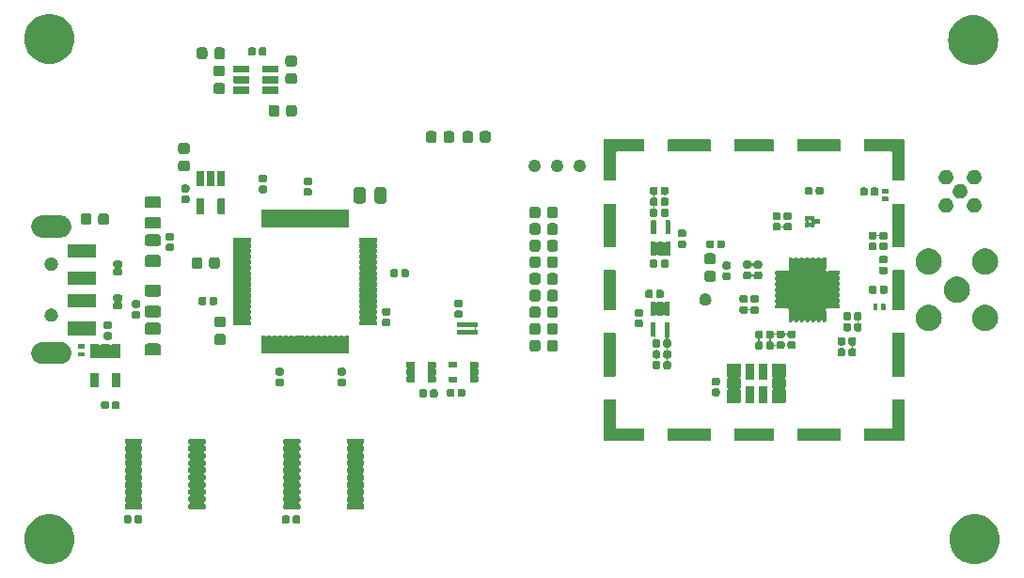
<source format=gbr>
G04 #@! TF.GenerationSoftware,KiCad,Pcbnew,7.0.6*
G04 #@! TF.CreationDate,2023-07-12T10:32:07-06:00*
G04 #@! TF.ProjectId,L1IFStream,4c314946-5374-4726-9561-6d2e6b696361,A*
G04 #@! TF.SameCoordinates,Original*
G04 #@! TF.FileFunction,Soldermask,Top*
G04 #@! TF.FilePolarity,Negative*
%FSLAX46Y46*%
G04 Gerber Fmt 4.6, Leading zero omitted, Abs format (unit mm)*
G04 Created by KiCad (PCBNEW 7.0.6) date 2023-07-12 10:32:07*
%MOMM*%
%LPD*%
G01*
G04 APERTURE LIST*
G04 APERTURE END LIST*
G36*
X93003788Y-118418456D02*
G01*
X93292550Y-118475894D01*
X93571344Y-118570532D01*
X93835400Y-118700750D01*
X94080200Y-118864320D01*
X94301556Y-119058444D01*
X94495680Y-119279800D01*
X94659250Y-119524600D01*
X94789468Y-119788656D01*
X94884106Y-120067450D01*
X94941544Y-120356212D01*
X94960800Y-120650000D01*
X94941544Y-120943788D01*
X94884106Y-121232550D01*
X94789468Y-121511344D01*
X94659250Y-121775400D01*
X94495680Y-122020200D01*
X94301556Y-122241556D01*
X94080200Y-122435680D01*
X93835400Y-122599250D01*
X93571344Y-122729468D01*
X93292550Y-122824106D01*
X93003788Y-122881544D01*
X92710000Y-122900800D01*
X92416212Y-122881544D01*
X92127450Y-122824106D01*
X91848656Y-122729468D01*
X91584600Y-122599250D01*
X91339800Y-122435680D01*
X91118444Y-122241556D01*
X90924320Y-122020200D01*
X90760750Y-121775400D01*
X90630532Y-121511344D01*
X90535894Y-121232550D01*
X90478456Y-120943788D01*
X90459200Y-120650000D01*
X90478456Y-120356212D01*
X90535894Y-120067450D01*
X90630532Y-119788656D01*
X90760750Y-119524600D01*
X90924320Y-119279800D01*
X91118444Y-119058444D01*
X91339800Y-118864320D01*
X91584600Y-118700750D01*
X91848656Y-118570532D01*
X92127450Y-118475894D01*
X92416212Y-118418456D01*
X92710000Y-118399200D01*
X93003788Y-118418456D01*
G37*
G36*
X176315788Y-118418456D02*
G01*
X176604550Y-118475894D01*
X176883344Y-118570532D01*
X177147400Y-118700750D01*
X177392200Y-118864320D01*
X177613556Y-119058444D01*
X177807680Y-119279800D01*
X177971250Y-119524600D01*
X178101468Y-119788656D01*
X178196106Y-120067450D01*
X178253544Y-120356212D01*
X178272800Y-120650000D01*
X178253544Y-120943788D01*
X178196106Y-121232550D01*
X178101468Y-121511344D01*
X177971250Y-121775400D01*
X177807680Y-122020200D01*
X177613556Y-122241556D01*
X177392200Y-122435680D01*
X177147400Y-122599250D01*
X176883344Y-122729468D01*
X176604550Y-122824106D01*
X176315788Y-122881544D01*
X176022000Y-122900800D01*
X175728212Y-122881544D01*
X175439450Y-122824106D01*
X175160656Y-122729468D01*
X174896600Y-122599250D01*
X174651800Y-122435680D01*
X174430444Y-122241556D01*
X174236320Y-122020200D01*
X174072750Y-121775400D01*
X173942532Y-121511344D01*
X173847894Y-121232550D01*
X173790456Y-120943788D01*
X173771200Y-120650000D01*
X173790456Y-120356212D01*
X173847894Y-120067450D01*
X173942532Y-119788656D01*
X174072750Y-119524600D01*
X174236320Y-119279800D01*
X174430444Y-119058444D01*
X174651800Y-118864320D01*
X174896600Y-118700750D01*
X175160656Y-118570532D01*
X175439450Y-118475894D01*
X175728212Y-118418456D01*
X176022000Y-118399200D01*
X176315788Y-118418456D01*
G37*
G36*
X114156334Y-118504789D02*
G01*
X114188585Y-118509035D01*
X114196699Y-118512818D01*
X114216186Y-118516695D01*
X114241999Y-118533943D01*
X114252934Y-118539042D01*
X114259585Y-118545693D01*
X114280519Y-118559681D01*
X114294506Y-118580614D01*
X114301157Y-118587265D01*
X114306255Y-118598197D01*
X114323505Y-118624014D01*
X114327381Y-118643502D01*
X114331164Y-118651614D01*
X114335407Y-118683852D01*
X114338600Y-118699900D01*
X114338600Y-119044900D01*
X114335407Y-119060949D01*
X114331164Y-119093185D01*
X114327382Y-119101295D01*
X114323505Y-119120786D01*
X114306253Y-119146604D01*
X114301157Y-119157534D01*
X114294508Y-119164182D01*
X114280519Y-119185119D01*
X114259582Y-119199108D01*
X114252934Y-119205757D01*
X114242004Y-119210853D01*
X114216186Y-119228105D01*
X114196695Y-119231982D01*
X114188585Y-119235764D01*
X114156349Y-119240007D01*
X114140300Y-119243200D01*
X113845300Y-119243200D01*
X113829252Y-119240007D01*
X113797014Y-119235764D01*
X113788902Y-119231981D01*
X113769414Y-119228105D01*
X113743597Y-119210855D01*
X113732665Y-119205757D01*
X113726014Y-119199106D01*
X113705081Y-119185119D01*
X113691093Y-119164185D01*
X113684442Y-119157534D01*
X113679343Y-119146599D01*
X113662095Y-119120786D01*
X113658218Y-119101299D01*
X113654435Y-119093185D01*
X113650189Y-119060934D01*
X113647000Y-119044900D01*
X113647000Y-118699900D01*
X113650189Y-118683867D01*
X113654435Y-118651614D01*
X113658219Y-118643499D01*
X113662095Y-118624014D01*
X113679341Y-118598202D01*
X113684442Y-118587265D01*
X113691096Y-118580610D01*
X113705081Y-118559681D01*
X113726010Y-118545696D01*
X113732665Y-118539042D01*
X113743602Y-118533941D01*
X113769414Y-118516695D01*
X113788899Y-118512819D01*
X113797014Y-118509035D01*
X113829267Y-118504789D01*
X113845300Y-118501600D01*
X114140300Y-118501600D01*
X114156334Y-118504789D01*
G37*
G36*
X115126334Y-118504789D02*
G01*
X115158585Y-118509035D01*
X115166699Y-118512818D01*
X115186186Y-118516695D01*
X115211999Y-118533943D01*
X115222934Y-118539042D01*
X115229585Y-118545693D01*
X115250519Y-118559681D01*
X115264506Y-118580614D01*
X115271157Y-118587265D01*
X115276255Y-118598197D01*
X115293505Y-118624014D01*
X115297381Y-118643502D01*
X115301164Y-118651614D01*
X115305407Y-118683852D01*
X115308600Y-118699900D01*
X115308600Y-119044900D01*
X115305407Y-119060949D01*
X115301164Y-119093185D01*
X115297382Y-119101295D01*
X115293505Y-119120786D01*
X115276253Y-119146604D01*
X115271157Y-119157534D01*
X115264508Y-119164182D01*
X115250519Y-119185119D01*
X115229582Y-119199108D01*
X115222934Y-119205757D01*
X115212004Y-119210853D01*
X115186186Y-119228105D01*
X115166695Y-119231982D01*
X115158585Y-119235764D01*
X115126349Y-119240007D01*
X115110300Y-119243200D01*
X114815300Y-119243200D01*
X114799252Y-119240007D01*
X114767014Y-119235764D01*
X114758902Y-119231981D01*
X114739414Y-119228105D01*
X114713597Y-119210855D01*
X114702665Y-119205757D01*
X114696014Y-119199106D01*
X114675081Y-119185119D01*
X114661093Y-119164185D01*
X114654442Y-119157534D01*
X114649343Y-119146599D01*
X114632095Y-119120786D01*
X114628218Y-119101299D01*
X114624435Y-119093185D01*
X114620189Y-119060934D01*
X114617000Y-119044900D01*
X114617000Y-118699900D01*
X114620189Y-118683867D01*
X114624435Y-118651614D01*
X114628219Y-118643499D01*
X114632095Y-118624014D01*
X114649341Y-118598202D01*
X114654442Y-118587265D01*
X114661096Y-118580610D01*
X114675081Y-118559681D01*
X114696010Y-118545696D01*
X114702665Y-118539042D01*
X114713602Y-118533941D01*
X114739414Y-118516695D01*
X114758899Y-118512819D01*
X114767014Y-118509035D01*
X114799267Y-118504789D01*
X114815300Y-118501600D01*
X115110300Y-118501600D01*
X115126334Y-118504789D01*
G37*
G36*
X99906534Y-118478589D02*
G01*
X99938785Y-118482835D01*
X99946899Y-118486618D01*
X99966386Y-118490495D01*
X99992199Y-118507743D01*
X100003134Y-118512842D01*
X100009785Y-118519493D01*
X100030719Y-118533481D01*
X100044706Y-118554414D01*
X100051357Y-118561065D01*
X100056455Y-118571997D01*
X100073705Y-118597814D01*
X100077581Y-118617302D01*
X100081364Y-118625414D01*
X100085607Y-118657652D01*
X100088800Y-118673700D01*
X100088800Y-119018700D01*
X100085607Y-119034749D01*
X100081364Y-119066985D01*
X100077582Y-119075095D01*
X100073705Y-119094586D01*
X100056453Y-119120404D01*
X100051357Y-119131334D01*
X100044708Y-119137982D01*
X100030719Y-119158919D01*
X100009782Y-119172908D01*
X100003134Y-119179557D01*
X99992204Y-119184653D01*
X99966386Y-119201905D01*
X99946895Y-119205782D01*
X99938785Y-119209564D01*
X99906549Y-119213807D01*
X99890500Y-119217000D01*
X99595500Y-119217000D01*
X99579452Y-119213807D01*
X99547214Y-119209564D01*
X99539102Y-119205781D01*
X99519614Y-119201905D01*
X99493797Y-119184655D01*
X99482865Y-119179557D01*
X99476214Y-119172906D01*
X99455281Y-119158919D01*
X99441293Y-119137985D01*
X99434642Y-119131334D01*
X99429543Y-119120399D01*
X99412295Y-119094586D01*
X99408418Y-119075099D01*
X99404635Y-119066985D01*
X99400389Y-119034734D01*
X99397200Y-119018700D01*
X99397200Y-118673700D01*
X99400389Y-118657667D01*
X99404635Y-118625414D01*
X99408419Y-118617299D01*
X99412295Y-118597814D01*
X99429541Y-118572002D01*
X99434642Y-118561065D01*
X99441296Y-118554410D01*
X99455281Y-118533481D01*
X99476210Y-118519496D01*
X99482865Y-118512842D01*
X99493802Y-118507741D01*
X99519614Y-118490495D01*
X99539099Y-118486619D01*
X99547214Y-118482835D01*
X99579467Y-118478589D01*
X99595500Y-118475400D01*
X99890500Y-118475400D01*
X99906534Y-118478589D01*
G37*
G36*
X100876534Y-118478589D02*
G01*
X100908785Y-118482835D01*
X100916899Y-118486618D01*
X100936386Y-118490495D01*
X100962199Y-118507743D01*
X100973134Y-118512842D01*
X100979785Y-118519493D01*
X101000719Y-118533481D01*
X101014706Y-118554414D01*
X101021357Y-118561065D01*
X101026455Y-118571997D01*
X101043705Y-118597814D01*
X101047581Y-118617302D01*
X101051364Y-118625414D01*
X101055607Y-118657652D01*
X101058800Y-118673700D01*
X101058800Y-119018700D01*
X101055607Y-119034749D01*
X101051364Y-119066985D01*
X101047582Y-119075095D01*
X101043705Y-119094586D01*
X101026453Y-119120404D01*
X101021357Y-119131334D01*
X101014708Y-119137982D01*
X101000719Y-119158919D01*
X100979782Y-119172908D01*
X100973134Y-119179557D01*
X100962204Y-119184653D01*
X100936386Y-119201905D01*
X100916895Y-119205782D01*
X100908785Y-119209564D01*
X100876549Y-119213807D01*
X100860500Y-119217000D01*
X100565500Y-119217000D01*
X100549452Y-119213807D01*
X100517214Y-119209564D01*
X100509102Y-119205781D01*
X100489614Y-119201905D01*
X100463797Y-119184655D01*
X100452865Y-119179557D01*
X100446214Y-119172906D01*
X100425281Y-119158919D01*
X100411293Y-119137985D01*
X100404642Y-119131334D01*
X100399543Y-119120399D01*
X100382295Y-119094586D01*
X100378418Y-119075099D01*
X100374635Y-119066985D01*
X100370389Y-119034734D01*
X100367200Y-119018700D01*
X100367200Y-118673700D01*
X100370389Y-118657667D01*
X100374635Y-118625414D01*
X100378419Y-118617299D01*
X100382295Y-118597814D01*
X100399541Y-118572002D01*
X100404642Y-118561065D01*
X100411296Y-118554410D01*
X100425281Y-118533481D01*
X100446210Y-118519496D01*
X100452865Y-118512842D01*
X100463802Y-118507741D01*
X100489614Y-118490495D01*
X100509099Y-118486619D01*
X100517214Y-118482835D01*
X100549467Y-118478589D01*
X100565500Y-118475400D01*
X100860500Y-118475400D01*
X100876534Y-118478589D01*
G37*
G36*
X115231509Y-111593079D02*
G01*
X115280432Y-111625768D01*
X115313121Y-111674691D01*
X115324600Y-111732400D01*
X115324600Y-111932400D01*
X115313121Y-111990109D01*
X115280432Y-112039032D01*
X115231509Y-112071721D01*
X115225349Y-112072946D01*
X115198950Y-112090586D01*
X115198950Y-112224214D01*
X115225350Y-112241854D01*
X115231509Y-112243079D01*
X115280432Y-112275768D01*
X115313121Y-112324691D01*
X115324600Y-112382400D01*
X115324600Y-112582400D01*
X115313121Y-112640109D01*
X115280432Y-112689032D01*
X115231509Y-112721721D01*
X115225346Y-112722946D01*
X115198951Y-112740583D01*
X115198949Y-112874211D01*
X115225354Y-112891854D01*
X115231509Y-112893079D01*
X115280432Y-112925768D01*
X115313121Y-112974691D01*
X115324600Y-113032400D01*
X115324600Y-113232400D01*
X115313121Y-113290109D01*
X115280432Y-113339032D01*
X115231509Y-113371721D01*
X115225349Y-113372946D01*
X115198950Y-113390586D01*
X115198950Y-113524214D01*
X115225350Y-113541854D01*
X115231509Y-113543079D01*
X115280432Y-113575768D01*
X115313121Y-113624691D01*
X115324600Y-113682400D01*
X115324600Y-113882400D01*
X115313121Y-113940109D01*
X115280432Y-113989032D01*
X115231509Y-114021721D01*
X115225349Y-114022946D01*
X115198950Y-114040586D01*
X115198950Y-114174214D01*
X115225350Y-114191854D01*
X115231509Y-114193079D01*
X115280432Y-114225768D01*
X115313121Y-114274691D01*
X115324600Y-114332400D01*
X115324600Y-114532400D01*
X115313121Y-114590109D01*
X115280432Y-114639032D01*
X115231509Y-114671721D01*
X115225349Y-114672946D01*
X115198950Y-114690586D01*
X115198950Y-114824214D01*
X115225350Y-114841854D01*
X115231509Y-114843079D01*
X115280432Y-114875768D01*
X115313121Y-114924691D01*
X115324600Y-114982400D01*
X115324600Y-115182400D01*
X115313121Y-115240109D01*
X115280432Y-115289032D01*
X115231509Y-115321721D01*
X115225346Y-115322946D01*
X115198951Y-115340583D01*
X115198949Y-115474211D01*
X115225354Y-115491854D01*
X115231509Y-115493079D01*
X115280432Y-115525768D01*
X115313121Y-115574691D01*
X115324600Y-115632400D01*
X115324600Y-115832400D01*
X115313121Y-115890109D01*
X115280432Y-115939032D01*
X115231509Y-115971721D01*
X115225349Y-115972946D01*
X115198950Y-115990586D01*
X115198950Y-116124214D01*
X115225350Y-116141854D01*
X115231509Y-116143079D01*
X115280432Y-116175768D01*
X115313121Y-116224691D01*
X115324600Y-116282400D01*
X115324600Y-116482400D01*
X115313121Y-116540109D01*
X115280432Y-116589032D01*
X115231509Y-116621721D01*
X115225349Y-116622946D01*
X115198950Y-116640586D01*
X115198950Y-116774214D01*
X115225350Y-116791854D01*
X115231509Y-116793079D01*
X115280432Y-116825768D01*
X115313121Y-116874691D01*
X115324600Y-116932400D01*
X115324600Y-117132400D01*
X115313121Y-117190109D01*
X115280432Y-117239032D01*
X115231509Y-117271721D01*
X115225349Y-117272946D01*
X115198950Y-117290586D01*
X115198950Y-117424214D01*
X115225350Y-117441854D01*
X115231509Y-117443079D01*
X115280432Y-117475768D01*
X115313121Y-117524691D01*
X115324600Y-117582400D01*
X115324600Y-117782400D01*
X115313121Y-117840109D01*
X115280432Y-117889032D01*
X115231509Y-117921721D01*
X115173800Y-117933200D01*
X113898800Y-117933200D01*
X113841091Y-117921721D01*
X113792168Y-117889032D01*
X113759479Y-117840109D01*
X113748000Y-117782400D01*
X113748000Y-117582400D01*
X113759479Y-117524691D01*
X113792168Y-117475768D01*
X113841091Y-117443079D01*
X113847242Y-117441855D01*
X113873650Y-117424210D01*
X113873648Y-117290584D01*
X113847250Y-117272946D01*
X113841091Y-117271721D01*
X113792168Y-117239032D01*
X113759479Y-117190109D01*
X113748000Y-117132400D01*
X113748000Y-116932400D01*
X113759479Y-116874691D01*
X113792168Y-116825768D01*
X113841091Y-116793079D01*
X113847245Y-116791854D01*
X113873649Y-116774213D01*
X113873649Y-116640587D01*
X113847246Y-116622945D01*
X113841091Y-116621721D01*
X113792168Y-116589032D01*
X113759479Y-116540109D01*
X113748000Y-116482400D01*
X113748000Y-116282400D01*
X113759479Y-116224691D01*
X113792168Y-116175768D01*
X113841091Y-116143079D01*
X113847245Y-116141854D01*
X113873649Y-116124213D01*
X113873649Y-115990587D01*
X113847246Y-115972945D01*
X113841091Y-115971721D01*
X113792168Y-115939032D01*
X113759479Y-115890109D01*
X113748000Y-115832400D01*
X113748000Y-115632400D01*
X113759479Y-115574691D01*
X113792168Y-115525768D01*
X113841091Y-115493079D01*
X113847242Y-115491855D01*
X113873650Y-115474210D01*
X113873648Y-115340584D01*
X113847250Y-115322946D01*
X113841091Y-115321721D01*
X113792168Y-115289032D01*
X113759479Y-115240109D01*
X113748000Y-115182400D01*
X113748000Y-114982400D01*
X113759479Y-114924691D01*
X113792168Y-114875768D01*
X113841091Y-114843079D01*
X113847245Y-114841854D01*
X113873649Y-114824213D01*
X113873649Y-114690587D01*
X113847246Y-114672945D01*
X113841091Y-114671721D01*
X113792168Y-114639032D01*
X113759479Y-114590109D01*
X113748000Y-114532400D01*
X113748000Y-114332400D01*
X113759479Y-114274691D01*
X113792168Y-114225768D01*
X113841091Y-114193079D01*
X113847245Y-114191854D01*
X113873649Y-114174213D01*
X113873649Y-114040587D01*
X113847246Y-114022945D01*
X113841091Y-114021721D01*
X113792168Y-113989032D01*
X113759479Y-113940109D01*
X113748000Y-113882400D01*
X113748000Y-113682400D01*
X113759479Y-113624691D01*
X113792168Y-113575768D01*
X113841091Y-113543079D01*
X113847245Y-113541854D01*
X113873649Y-113524213D01*
X113873649Y-113390587D01*
X113847246Y-113372945D01*
X113841091Y-113371721D01*
X113792168Y-113339032D01*
X113759479Y-113290109D01*
X113748000Y-113232400D01*
X113748000Y-113032400D01*
X113759479Y-112974691D01*
X113792168Y-112925768D01*
X113841091Y-112893079D01*
X113847242Y-112891855D01*
X113873650Y-112874210D01*
X113873648Y-112740584D01*
X113847250Y-112722946D01*
X113841091Y-112721721D01*
X113792168Y-112689032D01*
X113759479Y-112640109D01*
X113748000Y-112582400D01*
X113748000Y-112382400D01*
X113759479Y-112324691D01*
X113792168Y-112275768D01*
X113841091Y-112243079D01*
X113847242Y-112241855D01*
X113873650Y-112224210D01*
X113873648Y-112090584D01*
X113847250Y-112072946D01*
X113841091Y-112071721D01*
X113792168Y-112039032D01*
X113759479Y-111990109D01*
X113748000Y-111932400D01*
X113748000Y-111732400D01*
X113759479Y-111674691D01*
X113792168Y-111625768D01*
X113841091Y-111593079D01*
X113898800Y-111581600D01*
X115173800Y-111581600D01*
X115231509Y-111593079D01*
G37*
G36*
X120956509Y-111593079D02*
G01*
X121005432Y-111625768D01*
X121038121Y-111674691D01*
X121049600Y-111732400D01*
X121049600Y-111932400D01*
X121038121Y-111990109D01*
X121005432Y-112039032D01*
X120956509Y-112071721D01*
X120950349Y-112072946D01*
X120923950Y-112090586D01*
X120923950Y-112224214D01*
X120950350Y-112241854D01*
X120956509Y-112243079D01*
X121005432Y-112275768D01*
X121038121Y-112324691D01*
X121049600Y-112382400D01*
X121049600Y-112582400D01*
X121038121Y-112640109D01*
X121005432Y-112689032D01*
X120956509Y-112721721D01*
X120950347Y-112722946D01*
X120923951Y-112740584D01*
X120923949Y-112874211D01*
X120950354Y-112891854D01*
X120956509Y-112893079D01*
X121005432Y-112925768D01*
X121038121Y-112974691D01*
X121049600Y-113032400D01*
X121049600Y-113232400D01*
X121038121Y-113290109D01*
X121005432Y-113339032D01*
X120956509Y-113371721D01*
X120950349Y-113372946D01*
X120923950Y-113390586D01*
X120923950Y-113524214D01*
X120950350Y-113541854D01*
X120956509Y-113543079D01*
X121005432Y-113575768D01*
X121038121Y-113624691D01*
X121049600Y-113682400D01*
X121049600Y-113882400D01*
X121038121Y-113940109D01*
X121005432Y-113989032D01*
X120956509Y-114021721D01*
X120950349Y-114022946D01*
X120923950Y-114040586D01*
X120923950Y-114174214D01*
X120950350Y-114191854D01*
X120956509Y-114193079D01*
X121005432Y-114225768D01*
X121038121Y-114274691D01*
X121049600Y-114332400D01*
X121049600Y-114532400D01*
X121038121Y-114590109D01*
X121005432Y-114639032D01*
X120956509Y-114671721D01*
X120950349Y-114672946D01*
X120923950Y-114690586D01*
X120923950Y-114824214D01*
X120950350Y-114841854D01*
X120956509Y-114843079D01*
X121005432Y-114875768D01*
X121038121Y-114924691D01*
X121049600Y-114982400D01*
X121049600Y-115182400D01*
X121038121Y-115240109D01*
X121005432Y-115289032D01*
X120956509Y-115321721D01*
X120950349Y-115322946D01*
X120923950Y-115340586D01*
X120923950Y-115474214D01*
X120950350Y-115491854D01*
X120956509Y-115493079D01*
X121005432Y-115525768D01*
X121038121Y-115574691D01*
X121049600Y-115632400D01*
X121049600Y-115832400D01*
X121038121Y-115890109D01*
X121005432Y-115939032D01*
X120956509Y-115971721D01*
X120950349Y-115972946D01*
X120923950Y-115990586D01*
X120923950Y-116124214D01*
X120950350Y-116141854D01*
X120956509Y-116143079D01*
X121005432Y-116175768D01*
X121038121Y-116224691D01*
X121049600Y-116282400D01*
X121049600Y-116482400D01*
X121038121Y-116540109D01*
X121005432Y-116589032D01*
X120956509Y-116621721D01*
X120950349Y-116622946D01*
X120923950Y-116640586D01*
X120923950Y-116774214D01*
X120950350Y-116791854D01*
X120956509Y-116793079D01*
X121005432Y-116825768D01*
X121038121Y-116874691D01*
X121049600Y-116932400D01*
X121049600Y-117132400D01*
X121038121Y-117190109D01*
X121005432Y-117239032D01*
X120956509Y-117271721D01*
X120950349Y-117272946D01*
X120923950Y-117290586D01*
X120923950Y-117424214D01*
X120950350Y-117441854D01*
X120956509Y-117443079D01*
X121005432Y-117475768D01*
X121038121Y-117524691D01*
X121049600Y-117582400D01*
X121049600Y-117782400D01*
X121038121Y-117840109D01*
X121005432Y-117889032D01*
X120956509Y-117921721D01*
X120898800Y-117933200D01*
X119623800Y-117933200D01*
X119566091Y-117921721D01*
X119517168Y-117889032D01*
X119484479Y-117840109D01*
X119473000Y-117782400D01*
X119473000Y-117582400D01*
X119484479Y-117524691D01*
X119517168Y-117475768D01*
X119566091Y-117443079D01*
X119572245Y-117441854D01*
X119598649Y-117424213D01*
X119598649Y-117290587D01*
X119572246Y-117272945D01*
X119566091Y-117271721D01*
X119517168Y-117239032D01*
X119484479Y-117190109D01*
X119473000Y-117132400D01*
X119473000Y-116932400D01*
X119484479Y-116874691D01*
X119517168Y-116825768D01*
X119566091Y-116793079D01*
X119572245Y-116791854D01*
X119598649Y-116774213D01*
X119598649Y-116640587D01*
X119572246Y-116622945D01*
X119566091Y-116621721D01*
X119517168Y-116589032D01*
X119484479Y-116540109D01*
X119473000Y-116482400D01*
X119473000Y-116282400D01*
X119484479Y-116224691D01*
X119517168Y-116175768D01*
X119566091Y-116143079D01*
X119572245Y-116141854D01*
X119598649Y-116124213D01*
X119598649Y-115990587D01*
X119572246Y-115972945D01*
X119566091Y-115971721D01*
X119517168Y-115939032D01*
X119484479Y-115890109D01*
X119473000Y-115832400D01*
X119473000Y-115632400D01*
X119484479Y-115574691D01*
X119517168Y-115525768D01*
X119566091Y-115493079D01*
X119572242Y-115491855D01*
X119598650Y-115474210D01*
X119598648Y-115340584D01*
X119572250Y-115322946D01*
X119566091Y-115321721D01*
X119517168Y-115289032D01*
X119484479Y-115240109D01*
X119473000Y-115182400D01*
X119473000Y-114982400D01*
X119484479Y-114924691D01*
X119517168Y-114875768D01*
X119566091Y-114843079D01*
X119572245Y-114841854D01*
X119598649Y-114824213D01*
X119598649Y-114690587D01*
X119572246Y-114672945D01*
X119566091Y-114671721D01*
X119517168Y-114639032D01*
X119484479Y-114590109D01*
X119473000Y-114532400D01*
X119473000Y-114332400D01*
X119484479Y-114274691D01*
X119517168Y-114225768D01*
X119566091Y-114193079D01*
X119572245Y-114191854D01*
X119598649Y-114174213D01*
X119598649Y-114040587D01*
X119572246Y-114022945D01*
X119566091Y-114021721D01*
X119517168Y-113989032D01*
X119484479Y-113940109D01*
X119473000Y-113882400D01*
X119473000Y-113682400D01*
X119484479Y-113624691D01*
X119517168Y-113575768D01*
X119566091Y-113543079D01*
X119572245Y-113541854D01*
X119598649Y-113524213D01*
X119598649Y-113390587D01*
X119572246Y-113372945D01*
X119566091Y-113371721D01*
X119517168Y-113339032D01*
X119484479Y-113290109D01*
X119473000Y-113232400D01*
X119473000Y-113032400D01*
X119484479Y-112974691D01*
X119517168Y-112925768D01*
X119566091Y-112893079D01*
X119572242Y-112891855D01*
X119598650Y-112874210D01*
X119598648Y-112740584D01*
X119572250Y-112722946D01*
X119566091Y-112721721D01*
X119517168Y-112689032D01*
X119484479Y-112640109D01*
X119473000Y-112582400D01*
X119473000Y-112382400D01*
X119484479Y-112324691D01*
X119517168Y-112275768D01*
X119566091Y-112243079D01*
X119572245Y-112241854D01*
X119598649Y-112224213D01*
X119598649Y-112090587D01*
X119572246Y-112072945D01*
X119566091Y-112071721D01*
X119517168Y-112039032D01*
X119484479Y-111990109D01*
X119473000Y-111932400D01*
X119473000Y-111732400D01*
X119484479Y-111674691D01*
X119517168Y-111625768D01*
X119566091Y-111593079D01*
X119623800Y-111581600D01*
X120898800Y-111581600D01*
X120956509Y-111593079D01*
G37*
G36*
X100981709Y-111592879D02*
G01*
X101030632Y-111625568D01*
X101063321Y-111674491D01*
X101074800Y-111732200D01*
X101074800Y-111932200D01*
X101063321Y-111989909D01*
X101030632Y-112038832D01*
X100981709Y-112071521D01*
X100975549Y-112072746D01*
X100949150Y-112090386D01*
X100949150Y-112224014D01*
X100975550Y-112241654D01*
X100981709Y-112242879D01*
X101030632Y-112275568D01*
X101063321Y-112324491D01*
X101074800Y-112382200D01*
X101074800Y-112582200D01*
X101063321Y-112639909D01*
X101030632Y-112688832D01*
X100981709Y-112721521D01*
X100975546Y-112722746D01*
X100949151Y-112740383D01*
X100949149Y-112874011D01*
X100975554Y-112891654D01*
X100981709Y-112892879D01*
X101030632Y-112925568D01*
X101063321Y-112974491D01*
X101074800Y-113032200D01*
X101074800Y-113232200D01*
X101063321Y-113289909D01*
X101030632Y-113338832D01*
X100981709Y-113371521D01*
X100975549Y-113372746D01*
X100949150Y-113390386D01*
X100949150Y-113524014D01*
X100975550Y-113541654D01*
X100981709Y-113542879D01*
X101030632Y-113575568D01*
X101063321Y-113624491D01*
X101074800Y-113682200D01*
X101074800Y-113882200D01*
X101063321Y-113939909D01*
X101030632Y-113988832D01*
X100981709Y-114021521D01*
X100975549Y-114022746D01*
X100949150Y-114040386D01*
X100949150Y-114174014D01*
X100975550Y-114191654D01*
X100981709Y-114192879D01*
X101030632Y-114225568D01*
X101063321Y-114274491D01*
X101074800Y-114332200D01*
X101074800Y-114532200D01*
X101063321Y-114589909D01*
X101030632Y-114638832D01*
X100981709Y-114671521D01*
X100975549Y-114672746D01*
X100949150Y-114690386D01*
X100949150Y-114824014D01*
X100975550Y-114841654D01*
X100981709Y-114842879D01*
X101030632Y-114875568D01*
X101063321Y-114924491D01*
X101074800Y-114982200D01*
X101074800Y-115182200D01*
X101063321Y-115239909D01*
X101030632Y-115288832D01*
X100981709Y-115321521D01*
X100975546Y-115322746D01*
X100949151Y-115340383D01*
X100949149Y-115474011D01*
X100975554Y-115491654D01*
X100981709Y-115492879D01*
X101030632Y-115525568D01*
X101063321Y-115574491D01*
X101074800Y-115632200D01*
X101074800Y-115832200D01*
X101063321Y-115889909D01*
X101030632Y-115938832D01*
X100981709Y-115971521D01*
X100975549Y-115972746D01*
X100949150Y-115990386D01*
X100949150Y-116124014D01*
X100975550Y-116141654D01*
X100981709Y-116142879D01*
X101030632Y-116175568D01*
X101063321Y-116224491D01*
X101074800Y-116282200D01*
X101074800Y-116482200D01*
X101063321Y-116539909D01*
X101030632Y-116588832D01*
X100981709Y-116621521D01*
X100975549Y-116622746D01*
X100949150Y-116640386D01*
X100949150Y-116774014D01*
X100975550Y-116791654D01*
X100981709Y-116792879D01*
X101030632Y-116825568D01*
X101063321Y-116874491D01*
X101074800Y-116932200D01*
X101074800Y-117132200D01*
X101063321Y-117189909D01*
X101030632Y-117238832D01*
X100981709Y-117271521D01*
X100975549Y-117272746D01*
X100949150Y-117290386D01*
X100949150Y-117424014D01*
X100975550Y-117441654D01*
X100981709Y-117442879D01*
X101030632Y-117475568D01*
X101063321Y-117524491D01*
X101074800Y-117582200D01*
X101074800Y-117782200D01*
X101063321Y-117839909D01*
X101030632Y-117888832D01*
X100981709Y-117921521D01*
X100924000Y-117933000D01*
X99649000Y-117933000D01*
X99591291Y-117921521D01*
X99542368Y-117888832D01*
X99509679Y-117839909D01*
X99498200Y-117782200D01*
X99498200Y-117582200D01*
X99509679Y-117524491D01*
X99542368Y-117475568D01*
X99591291Y-117442879D01*
X99597445Y-117441654D01*
X99623849Y-117424013D01*
X99623849Y-117290387D01*
X99597446Y-117272745D01*
X99591291Y-117271521D01*
X99542368Y-117238832D01*
X99509679Y-117189909D01*
X99498200Y-117132200D01*
X99498200Y-116932200D01*
X99509679Y-116874491D01*
X99542368Y-116825568D01*
X99591291Y-116792879D01*
X99597445Y-116791654D01*
X99623849Y-116774013D01*
X99623849Y-116640387D01*
X99597446Y-116622745D01*
X99591291Y-116621521D01*
X99542368Y-116588832D01*
X99509679Y-116539909D01*
X99498200Y-116482200D01*
X99498200Y-116282200D01*
X99509679Y-116224491D01*
X99542368Y-116175568D01*
X99591291Y-116142879D01*
X99597445Y-116141654D01*
X99623849Y-116124013D01*
X99623849Y-115990387D01*
X99597446Y-115972745D01*
X99591291Y-115971521D01*
X99542368Y-115938832D01*
X99509679Y-115889909D01*
X99498200Y-115832200D01*
X99498200Y-115632200D01*
X99509679Y-115574491D01*
X99542368Y-115525568D01*
X99591291Y-115492879D01*
X99597442Y-115491655D01*
X99623850Y-115474010D01*
X99623848Y-115340384D01*
X99597450Y-115322746D01*
X99591291Y-115321521D01*
X99542368Y-115288832D01*
X99509679Y-115239909D01*
X99498200Y-115182200D01*
X99498200Y-114982200D01*
X99509679Y-114924491D01*
X99542368Y-114875568D01*
X99591291Y-114842879D01*
X99597445Y-114841654D01*
X99623849Y-114824013D01*
X99623849Y-114690387D01*
X99597446Y-114672745D01*
X99591291Y-114671521D01*
X99542368Y-114638832D01*
X99509679Y-114589909D01*
X99498200Y-114532200D01*
X99498200Y-114332200D01*
X99509679Y-114274491D01*
X99542368Y-114225568D01*
X99591291Y-114192879D01*
X99597445Y-114191654D01*
X99623849Y-114174013D01*
X99623849Y-114040387D01*
X99597446Y-114022745D01*
X99591291Y-114021521D01*
X99542368Y-113988832D01*
X99509679Y-113939909D01*
X99498200Y-113882200D01*
X99498200Y-113682200D01*
X99509679Y-113624491D01*
X99542368Y-113575568D01*
X99591291Y-113542879D01*
X99597445Y-113541654D01*
X99623849Y-113524013D01*
X99623849Y-113390387D01*
X99597446Y-113372745D01*
X99591291Y-113371521D01*
X99542368Y-113338832D01*
X99509679Y-113289909D01*
X99498200Y-113232200D01*
X99498200Y-113032200D01*
X99509679Y-112974491D01*
X99542368Y-112925568D01*
X99591291Y-112892879D01*
X99597445Y-112891654D01*
X99623849Y-112874013D01*
X99623849Y-112740387D01*
X99597446Y-112722745D01*
X99591291Y-112721521D01*
X99542368Y-112688832D01*
X99509679Y-112639909D01*
X99498200Y-112582200D01*
X99498200Y-112382200D01*
X99509679Y-112324491D01*
X99542368Y-112275568D01*
X99591291Y-112242879D01*
X99597445Y-112241654D01*
X99623849Y-112224013D01*
X99623849Y-112090387D01*
X99597446Y-112072745D01*
X99591291Y-112071521D01*
X99542368Y-112038832D01*
X99509679Y-111989909D01*
X99498200Y-111932200D01*
X99498200Y-111732200D01*
X99509679Y-111674491D01*
X99542368Y-111625568D01*
X99591291Y-111592879D01*
X99649000Y-111581400D01*
X100924000Y-111581400D01*
X100981709Y-111592879D01*
G37*
G36*
X106706709Y-111592879D02*
G01*
X106755632Y-111625568D01*
X106788321Y-111674491D01*
X106799800Y-111732200D01*
X106799800Y-111932200D01*
X106788321Y-111989909D01*
X106755632Y-112038832D01*
X106706709Y-112071521D01*
X106700549Y-112072746D01*
X106674150Y-112090386D01*
X106674150Y-112224014D01*
X106700550Y-112241654D01*
X106706709Y-112242879D01*
X106755632Y-112275568D01*
X106788321Y-112324491D01*
X106799800Y-112382200D01*
X106799800Y-112582200D01*
X106788321Y-112639909D01*
X106755632Y-112688832D01*
X106706709Y-112721521D01*
X106700549Y-112722746D01*
X106674150Y-112740386D01*
X106674150Y-112874014D01*
X106700550Y-112891654D01*
X106706709Y-112892879D01*
X106755632Y-112925568D01*
X106788321Y-112974491D01*
X106799800Y-113032200D01*
X106799800Y-113232200D01*
X106788321Y-113289909D01*
X106755632Y-113338832D01*
X106706709Y-113371521D01*
X106700549Y-113372746D01*
X106674150Y-113390386D01*
X106674150Y-113524014D01*
X106700550Y-113541654D01*
X106706709Y-113542879D01*
X106755632Y-113575568D01*
X106788321Y-113624491D01*
X106799800Y-113682200D01*
X106799800Y-113882200D01*
X106788321Y-113939909D01*
X106755632Y-113988832D01*
X106706709Y-114021521D01*
X106700549Y-114022746D01*
X106674150Y-114040386D01*
X106674150Y-114174014D01*
X106700550Y-114191654D01*
X106706709Y-114192879D01*
X106755632Y-114225568D01*
X106788321Y-114274491D01*
X106799800Y-114332200D01*
X106799800Y-114532200D01*
X106788321Y-114589909D01*
X106755632Y-114638832D01*
X106706709Y-114671521D01*
X106700549Y-114672746D01*
X106674150Y-114690386D01*
X106674150Y-114824014D01*
X106700550Y-114841654D01*
X106706709Y-114842879D01*
X106755632Y-114875568D01*
X106788321Y-114924491D01*
X106799800Y-114982200D01*
X106799800Y-115182200D01*
X106788321Y-115239909D01*
X106755632Y-115288832D01*
X106706709Y-115321521D01*
X106700549Y-115322746D01*
X106674150Y-115340386D01*
X106674150Y-115474014D01*
X106700550Y-115491654D01*
X106706709Y-115492879D01*
X106755632Y-115525568D01*
X106788321Y-115574491D01*
X106799800Y-115632200D01*
X106799800Y-115832200D01*
X106788321Y-115889909D01*
X106755632Y-115938832D01*
X106706709Y-115971521D01*
X106700549Y-115972746D01*
X106674150Y-115990386D01*
X106674150Y-116124014D01*
X106700550Y-116141654D01*
X106706709Y-116142879D01*
X106755632Y-116175568D01*
X106788321Y-116224491D01*
X106799800Y-116282200D01*
X106799800Y-116482200D01*
X106788321Y-116539909D01*
X106755632Y-116588832D01*
X106706709Y-116621521D01*
X106700549Y-116622746D01*
X106674150Y-116640386D01*
X106674150Y-116774014D01*
X106700550Y-116791654D01*
X106706709Y-116792879D01*
X106755632Y-116825568D01*
X106788321Y-116874491D01*
X106799800Y-116932200D01*
X106799800Y-117132200D01*
X106788321Y-117189909D01*
X106755632Y-117238832D01*
X106706709Y-117271521D01*
X106700549Y-117272746D01*
X106674150Y-117290386D01*
X106674150Y-117424014D01*
X106700550Y-117441654D01*
X106706709Y-117442879D01*
X106755632Y-117475568D01*
X106788321Y-117524491D01*
X106799800Y-117582200D01*
X106799800Y-117782200D01*
X106788321Y-117839909D01*
X106755632Y-117888832D01*
X106706709Y-117921521D01*
X106649000Y-117933000D01*
X105374000Y-117933000D01*
X105316291Y-117921521D01*
X105267368Y-117888832D01*
X105234679Y-117839909D01*
X105223200Y-117782200D01*
X105223200Y-117582200D01*
X105234679Y-117524491D01*
X105267368Y-117475568D01*
X105316291Y-117442879D01*
X105322445Y-117441654D01*
X105348849Y-117424013D01*
X105348849Y-117290387D01*
X105322446Y-117272745D01*
X105316291Y-117271521D01*
X105267368Y-117238832D01*
X105234679Y-117189909D01*
X105223200Y-117132200D01*
X105223200Y-116932200D01*
X105234679Y-116874491D01*
X105267368Y-116825568D01*
X105316291Y-116792879D01*
X105322445Y-116791654D01*
X105348849Y-116774013D01*
X105348849Y-116640387D01*
X105322446Y-116622745D01*
X105316291Y-116621521D01*
X105267368Y-116588832D01*
X105234679Y-116539909D01*
X105223200Y-116482200D01*
X105223200Y-116282200D01*
X105234679Y-116224491D01*
X105267368Y-116175568D01*
X105316291Y-116142879D01*
X105322445Y-116141654D01*
X105348849Y-116124013D01*
X105348849Y-115990387D01*
X105322446Y-115972745D01*
X105316291Y-115971521D01*
X105267368Y-115938832D01*
X105234679Y-115889909D01*
X105223200Y-115832200D01*
X105223200Y-115632200D01*
X105234679Y-115574491D01*
X105267368Y-115525568D01*
X105316291Y-115492879D01*
X105322442Y-115491655D01*
X105348850Y-115474010D01*
X105348848Y-115340384D01*
X105322450Y-115322746D01*
X105316291Y-115321521D01*
X105267368Y-115288832D01*
X105234679Y-115239909D01*
X105223200Y-115182200D01*
X105223200Y-114982200D01*
X105234679Y-114924491D01*
X105267368Y-114875568D01*
X105316291Y-114842879D01*
X105322442Y-114841655D01*
X105348850Y-114824010D01*
X105348848Y-114690384D01*
X105322450Y-114672746D01*
X105316291Y-114671521D01*
X105267368Y-114638832D01*
X105234679Y-114589909D01*
X105223200Y-114532200D01*
X105223200Y-114332200D01*
X105234679Y-114274491D01*
X105267368Y-114225568D01*
X105316291Y-114192879D01*
X105322445Y-114191654D01*
X105348849Y-114174013D01*
X105348849Y-114040387D01*
X105322446Y-114022745D01*
X105316291Y-114021521D01*
X105267368Y-113988832D01*
X105234679Y-113939909D01*
X105223200Y-113882200D01*
X105223200Y-113682200D01*
X105234679Y-113624491D01*
X105267368Y-113575568D01*
X105316291Y-113542879D01*
X105322445Y-113541654D01*
X105348849Y-113524013D01*
X105348849Y-113390387D01*
X105322446Y-113372745D01*
X105316291Y-113371521D01*
X105267368Y-113338832D01*
X105234679Y-113289909D01*
X105223200Y-113232200D01*
X105223200Y-113032200D01*
X105234679Y-112974491D01*
X105267368Y-112925568D01*
X105316291Y-112892879D01*
X105322442Y-112891655D01*
X105348850Y-112874010D01*
X105348848Y-112740384D01*
X105322450Y-112722746D01*
X105316291Y-112721521D01*
X105267368Y-112688832D01*
X105234679Y-112639909D01*
X105223200Y-112582200D01*
X105223200Y-112382200D01*
X105234679Y-112324491D01*
X105267368Y-112275568D01*
X105316291Y-112242879D01*
X105322445Y-112241654D01*
X105348849Y-112224013D01*
X105348849Y-112090387D01*
X105322446Y-112072745D01*
X105316291Y-112071521D01*
X105267368Y-112038832D01*
X105234679Y-111989909D01*
X105223200Y-111932200D01*
X105223200Y-111732200D01*
X105234679Y-111674491D01*
X105267368Y-111625568D01*
X105316291Y-111592879D01*
X105374000Y-111581400D01*
X106649000Y-111581400D01*
X106706709Y-111592879D01*
G37*
G36*
X143673440Y-108084467D02*
G01*
X143689921Y-108095479D01*
X143700933Y-108111960D01*
X143704800Y-108131400D01*
X143704800Y-110577378D01*
X143778022Y-110650600D01*
X146224000Y-110650600D01*
X146243440Y-110654467D01*
X146259921Y-110665479D01*
X146270933Y-110681960D01*
X146274800Y-110701400D01*
X146274800Y-111701400D01*
X146270933Y-111720840D01*
X146259921Y-111737321D01*
X146243440Y-111748333D01*
X146224000Y-111752200D01*
X143654000Y-111752200D01*
X142654000Y-111752200D01*
X142634560Y-111748333D01*
X142618079Y-111737321D01*
X142607067Y-111720840D01*
X142603200Y-111701400D01*
X142603200Y-110701400D01*
X142603200Y-110701399D01*
X142603200Y-108143710D01*
X142603200Y-108143709D01*
X142603200Y-108131400D01*
X142607067Y-108111960D01*
X142618079Y-108095479D01*
X142634560Y-108084467D01*
X142654000Y-108080600D01*
X143654000Y-108080600D01*
X143673440Y-108084467D01*
G37*
G36*
X152243440Y-110654467D02*
G01*
X152259921Y-110665479D01*
X152270933Y-110681960D01*
X152274800Y-110701400D01*
X152274800Y-111701400D01*
X152270933Y-111720840D01*
X152259921Y-111737321D01*
X152243440Y-111748333D01*
X152224000Y-111752200D01*
X148424000Y-111752200D01*
X148404560Y-111748333D01*
X148388079Y-111737321D01*
X148377067Y-111720840D01*
X148373200Y-111701400D01*
X148373200Y-110701400D01*
X148377067Y-110681960D01*
X148388079Y-110665479D01*
X148404560Y-110654467D01*
X148424000Y-110650600D01*
X152224000Y-110650600D01*
X152243440Y-110654467D01*
G37*
G36*
X157913440Y-110654467D02*
G01*
X157929921Y-110665479D01*
X157940933Y-110681960D01*
X157944800Y-110701400D01*
X157944800Y-111701400D01*
X157940933Y-111720840D01*
X157929921Y-111737321D01*
X157913440Y-111748333D01*
X157894000Y-111752200D01*
X154424000Y-111752200D01*
X154404560Y-111748333D01*
X154388079Y-111737321D01*
X154377067Y-111720840D01*
X154373200Y-111701400D01*
X154373200Y-110701400D01*
X154377067Y-110681960D01*
X154388079Y-110665479D01*
X154404560Y-110654467D01*
X154424000Y-110650600D01*
X157894000Y-110650600D01*
X157913440Y-110654467D01*
G37*
G36*
X163913440Y-110654467D02*
G01*
X163929921Y-110665479D01*
X163940933Y-110681960D01*
X163944800Y-110701400D01*
X163944800Y-111701400D01*
X163940933Y-111720840D01*
X163929921Y-111737321D01*
X163913440Y-111748333D01*
X163894000Y-111752200D01*
X160094000Y-111752200D01*
X160074560Y-111748333D01*
X160058079Y-111737321D01*
X160047067Y-111720840D01*
X160043200Y-111701400D01*
X160043200Y-110701400D01*
X160047067Y-110681960D01*
X160058079Y-110665479D01*
X160074560Y-110654467D01*
X160094000Y-110650600D01*
X163894000Y-110650600D01*
X163913440Y-110654467D01*
G37*
G36*
X169683440Y-108084467D02*
G01*
X169699921Y-108095479D01*
X169710933Y-108111960D01*
X169714800Y-108131400D01*
X169714800Y-110701399D01*
X169714800Y-110701400D01*
X169714800Y-111701400D01*
X169710933Y-111720840D01*
X169699921Y-111737321D01*
X169683440Y-111748333D01*
X169664000Y-111752200D01*
X168664000Y-111752200D01*
X166094000Y-111752200D01*
X166074560Y-111748333D01*
X166058079Y-111737321D01*
X166047067Y-111720840D01*
X166043200Y-111701400D01*
X166043200Y-110701400D01*
X166047067Y-110681960D01*
X166058079Y-110665479D01*
X166074560Y-110654467D01*
X166094000Y-110650600D01*
X168539977Y-110650600D01*
X168613200Y-110577377D01*
X168613200Y-108143710D01*
X168613200Y-108143709D01*
X168613200Y-108131400D01*
X168617067Y-108111960D01*
X168628079Y-108095479D01*
X168644560Y-108084467D01*
X168664000Y-108080600D01*
X169664000Y-108080600D01*
X169683440Y-108084467D01*
G37*
G36*
X97872534Y-108191989D02*
G01*
X97904785Y-108196235D01*
X97912899Y-108200018D01*
X97932386Y-108203895D01*
X97958199Y-108221143D01*
X97969134Y-108226242D01*
X97975785Y-108232893D01*
X97996719Y-108246881D01*
X98010706Y-108267814D01*
X98017357Y-108274465D01*
X98022455Y-108285397D01*
X98039705Y-108311214D01*
X98043581Y-108330702D01*
X98047364Y-108338814D01*
X98051607Y-108371052D01*
X98054800Y-108387100D01*
X98054800Y-108732100D01*
X98051607Y-108748149D01*
X98047364Y-108780385D01*
X98043582Y-108788495D01*
X98039705Y-108807986D01*
X98022453Y-108833804D01*
X98017357Y-108844734D01*
X98010708Y-108851382D01*
X97996719Y-108872319D01*
X97975782Y-108886308D01*
X97969134Y-108892957D01*
X97958204Y-108898053D01*
X97932386Y-108915305D01*
X97912895Y-108919182D01*
X97904785Y-108922964D01*
X97872549Y-108927207D01*
X97856500Y-108930400D01*
X97561500Y-108930400D01*
X97545452Y-108927207D01*
X97513214Y-108922964D01*
X97505102Y-108919181D01*
X97485614Y-108915305D01*
X97459797Y-108898055D01*
X97448865Y-108892957D01*
X97442214Y-108886306D01*
X97421281Y-108872319D01*
X97407293Y-108851385D01*
X97400642Y-108844734D01*
X97395543Y-108833799D01*
X97378295Y-108807986D01*
X97374418Y-108788499D01*
X97370635Y-108780385D01*
X97366389Y-108748134D01*
X97363200Y-108732100D01*
X97363200Y-108387100D01*
X97366389Y-108371067D01*
X97370635Y-108338814D01*
X97374419Y-108330699D01*
X97378295Y-108311214D01*
X97395541Y-108285402D01*
X97400642Y-108274465D01*
X97407296Y-108267810D01*
X97421281Y-108246881D01*
X97442210Y-108232896D01*
X97448865Y-108226242D01*
X97459802Y-108221141D01*
X97485614Y-108203895D01*
X97505099Y-108200019D01*
X97513214Y-108196235D01*
X97545467Y-108191989D01*
X97561500Y-108188800D01*
X97856500Y-108188800D01*
X97872534Y-108191989D01*
G37*
G36*
X98842534Y-108191989D02*
G01*
X98874785Y-108196235D01*
X98882899Y-108200018D01*
X98902386Y-108203895D01*
X98928199Y-108221143D01*
X98939134Y-108226242D01*
X98945785Y-108232893D01*
X98966719Y-108246881D01*
X98980706Y-108267814D01*
X98987357Y-108274465D01*
X98992455Y-108285397D01*
X99009705Y-108311214D01*
X99013581Y-108330702D01*
X99017364Y-108338814D01*
X99021607Y-108371052D01*
X99024800Y-108387100D01*
X99024800Y-108732100D01*
X99021607Y-108748149D01*
X99017364Y-108780385D01*
X99013582Y-108788495D01*
X99009705Y-108807986D01*
X98992453Y-108833804D01*
X98987357Y-108844734D01*
X98980708Y-108851382D01*
X98966719Y-108872319D01*
X98945782Y-108886308D01*
X98939134Y-108892957D01*
X98928204Y-108898053D01*
X98902386Y-108915305D01*
X98882895Y-108919182D01*
X98874785Y-108922964D01*
X98842549Y-108927207D01*
X98826500Y-108930400D01*
X98531500Y-108930400D01*
X98515452Y-108927207D01*
X98483214Y-108922964D01*
X98475102Y-108919181D01*
X98455614Y-108915305D01*
X98429797Y-108898055D01*
X98418865Y-108892957D01*
X98412214Y-108886306D01*
X98391281Y-108872319D01*
X98377293Y-108851385D01*
X98370642Y-108844734D01*
X98365543Y-108833799D01*
X98348295Y-108807986D01*
X98344418Y-108788499D01*
X98340635Y-108780385D01*
X98336389Y-108748134D01*
X98333200Y-108732100D01*
X98333200Y-108387100D01*
X98336389Y-108371067D01*
X98340635Y-108338814D01*
X98344419Y-108330699D01*
X98348295Y-108311214D01*
X98365541Y-108285402D01*
X98370642Y-108274465D01*
X98377296Y-108267810D01*
X98391281Y-108246881D01*
X98412210Y-108232896D01*
X98418865Y-108226242D01*
X98429802Y-108221141D01*
X98455614Y-108203895D01*
X98475099Y-108200019D01*
X98483214Y-108196235D01*
X98515467Y-108191989D01*
X98531500Y-108188800D01*
X98826500Y-108188800D01*
X98842534Y-108191989D01*
G37*
G36*
X154931840Y-104856867D02*
G01*
X154948321Y-104867879D01*
X154959333Y-104884360D01*
X154963200Y-104903800D01*
X154963200Y-105953800D01*
X154959333Y-105973240D01*
X154948321Y-105989721D01*
X154931840Y-106000733D01*
X154925681Y-106001958D01*
X154873259Y-106036985D01*
X154873259Y-106170615D01*
X154925682Y-106205642D01*
X154931840Y-106206867D01*
X154948321Y-106217879D01*
X154959333Y-106234360D01*
X154963200Y-106253800D01*
X154963200Y-106953800D01*
X154959333Y-106973240D01*
X154948321Y-106989721D01*
X154931840Y-107000733D01*
X154925681Y-107001958D01*
X154873259Y-107036985D01*
X154873259Y-107170615D01*
X154925682Y-107205642D01*
X154931840Y-107206867D01*
X154948321Y-107217879D01*
X154959333Y-107234360D01*
X154963200Y-107253800D01*
X154963200Y-108303800D01*
X154959333Y-108323240D01*
X154948321Y-108339721D01*
X154931840Y-108350733D01*
X154912400Y-108354600D01*
X153762400Y-108354600D01*
X153742960Y-108350733D01*
X153726479Y-108339721D01*
X153715467Y-108323240D01*
X153711600Y-108303800D01*
X153711600Y-107253800D01*
X153715467Y-107234360D01*
X153726479Y-107217879D01*
X153742960Y-107206867D01*
X153749114Y-107205642D01*
X153801540Y-107170614D01*
X153801540Y-107036986D01*
X153749116Y-107001957D01*
X153742960Y-107000733D01*
X153726479Y-106989721D01*
X153715467Y-106973240D01*
X153711600Y-106953800D01*
X153711600Y-106253800D01*
X153715467Y-106234360D01*
X153726479Y-106217879D01*
X153742960Y-106206867D01*
X153749114Y-106205642D01*
X153801540Y-106170614D01*
X153801540Y-106036986D01*
X153749116Y-106001957D01*
X153742960Y-106000733D01*
X153726479Y-105989721D01*
X153715467Y-105973240D01*
X153711600Y-105953800D01*
X153711600Y-104903800D01*
X153715467Y-104884360D01*
X153726479Y-104867879D01*
X153742960Y-104856867D01*
X153762400Y-104853000D01*
X154912400Y-104853000D01*
X154931840Y-104856867D01*
G37*
G36*
X156131840Y-106906867D02*
G01*
X156148321Y-106917879D01*
X156159333Y-106934360D01*
X156163200Y-106953800D01*
X156163200Y-108303800D01*
X156159333Y-108323240D01*
X156148321Y-108339721D01*
X156131840Y-108350733D01*
X156112400Y-108354600D01*
X155412400Y-108354600D01*
X155392960Y-108350733D01*
X155376479Y-108339721D01*
X155365467Y-108323240D01*
X155361600Y-108303800D01*
X155361600Y-106953800D01*
X155365467Y-106934360D01*
X155376479Y-106917879D01*
X155392960Y-106906867D01*
X155412400Y-106903000D01*
X156112400Y-106903000D01*
X156131840Y-106906867D01*
G37*
G36*
X157331840Y-106906867D02*
G01*
X157348321Y-106917879D01*
X157359333Y-106934360D01*
X157363200Y-106953800D01*
X157363200Y-108303800D01*
X157359333Y-108323240D01*
X157348321Y-108339721D01*
X157331840Y-108350733D01*
X157312400Y-108354600D01*
X156612400Y-108354600D01*
X156592960Y-108350733D01*
X156576479Y-108339721D01*
X156565467Y-108323240D01*
X156561600Y-108303800D01*
X156561600Y-106953800D01*
X156565467Y-106934360D01*
X156576479Y-106917879D01*
X156592960Y-106906867D01*
X156612400Y-106903000D01*
X157312400Y-106903000D01*
X157331840Y-106906867D01*
G37*
G36*
X158981840Y-104856867D02*
G01*
X158998321Y-104867879D01*
X159009333Y-104884360D01*
X159013200Y-104903800D01*
X159013200Y-105953800D01*
X159009333Y-105973240D01*
X158998321Y-105989721D01*
X158981840Y-106000733D01*
X158975681Y-106001958D01*
X158923259Y-106036985D01*
X158923259Y-106170615D01*
X158975682Y-106205642D01*
X158981840Y-106206867D01*
X158998321Y-106217879D01*
X159009333Y-106234360D01*
X159013200Y-106253800D01*
X159013200Y-106953800D01*
X159009333Y-106973240D01*
X158998321Y-106989721D01*
X158981840Y-107000733D01*
X158975681Y-107001958D01*
X158923259Y-107036985D01*
X158923259Y-107170615D01*
X158975682Y-107205642D01*
X158981840Y-107206867D01*
X158998321Y-107217879D01*
X159009333Y-107234360D01*
X159013200Y-107253800D01*
X159013200Y-108303800D01*
X159009333Y-108323240D01*
X158998321Y-108339721D01*
X158981840Y-108350733D01*
X158962400Y-108354600D01*
X157812400Y-108354600D01*
X157792960Y-108350733D01*
X157776479Y-108339721D01*
X157765467Y-108323240D01*
X157761600Y-108303800D01*
X157761600Y-107253800D01*
X157765467Y-107234360D01*
X157776479Y-107217879D01*
X157792960Y-107206867D01*
X157799114Y-107205642D01*
X157851540Y-107170614D01*
X157851540Y-107036986D01*
X157799116Y-107001957D01*
X157792960Y-107000733D01*
X157776479Y-106989721D01*
X157765467Y-106973240D01*
X157761600Y-106953800D01*
X157761600Y-106253800D01*
X157765467Y-106234360D01*
X157776479Y-106217879D01*
X157792960Y-106206867D01*
X157799114Y-106205642D01*
X157851540Y-106170614D01*
X157851540Y-106036986D01*
X157799116Y-106001957D01*
X157792960Y-106000733D01*
X157776479Y-105989721D01*
X157765467Y-105973240D01*
X157761600Y-105953800D01*
X157761600Y-104903800D01*
X157765467Y-104884360D01*
X157776479Y-104867879D01*
X157792960Y-104856867D01*
X157812400Y-104853000D01*
X158962400Y-104853000D01*
X158981840Y-104856867D01*
G37*
G36*
X126526134Y-107150589D02*
G01*
X126558385Y-107154835D01*
X126566499Y-107158618D01*
X126585986Y-107162495D01*
X126611799Y-107179743D01*
X126622734Y-107184842D01*
X126629385Y-107191493D01*
X126650319Y-107205481D01*
X126664306Y-107226414D01*
X126670957Y-107233065D01*
X126676055Y-107243997D01*
X126693305Y-107269814D01*
X126697181Y-107289302D01*
X126700964Y-107297414D01*
X126705207Y-107329652D01*
X126708400Y-107345700D01*
X126708400Y-107690700D01*
X126705207Y-107706749D01*
X126700964Y-107738985D01*
X126697182Y-107747095D01*
X126693305Y-107766586D01*
X126676053Y-107792404D01*
X126670957Y-107803334D01*
X126664308Y-107809982D01*
X126650319Y-107830919D01*
X126629382Y-107844908D01*
X126622734Y-107851557D01*
X126611804Y-107856653D01*
X126585986Y-107873905D01*
X126566495Y-107877782D01*
X126558385Y-107881564D01*
X126526149Y-107885807D01*
X126510100Y-107889000D01*
X126215100Y-107889000D01*
X126199052Y-107885807D01*
X126166814Y-107881564D01*
X126158702Y-107877781D01*
X126139214Y-107873905D01*
X126113397Y-107856655D01*
X126102465Y-107851557D01*
X126095814Y-107844906D01*
X126074881Y-107830919D01*
X126060893Y-107809985D01*
X126054242Y-107803334D01*
X126049143Y-107792399D01*
X126031895Y-107766586D01*
X126028018Y-107747099D01*
X126024235Y-107738985D01*
X126019989Y-107706734D01*
X126016800Y-107690700D01*
X126016800Y-107345700D01*
X126019989Y-107329667D01*
X126024235Y-107297414D01*
X126028019Y-107289299D01*
X126031895Y-107269814D01*
X126049141Y-107244002D01*
X126054242Y-107233065D01*
X126060896Y-107226410D01*
X126074881Y-107205481D01*
X126095810Y-107191496D01*
X126102465Y-107184842D01*
X126113402Y-107179741D01*
X126139214Y-107162495D01*
X126158699Y-107158619D01*
X126166814Y-107154835D01*
X126199067Y-107150589D01*
X126215100Y-107147400D01*
X126510100Y-107147400D01*
X126526134Y-107150589D01*
G37*
G36*
X127496134Y-107150589D02*
G01*
X127528385Y-107154835D01*
X127536499Y-107158618D01*
X127555986Y-107162495D01*
X127581799Y-107179743D01*
X127592734Y-107184842D01*
X127599385Y-107191493D01*
X127620319Y-107205481D01*
X127634306Y-107226414D01*
X127640957Y-107233065D01*
X127646055Y-107243997D01*
X127663305Y-107269814D01*
X127667181Y-107289302D01*
X127670964Y-107297414D01*
X127675207Y-107329652D01*
X127678400Y-107345700D01*
X127678400Y-107690700D01*
X127675207Y-107706749D01*
X127670964Y-107738985D01*
X127667182Y-107747095D01*
X127663305Y-107766586D01*
X127646053Y-107792404D01*
X127640957Y-107803334D01*
X127634308Y-107809982D01*
X127620319Y-107830919D01*
X127599382Y-107844908D01*
X127592734Y-107851557D01*
X127581804Y-107856653D01*
X127555986Y-107873905D01*
X127536495Y-107877782D01*
X127528385Y-107881564D01*
X127496149Y-107885807D01*
X127480100Y-107889000D01*
X127185100Y-107889000D01*
X127169052Y-107885807D01*
X127136814Y-107881564D01*
X127128702Y-107877781D01*
X127109214Y-107873905D01*
X127083397Y-107856655D01*
X127072465Y-107851557D01*
X127065814Y-107844906D01*
X127044881Y-107830919D01*
X127030893Y-107809985D01*
X127024242Y-107803334D01*
X127019143Y-107792399D01*
X127001895Y-107766586D01*
X126998018Y-107747099D01*
X126994235Y-107738985D01*
X126989989Y-107706734D01*
X126986800Y-107690700D01*
X126986800Y-107345700D01*
X126989989Y-107329667D01*
X126994235Y-107297414D01*
X126998019Y-107289299D01*
X127001895Y-107269814D01*
X127019141Y-107244002D01*
X127024242Y-107233065D01*
X127030896Y-107226410D01*
X127044881Y-107205481D01*
X127065810Y-107191496D01*
X127072465Y-107184842D01*
X127083402Y-107179741D01*
X127109214Y-107162495D01*
X127128699Y-107158619D01*
X127136814Y-107154835D01*
X127169067Y-107150589D01*
X127185100Y-107147400D01*
X127480100Y-107147400D01*
X127496134Y-107150589D01*
G37*
G36*
X129015534Y-107099389D02*
G01*
X129047785Y-107103635D01*
X129055899Y-107107418D01*
X129075386Y-107111295D01*
X129101199Y-107128543D01*
X129112134Y-107133642D01*
X129118785Y-107140293D01*
X129139719Y-107154281D01*
X129153706Y-107175214D01*
X129160357Y-107181865D01*
X129165455Y-107192797D01*
X129182705Y-107218614D01*
X129186581Y-107238102D01*
X129190364Y-107246214D01*
X129194607Y-107278452D01*
X129197800Y-107294500D01*
X129197800Y-107639500D01*
X129194607Y-107655549D01*
X129190364Y-107687785D01*
X129186582Y-107695895D01*
X129182705Y-107715386D01*
X129165453Y-107741204D01*
X129160357Y-107752134D01*
X129153708Y-107758782D01*
X129139719Y-107779719D01*
X129118782Y-107793708D01*
X129112134Y-107800357D01*
X129101204Y-107805453D01*
X129075386Y-107822705D01*
X129055895Y-107826582D01*
X129047785Y-107830364D01*
X129015549Y-107834607D01*
X128999500Y-107837800D01*
X128704500Y-107837800D01*
X128688452Y-107834607D01*
X128656214Y-107830364D01*
X128648102Y-107826581D01*
X128628614Y-107822705D01*
X128602797Y-107805455D01*
X128591865Y-107800357D01*
X128585214Y-107793706D01*
X128564281Y-107779719D01*
X128550293Y-107758785D01*
X128543642Y-107752134D01*
X128538543Y-107741199D01*
X128521295Y-107715386D01*
X128517418Y-107695899D01*
X128513635Y-107687785D01*
X128509389Y-107655534D01*
X128506200Y-107639500D01*
X128506200Y-107294500D01*
X128509389Y-107278467D01*
X128513635Y-107246214D01*
X128517419Y-107238099D01*
X128521295Y-107218614D01*
X128538541Y-107192802D01*
X128543642Y-107181865D01*
X128550296Y-107175210D01*
X128564281Y-107154281D01*
X128585210Y-107140296D01*
X128591865Y-107133642D01*
X128602802Y-107128541D01*
X128628614Y-107111295D01*
X128648099Y-107107419D01*
X128656214Y-107103635D01*
X128688467Y-107099389D01*
X128704500Y-107096200D01*
X128999500Y-107096200D01*
X129015534Y-107099389D01*
G37*
G36*
X129985534Y-107099389D02*
G01*
X130017785Y-107103635D01*
X130025899Y-107107418D01*
X130045386Y-107111295D01*
X130071199Y-107128543D01*
X130082134Y-107133642D01*
X130088785Y-107140293D01*
X130109719Y-107154281D01*
X130123706Y-107175214D01*
X130130357Y-107181865D01*
X130135455Y-107192797D01*
X130152705Y-107218614D01*
X130156581Y-107238102D01*
X130160364Y-107246214D01*
X130164607Y-107278452D01*
X130167800Y-107294500D01*
X130167800Y-107639500D01*
X130164607Y-107655549D01*
X130160364Y-107687785D01*
X130156582Y-107695895D01*
X130152705Y-107715386D01*
X130135453Y-107741204D01*
X130130357Y-107752134D01*
X130123708Y-107758782D01*
X130109719Y-107779719D01*
X130088782Y-107793708D01*
X130082134Y-107800357D01*
X130071204Y-107805453D01*
X130045386Y-107822705D01*
X130025895Y-107826582D01*
X130017785Y-107830364D01*
X129985549Y-107834607D01*
X129969500Y-107837800D01*
X129674500Y-107837800D01*
X129658452Y-107834607D01*
X129626214Y-107830364D01*
X129618102Y-107826581D01*
X129598614Y-107822705D01*
X129572797Y-107805455D01*
X129561865Y-107800357D01*
X129555214Y-107793706D01*
X129534281Y-107779719D01*
X129520293Y-107758785D01*
X129513642Y-107752134D01*
X129508543Y-107741199D01*
X129491295Y-107715386D01*
X129487418Y-107695899D01*
X129483635Y-107687785D01*
X129479389Y-107655534D01*
X129476200Y-107639500D01*
X129476200Y-107294500D01*
X129479389Y-107278467D01*
X129483635Y-107246214D01*
X129487419Y-107238099D01*
X129491295Y-107218614D01*
X129508541Y-107192802D01*
X129513642Y-107181865D01*
X129520296Y-107175210D01*
X129534281Y-107154281D01*
X129555210Y-107140296D01*
X129561865Y-107133642D01*
X129572802Y-107128541D01*
X129598614Y-107111295D01*
X129618099Y-107107419D01*
X129626214Y-107103635D01*
X129658467Y-107099389D01*
X129674500Y-107096200D01*
X129969500Y-107096200D01*
X129985534Y-107099389D01*
G37*
G36*
X152893334Y-107076389D02*
G01*
X152925585Y-107080635D01*
X152933699Y-107084418D01*
X152953186Y-107088295D01*
X152978999Y-107105543D01*
X152989934Y-107110642D01*
X152996585Y-107117293D01*
X153017519Y-107131281D01*
X153031506Y-107152214D01*
X153038157Y-107158865D01*
X153043255Y-107169797D01*
X153060505Y-107195614D01*
X153064381Y-107215102D01*
X153068164Y-107223214D01*
X153072407Y-107255452D01*
X153075600Y-107271500D01*
X153075600Y-107566500D01*
X153072407Y-107582549D01*
X153068164Y-107614785D01*
X153064382Y-107622895D01*
X153060505Y-107642386D01*
X153043253Y-107668204D01*
X153038157Y-107679134D01*
X153031508Y-107685782D01*
X153017519Y-107706719D01*
X152996582Y-107720708D01*
X152989934Y-107727357D01*
X152979004Y-107732453D01*
X152953186Y-107749705D01*
X152933695Y-107753582D01*
X152925585Y-107757364D01*
X152893349Y-107761607D01*
X152877300Y-107764800D01*
X152532300Y-107764800D01*
X152516252Y-107761607D01*
X152484014Y-107757364D01*
X152475902Y-107753581D01*
X152456414Y-107749705D01*
X152430597Y-107732455D01*
X152419665Y-107727357D01*
X152413014Y-107720706D01*
X152392081Y-107706719D01*
X152378093Y-107685785D01*
X152371442Y-107679134D01*
X152366343Y-107668199D01*
X152349095Y-107642386D01*
X152345218Y-107622899D01*
X152341435Y-107614785D01*
X152337189Y-107582534D01*
X152334000Y-107566500D01*
X152334000Y-107271500D01*
X152337189Y-107255467D01*
X152341435Y-107223214D01*
X152345219Y-107215099D01*
X152349095Y-107195614D01*
X152366341Y-107169802D01*
X152371442Y-107158865D01*
X152378096Y-107152210D01*
X152392081Y-107131281D01*
X152413010Y-107117296D01*
X152419665Y-107110642D01*
X152430602Y-107105541D01*
X152456414Y-107088295D01*
X152475899Y-107084419D01*
X152484014Y-107080635D01*
X152516267Y-107076389D01*
X152532300Y-107073200D01*
X152877300Y-107073200D01*
X152893334Y-107076389D01*
G37*
G36*
X97133640Y-105656667D02*
G01*
X97150121Y-105667679D01*
X97161133Y-105684160D01*
X97165000Y-105703600D01*
X97165000Y-106923600D01*
X97161133Y-106943040D01*
X97150121Y-106959521D01*
X97133640Y-106970533D01*
X97114200Y-106974400D01*
X96464200Y-106974400D01*
X96444760Y-106970533D01*
X96428279Y-106959521D01*
X96417267Y-106943040D01*
X96413400Y-106923600D01*
X96413400Y-105703600D01*
X96417267Y-105684160D01*
X96428279Y-105667679D01*
X96444760Y-105656667D01*
X96464200Y-105652800D01*
X97114200Y-105652800D01*
X97133640Y-105656667D01*
G37*
G36*
X99033640Y-105656667D02*
G01*
X99050121Y-105667679D01*
X99061133Y-105684160D01*
X99065000Y-105703600D01*
X99065000Y-106923600D01*
X99061133Y-106943040D01*
X99050121Y-106959521D01*
X99033640Y-106970533D01*
X99014200Y-106974400D01*
X98364200Y-106974400D01*
X98344760Y-106970533D01*
X98328279Y-106959521D01*
X98317267Y-106943040D01*
X98313400Y-106923600D01*
X98313400Y-105703600D01*
X98317267Y-105684160D01*
X98328279Y-105667679D01*
X98344760Y-105656667D01*
X98364200Y-105652800D01*
X99014200Y-105652800D01*
X99033640Y-105656667D01*
G37*
G36*
X113633534Y-106178389D02*
G01*
X113665785Y-106182635D01*
X113673899Y-106186418D01*
X113693386Y-106190295D01*
X113719199Y-106207543D01*
X113730134Y-106212642D01*
X113736785Y-106219293D01*
X113757719Y-106233281D01*
X113771706Y-106254214D01*
X113778357Y-106260865D01*
X113783455Y-106271797D01*
X113800705Y-106297614D01*
X113804581Y-106317102D01*
X113808364Y-106325214D01*
X113812607Y-106357452D01*
X113815800Y-106373500D01*
X113815800Y-106668500D01*
X113812607Y-106684549D01*
X113808364Y-106716785D01*
X113804582Y-106724895D01*
X113800705Y-106744386D01*
X113783453Y-106770204D01*
X113778357Y-106781134D01*
X113771708Y-106787782D01*
X113757719Y-106808719D01*
X113736782Y-106822708D01*
X113730134Y-106829357D01*
X113719204Y-106834453D01*
X113693386Y-106851705D01*
X113673895Y-106855582D01*
X113665785Y-106859364D01*
X113633549Y-106863607D01*
X113617500Y-106866800D01*
X113272500Y-106866800D01*
X113256452Y-106863607D01*
X113224214Y-106859364D01*
X113216102Y-106855581D01*
X113196614Y-106851705D01*
X113170797Y-106834455D01*
X113159865Y-106829357D01*
X113153214Y-106822706D01*
X113132281Y-106808719D01*
X113118293Y-106787785D01*
X113111642Y-106781134D01*
X113106543Y-106770199D01*
X113089295Y-106744386D01*
X113085418Y-106724899D01*
X113081635Y-106716785D01*
X113077389Y-106684534D01*
X113074200Y-106668500D01*
X113074200Y-106373500D01*
X113077389Y-106357467D01*
X113081635Y-106325214D01*
X113085419Y-106317099D01*
X113089295Y-106297614D01*
X113106541Y-106271802D01*
X113111642Y-106260865D01*
X113118296Y-106254210D01*
X113132281Y-106233281D01*
X113153210Y-106219296D01*
X113159865Y-106212642D01*
X113170802Y-106207541D01*
X113196614Y-106190295D01*
X113216099Y-106186419D01*
X113224214Y-106182635D01*
X113256467Y-106178389D01*
X113272500Y-106175200D01*
X113617500Y-106175200D01*
X113633534Y-106178389D01*
G37*
G36*
X119221534Y-106178389D02*
G01*
X119253785Y-106182635D01*
X119261899Y-106186418D01*
X119281386Y-106190295D01*
X119307199Y-106207543D01*
X119318134Y-106212642D01*
X119324785Y-106219293D01*
X119345719Y-106233281D01*
X119359706Y-106254214D01*
X119366357Y-106260865D01*
X119371455Y-106271797D01*
X119388705Y-106297614D01*
X119392581Y-106317102D01*
X119396364Y-106325214D01*
X119400607Y-106357452D01*
X119403800Y-106373500D01*
X119403800Y-106668500D01*
X119400607Y-106684549D01*
X119396364Y-106716785D01*
X119392582Y-106724895D01*
X119388705Y-106744386D01*
X119371453Y-106770204D01*
X119366357Y-106781134D01*
X119359708Y-106787782D01*
X119345719Y-106808719D01*
X119324782Y-106822708D01*
X119318134Y-106829357D01*
X119307204Y-106834453D01*
X119281386Y-106851705D01*
X119261895Y-106855582D01*
X119253785Y-106859364D01*
X119221549Y-106863607D01*
X119205500Y-106866800D01*
X118860500Y-106866800D01*
X118844452Y-106863607D01*
X118812214Y-106859364D01*
X118804102Y-106855581D01*
X118784614Y-106851705D01*
X118758797Y-106834455D01*
X118747865Y-106829357D01*
X118741214Y-106822706D01*
X118720281Y-106808719D01*
X118706293Y-106787785D01*
X118699642Y-106781134D01*
X118694543Y-106770199D01*
X118677295Y-106744386D01*
X118673418Y-106724899D01*
X118669635Y-106716785D01*
X118665389Y-106684534D01*
X118662200Y-106668500D01*
X118662200Y-106373500D01*
X118665389Y-106357467D01*
X118669635Y-106325214D01*
X118673419Y-106317099D01*
X118677295Y-106297614D01*
X118694541Y-106271802D01*
X118699642Y-106260865D01*
X118706296Y-106254210D01*
X118720281Y-106233281D01*
X118741210Y-106219296D01*
X118747865Y-106212642D01*
X118758802Y-106207541D01*
X118784614Y-106190295D01*
X118804099Y-106186419D01*
X118812214Y-106182635D01*
X118844467Y-106178389D01*
X118860500Y-106175200D01*
X119205500Y-106175200D01*
X119221534Y-106178389D01*
G37*
G36*
X152893334Y-106106389D02*
G01*
X152925585Y-106110635D01*
X152933699Y-106114418D01*
X152953186Y-106118295D01*
X152978999Y-106135543D01*
X152989934Y-106140642D01*
X152996585Y-106147293D01*
X153017519Y-106161281D01*
X153031506Y-106182214D01*
X153038157Y-106188865D01*
X153043255Y-106199797D01*
X153060505Y-106225614D01*
X153064381Y-106245102D01*
X153068164Y-106253214D01*
X153072407Y-106285452D01*
X153075600Y-106301500D01*
X153075600Y-106596500D01*
X153072407Y-106612549D01*
X153068164Y-106644785D01*
X153064382Y-106652895D01*
X153060505Y-106672386D01*
X153043253Y-106698204D01*
X153038157Y-106709134D01*
X153031508Y-106715782D01*
X153017519Y-106736719D01*
X152996582Y-106750708D01*
X152989934Y-106757357D01*
X152979004Y-106762453D01*
X152953186Y-106779705D01*
X152933695Y-106783582D01*
X152925585Y-106787364D01*
X152893349Y-106791607D01*
X152877300Y-106794800D01*
X152532300Y-106794800D01*
X152516252Y-106791607D01*
X152484014Y-106787364D01*
X152475902Y-106783581D01*
X152456414Y-106779705D01*
X152430597Y-106762455D01*
X152419665Y-106757357D01*
X152413014Y-106750706D01*
X152392081Y-106736719D01*
X152378093Y-106715785D01*
X152371442Y-106709134D01*
X152366343Y-106698199D01*
X152349095Y-106672386D01*
X152345218Y-106652899D01*
X152341435Y-106644785D01*
X152337189Y-106612534D01*
X152334000Y-106596500D01*
X152334000Y-106301500D01*
X152337189Y-106285467D01*
X152341435Y-106253214D01*
X152345219Y-106245099D01*
X152349095Y-106225614D01*
X152366341Y-106199802D01*
X152371442Y-106188865D01*
X152378096Y-106182210D01*
X152392081Y-106161281D01*
X152413010Y-106147296D01*
X152419665Y-106140642D01*
X152430602Y-106135541D01*
X152456414Y-106118295D01*
X152475899Y-106114419D01*
X152484014Y-106110635D01*
X152516267Y-106106389D01*
X152532300Y-106103200D01*
X152877300Y-106103200D01*
X152893334Y-106106389D01*
G37*
G36*
X125581640Y-104690867D02*
G01*
X125598121Y-104701879D01*
X125609133Y-104718360D01*
X125613000Y-104737800D01*
X125613000Y-105137800D01*
X125609133Y-105157240D01*
X125598121Y-105173721D01*
X125581640Y-105184733D01*
X125575436Y-105185967D01*
X125560475Y-105195956D01*
X125560475Y-105329644D01*
X125575437Y-105339633D01*
X125581640Y-105340867D01*
X125598121Y-105351879D01*
X125609133Y-105368360D01*
X125613000Y-105387800D01*
X125613000Y-105787800D01*
X125609133Y-105807240D01*
X125598121Y-105823721D01*
X125581640Y-105834733D01*
X125575436Y-105835967D01*
X125560475Y-105845956D01*
X125560475Y-105979644D01*
X125575437Y-105989633D01*
X125581640Y-105990867D01*
X125598121Y-106001879D01*
X125609133Y-106018360D01*
X125613000Y-106037800D01*
X125613000Y-106437800D01*
X125609133Y-106457240D01*
X125598121Y-106473721D01*
X125581640Y-106484733D01*
X125562200Y-106488600D01*
X124912200Y-106488600D01*
X124892760Y-106484733D01*
X124876279Y-106473721D01*
X124865267Y-106457240D01*
X124861400Y-106437800D01*
X124861400Y-106037800D01*
X124865267Y-106018360D01*
X124876279Y-106001879D01*
X124892760Y-105990867D01*
X124898904Y-105989644D01*
X124913924Y-105979608D01*
X124913924Y-105845992D01*
X124898905Y-105835955D01*
X124892760Y-105834733D01*
X124876279Y-105823721D01*
X124865267Y-105807240D01*
X124861400Y-105787800D01*
X124861400Y-105387800D01*
X124865267Y-105368360D01*
X124876279Y-105351879D01*
X124892760Y-105340867D01*
X124898904Y-105339644D01*
X124913924Y-105329608D01*
X124913924Y-105195992D01*
X124898905Y-105185955D01*
X124892760Y-105184733D01*
X124876279Y-105173721D01*
X124865267Y-105157240D01*
X124861400Y-105137800D01*
X124861400Y-104737800D01*
X124865267Y-104718360D01*
X124876279Y-104701879D01*
X124892760Y-104690867D01*
X124912200Y-104687000D01*
X125562200Y-104687000D01*
X125581640Y-104690867D01*
G37*
G36*
X127481640Y-104690867D02*
G01*
X127498121Y-104701879D01*
X127509133Y-104718360D01*
X127513000Y-104737800D01*
X127513000Y-105137800D01*
X127509133Y-105157240D01*
X127498121Y-105173721D01*
X127481640Y-105184733D01*
X127475436Y-105185967D01*
X127460475Y-105195956D01*
X127460475Y-105329644D01*
X127475437Y-105339633D01*
X127481640Y-105340867D01*
X127498121Y-105351879D01*
X127509133Y-105368360D01*
X127513000Y-105387800D01*
X127513000Y-105787800D01*
X127509133Y-105807240D01*
X127498121Y-105823721D01*
X127481640Y-105834733D01*
X127475436Y-105835967D01*
X127460475Y-105845956D01*
X127460475Y-105979644D01*
X127475437Y-105989633D01*
X127481640Y-105990867D01*
X127498121Y-106001879D01*
X127509133Y-106018360D01*
X127513000Y-106037800D01*
X127513000Y-106437800D01*
X127509133Y-106457240D01*
X127498121Y-106473721D01*
X127481640Y-106484733D01*
X127462200Y-106488600D01*
X126812200Y-106488600D01*
X126792760Y-106484733D01*
X126776279Y-106473721D01*
X126765267Y-106457240D01*
X126761400Y-106437800D01*
X126761400Y-106037800D01*
X126765267Y-106018360D01*
X126776279Y-106001879D01*
X126792760Y-105990867D01*
X126798904Y-105989644D01*
X126813924Y-105979608D01*
X126813924Y-105845992D01*
X126798905Y-105835955D01*
X126792760Y-105834733D01*
X126776279Y-105823721D01*
X126765267Y-105807240D01*
X126761400Y-105787800D01*
X126761400Y-105387800D01*
X126765267Y-105368360D01*
X126776279Y-105351879D01*
X126792760Y-105340867D01*
X126798904Y-105339644D01*
X126813924Y-105329608D01*
X126813924Y-105195992D01*
X126798905Y-105185955D01*
X126792760Y-105184733D01*
X126776279Y-105173721D01*
X126765267Y-105157240D01*
X126761400Y-105137800D01*
X126761400Y-104737800D01*
X126765267Y-104718360D01*
X126776279Y-104701879D01*
X126792760Y-104690867D01*
X126812200Y-104687000D01*
X127462200Y-104687000D01*
X127481640Y-104690867D01*
G37*
G36*
X129391640Y-105990867D02*
G01*
X129408121Y-106001879D01*
X129419133Y-106018360D01*
X129423000Y-106037800D01*
X129423000Y-106437800D01*
X129419133Y-106457240D01*
X129408121Y-106473721D01*
X129391640Y-106484733D01*
X129372200Y-106488600D01*
X128722200Y-106488600D01*
X128702760Y-106484733D01*
X128686279Y-106473721D01*
X128675267Y-106457240D01*
X128671400Y-106437800D01*
X128671400Y-106037800D01*
X128675267Y-106018360D01*
X128686279Y-106001879D01*
X128702760Y-105990867D01*
X128722200Y-105987000D01*
X129372200Y-105987000D01*
X129391640Y-105990867D01*
G37*
G36*
X131291640Y-104690867D02*
G01*
X131308121Y-104701879D01*
X131319133Y-104718360D01*
X131323000Y-104737800D01*
X131323000Y-105137800D01*
X131319133Y-105157240D01*
X131308121Y-105173721D01*
X131291640Y-105184733D01*
X131285436Y-105185967D01*
X131270475Y-105195956D01*
X131270475Y-105329644D01*
X131285437Y-105339633D01*
X131291640Y-105340867D01*
X131308121Y-105351879D01*
X131319133Y-105368360D01*
X131323000Y-105387800D01*
X131323000Y-105787800D01*
X131319133Y-105807240D01*
X131308121Y-105823721D01*
X131291640Y-105834733D01*
X131285436Y-105835967D01*
X131270475Y-105845956D01*
X131270475Y-105979644D01*
X131285437Y-105989633D01*
X131291640Y-105990867D01*
X131308121Y-106001879D01*
X131319133Y-106018360D01*
X131323000Y-106037800D01*
X131323000Y-106437800D01*
X131319133Y-106457240D01*
X131308121Y-106473721D01*
X131291640Y-106484733D01*
X131272200Y-106488600D01*
X130622200Y-106488600D01*
X130602760Y-106484733D01*
X130586279Y-106473721D01*
X130575267Y-106457240D01*
X130571400Y-106437800D01*
X130571400Y-106037800D01*
X130575267Y-106018360D01*
X130586279Y-106001879D01*
X130602760Y-105990867D01*
X130608904Y-105989644D01*
X130623924Y-105979608D01*
X130623924Y-105845992D01*
X130608905Y-105835955D01*
X130602760Y-105834733D01*
X130586279Y-105823721D01*
X130575267Y-105807240D01*
X130571400Y-105787800D01*
X130571400Y-105387800D01*
X130575267Y-105368360D01*
X130586279Y-105351879D01*
X130602760Y-105340867D01*
X130608904Y-105339644D01*
X130623924Y-105329608D01*
X130623924Y-105195992D01*
X130608905Y-105185955D01*
X130602760Y-105184733D01*
X130586279Y-105173721D01*
X130575267Y-105157240D01*
X130571400Y-105137800D01*
X130571400Y-104737800D01*
X130575267Y-104718360D01*
X130586279Y-104701879D01*
X130602760Y-104690867D01*
X130622200Y-104687000D01*
X131272200Y-104687000D01*
X131291640Y-104690867D01*
G37*
G36*
X156131840Y-104856867D02*
G01*
X156148321Y-104867879D01*
X156159333Y-104884360D01*
X156163200Y-104903800D01*
X156163200Y-106253800D01*
X156159333Y-106273240D01*
X156148321Y-106289721D01*
X156131840Y-106300733D01*
X156112400Y-106304600D01*
X155412400Y-106304600D01*
X155392960Y-106300733D01*
X155376479Y-106289721D01*
X155365467Y-106273240D01*
X155361600Y-106253800D01*
X155361600Y-104903800D01*
X155365467Y-104884360D01*
X155376479Y-104867879D01*
X155392960Y-104856867D01*
X155412400Y-104853000D01*
X156112400Y-104853000D01*
X156131840Y-104856867D01*
G37*
G36*
X157331840Y-104856867D02*
G01*
X157348321Y-104867879D01*
X157359333Y-104884360D01*
X157363200Y-104903800D01*
X157363200Y-106253800D01*
X157359333Y-106273240D01*
X157348321Y-106289721D01*
X157331840Y-106300733D01*
X157312400Y-106304600D01*
X156612400Y-106304600D01*
X156592960Y-106300733D01*
X156576479Y-106289721D01*
X156565467Y-106273240D01*
X156561600Y-106253800D01*
X156561600Y-104903800D01*
X156565467Y-104884360D01*
X156576479Y-104867879D01*
X156592960Y-104856867D01*
X156612400Y-104853000D01*
X157312400Y-104853000D01*
X157331840Y-104856867D01*
G37*
G36*
X143673440Y-102084467D02*
G01*
X143689921Y-102095479D01*
X143700933Y-102111960D01*
X143704800Y-102131400D01*
X143704800Y-105931400D01*
X143700933Y-105950840D01*
X143689921Y-105967321D01*
X143673440Y-105978333D01*
X143654000Y-105982200D01*
X142654000Y-105982200D01*
X142634560Y-105978333D01*
X142618079Y-105967321D01*
X142607067Y-105950840D01*
X142603200Y-105931400D01*
X142603200Y-102131400D01*
X142607067Y-102111960D01*
X142618079Y-102095479D01*
X142634560Y-102084467D01*
X142654000Y-102080600D01*
X143654000Y-102080600D01*
X143673440Y-102084467D01*
G37*
G36*
X169683440Y-102084467D02*
G01*
X169699921Y-102095479D01*
X169710933Y-102111960D01*
X169714800Y-102131400D01*
X169714800Y-105931400D01*
X169710933Y-105950840D01*
X169699921Y-105967321D01*
X169683440Y-105978333D01*
X169664000Y-105982200D01*
X168664000Y-105982200D01*
X168644560Y-105978333D01*
X168628079Y-105967321D01*
X168617067Y-105950840D01*
X168613200Y-105931400D01*
X168613200Y-102131400D01*
X168617067Y-102111960D01*
X168628079Y-102095479D01*
X168644560Y-102084467D01*
X168664000Y-102080600D01*
X169664000Y-102080600D01*
X169683440Y-102084467D01*
G37*
G36*
X113633534Y-105208389D02*
G01*
X113665785Y-105212635D01*
X113673899Y-105216418D01*
X113693386Y-105220295D01*
X113719199Y-105237543D01*
X113730134Y-105242642D01*
X113736785Y-105249293D01*
X113757719Y-105263281D01*
X113771706Y-105284214D01*
X113778357Y-105290865D01*
X113783455Y-105301797D01*
X113800705Y-105327614D01*
X113804581Y-105347102D01*
X113808364Y-105355214D01*
X113812607Y-105387452D01*
X113815800Y-105403500D01*
X113815800Y-105698500D01*
X113812607Y-105714549D01*
X113808364Y-105746785D01*
X113804582Y-105754895D01*
X113800705Y-105774386D01*
X113783453Y-105800204D01*
X113778357Y-105811134D01*
X113771708Y-105817782D01*
X113757719Y-105838719D01*
X113736782Y-105852708D01*
X113730134Y-105859357D01*
X113719204Y-105864453D01*
X113693386Y-105881705D01*
X113673895Y-105885582D01*
X113665785Y-105889364D01*
X113633549Y-105893607D01*
X113617500Y-105896800D01*
X113272500Y-105896800D01*
X113256452Y-105893607D01*
X113224214Y-105889364D01*
X113216102Y-105885581D01*
X113196614Y-105881705D01*
X113170797Y-105864455D01*
X113159865Y-105859357D01*
X113153214Y-105852706D01*
X113132281Y-105838719D01*
X113118293Y-105817785D01*
X113111642Y-105811134D01*
X113106543Y-105800199D01*
X113089295Y-105774386D01*
X113085418Y-105754899D01*
X113081635Y-105746785D01*
X113077389Y-105714534D01*
X113074200Y-105698500D01*
X113074200Y-105403500D01*
X113077389Y-105387467D01*
X113081635Y-105355214D01*
X113085419Y-105347099D01*
X113089295Y-105327614D01*
X113106541Y-105301802D01*
X113111642Y-105290865D01*
X113118296Y-105284210D01*
X113132281Y-105263281D01*
X113153210Y-105249296D01*
X113159865Y-105242642D01*
X113170802Y-105237541D01*
X113196614Y-105220295D01*
X113216099Y-105216419D01*
X113224214Y-105212635D01*
X113256467Y-105208389D01*
X113272500Y-105205200D01*
X113617500Y-105205200D01*
X113633534Y-105208389D01*
G37*
G36*
X119221534Y-105208389D02*
G01*
X119253785Y-105212635D01*
X119261899Y-105216418D01*
X119281386Y-105220295D01*
X119307199Y-105237543D01*
X119318134Y-105242642D01*
X119324785Y-105249293D01*
X119345719Y-105263281D01*
X119359706Y-105284214D01*
X119366357Y-105290865D01*
X119371455Y-105301797D01*
X119388705Y-105327614D01*
X119392581Y-105347102D01*
X119396364Y-105355214D01*
X119400607Y-105387452D01*
X119403800Y-105403500D01*
X119403800Y-105698500D01*
X119400607Y-105714549D01*
X119396364Y-105746785D01*
X119392582Y-105754895D01*
X119388705Y-105774386D01*
X119371453Y-105800204D01*
X119366357Y-105811134D01*
X119359708Y-105817782D01*
X119345719Y-105838719D01*
X119324782Y-105852708D01*
X119318134Y-105859357D01*
X119307204Y-105864453D01*
X119281386Y-105881705D01*
X119261895Y-105885582D01*
X119253785Y-105889364D01*
X119221549Y-105893607D01*
X119205500Y-105896800D01*
X118860500Y-105896800D01*
X118844452Y-105893607D01*
X118812214Y-105889364D01*
X118804102Y-105885581D01*
X118784614Y-105881705D01*
X118758797Y-105864455D01*
X118747865Y-105859357D01*
X118741214Y-105852706D01*
X118720281Y-105838719D01*
X118706293Y-105817785D01*
X118699642Y-105811134D01*
X118694543Y-105800199D01*
X118677295Y-105774386D01*
X118673418Y-105754899D01*
X118669635Y-105746785D01*
X118665389Y-105714534D01*
X118662200Y-105698500D01*
X118662200Y-105403500D01*
X118665389Y-105387467D01*
X118669635Y-105355214D01*
X118673419Y-105347099D01*
X118677295Y-105327614D01*
X118694541Y-105301802D01*
X118699642Y-105290865D01*
X118706296Y-105284210D01*
X118720281Y-105263281D01*
X118741210Y-105249296D01*
X118747865Y-105242642D01*
X118758802Y-105237541D01*
X118784614Y-105220295D01*
X118804099Y-105216419D01*
X118812214Y-105212635D01*
X118844467Y-105208389D01*
X118860500Y-105205200D01*
X119205500Y-105205200D01*
X119221534Y-105208389D01*
G37*
G36*
X147238711Y-102626200D02*
G01*
X147515500Y-102626200D01*
X147531534Y-102629389D01*
X147563785Y-102633635D01*
X147571899Y-102637418D01*
X147591386Y-102641295D01*
X147617199Y-102658543D01*
X147628134Y-102663642D01*
X147634785Y-102670293D01*
X147655719Y-102684281D01*
X147669706Y-102705214D01*
X147676357Y-102711865D01*
X147681455Y-102722797D01*
X147698705Y-102748614D01*
X147702581Y-102768102D01*
X147706364Y-102776214D01*
X147710607Y-102808452D01*
X147713800Y-102824500D01*
X147713800Y-103169500D01*
X147710607Y-103185549D01*
X147706364Y-103217785D01*
X147702582Y-103225895D01*
X147698705Y-103245386D01*
X147681453Y-103271204D01*
X147676357Y-103282134D01*
X147669708Y-103288782D01*
X147655719Y-103309719D01*
X147634782Y-103323708D01*
X147628134Y-103330357D01*
X147617204Y-103335453D01*
X147591386Y-103352705D01*
X147571895Y-103356582D01*
X147563785Y-103360364D01*
X147531554Y-103364606D01*
X147515500Y-103367800D01*
X147507293Y-103367800D01*
X147392768Y-103382875D01*
X147392766Y-103602120D01*
X147507310Y-103617200D01*
X147515500Y-103617200D01*
X147531528Y-103620388D01*
X147563785Y-103624635D01*
X147571899Y-103628418D01*
X147591386Y-103632295D01*
X147617199Y-103649543D01*
X147628134Y-103654642D01*
X147634785Y-103661293D01*
X147655719Y-103675281D01*
X147669706Y-103696214D01*
X147676357Y-103702865D01*
X147681455Y-103713797D01*
X147698705Y-103739614D01*
X147702581Y-103759102D01*
X147706364Y-103767214D01*
X147710607Y-103799452D01*
X147713800Y-103815500D01*
X147713800Y-104160500D01*
X147710607Y-104176549D01*
X147706364Y-104208785D01*
X147702582Y-104216895D01*
X147698705Y-104236386D01*
X147681453Y-104262204D01*
X147676357Y-104273134D01*
X147669708Y-104279782D01*
X147655719Y-104300719D01*
X147634782Y-104314708D01*
X147628134Y-104321357D01*
X147617204Y-104326453D01*
X147591386Y-104343705D01*
X147571895Y-104347582D01*
X147563785Y-104351364D01*
X147531554Y-104355606D01*
X147515500Y-104358800D01*
X147507294Y-104358800D01*
X147396567Y-104373375D01*
X147396565Y-104592620D01*
X147507311Y-104607200D01*
X147515500Y-104607200D01*
X147531528Y-104610388D01*
X147563785Y-104614635D01*
X147571899Y-104618418D01*
X147591386Y-104622295D01*
X147617199Y-104639543D01*
X147628134Y-104644642D01*
X147634785Y-104651293D01*
X147655719Y-104665281D01*
X147669706Y-104686214D01*
X147676357Y-104692865D01*
X147681455Y-104703797D01*
X147698705Y-104729614D01*
X147702581Y-104749102D01*
X147706364Y-104757214D01*
X147710607Y-104789452D01*
X147713800Y-104805500D01*
X147713800Y-105150500D01*
X147710607Y-105166549D01*
X147706364Y-105198785D01*
X147702582Y-105206895D01*
X147698705Y-105226386D01*
X147681453Y-105252204D01*
X147676357Y-105263134D01*
X147669708Y-105269782D01*
X147655719Y-105290719D01*
X147634782Y-105304708D01*
X147628134Y-105311357D01*
X147617204Y-105316453D01*
X147591386Y-105333705D01*
X147571895Y-105337582D01*
X147563785Y-105341364D01*
X147531549Y-105345607D01*
X147515500Y-105348800D01*
X147220500Y-105348800D01*
X147204452Y-105345607D01*
X147172214Y-105341364D01*
X147164102Y-105337581D01*
X147144614Y-105333705D01*
X147118797Y-105316455D01*
X147107865Y-105311357D01*
X147101214Y-105304706D01*
X147080281Y-105290719D01*
X147066293Y-105269785D01*
X147059642Y-105263134D01*
X147054543Y-105252199D01*
X147037295Y-105226386D01*
X147033418Y-105206899D01*
X147029635Y-105198785D01*
X147025389Y-105166534D01*
X147022200Y-105150500D01*
X147022200Y-104805500D01*
X147025389Y-104789467D01*
X147029635Y-104757214D01*
X147033419Y-104749099D01*
X147037295Y-104729614D01*
X147054541Y-104703802D01*
X147059642Y-104692865D01*
X147066296Y-104686210D01*
X147080281Y-104665281D01*
X147101210Y-104651296D01*
X147107865Y-104644642D01*
X147118802Y-104639541D01*
X147144614Y-104622295D01*
X147164099Y-104618419D01*
X147172214Y-104614635D01*
X147204468Y-104610389D01*
X147220500Y-104607200D01*
X147228693Y-104607200D01*
X147339433Y-104592622D01*
X147339433Y-104373378D01*
X147228698Y-104358800D01*
X147220500Y-104358800D01*
X147204456Y-104355608D01*
X147172214Y-104351364D01*
X147164102Y-104347581D01*
X147144614Y-104343705D01*
X147118797Y-104326455D01*
X147107865Y-104321357D01*
X147101214Y-104314706D01*
X147080281Y-104300719D01*
X147066293Y-104279785D01*
X147059642Y-104273134D01*
X147054543Y-104262199D01*
X147037295Y-104236386D01*
X147033418Y-104216899D01*
X147029635Y-104208785D01*
X147025389Y-104176534D01*
X147022200Y-104160500D01*
X147022200Y-103815500D01*
X147025389Y-103799467D01*
X147029635Y-103767214D01*
X147033419Y-103759099D01*
X147037295Y-103739614D01*
X147054541Y-103713802D01*
X147059642Y-103702865D01*
X147066296Y-103696210D01*
X147080281Y-103675281D01*
X147101210Y-103661296D01*
X147107865Y-103654642D01*
X147118802Y-103649541D01*
X147144614Y-103632295D01*
X147164099Y-103628419D01*
X147172214Y-103624635D01*
X147204467Y-103620389D01*
X147220500Y-103617200D01*
X147228693Y-103617200D01*
X147343232Y-103602122D01*
X147343232Y-103382878D01*
X147228698Y-103367800D01*
X147220500Y-103367800D01*
X147204455Y-103364608D01*
X147172214Y-103360364D01*
X147164102Y-103356581D01*
X147144614Y-103352705D01*
X147118797Y-103335455D01*
X147107865Y-103330357D01*
X147101214Y-103323706D01*
X147080281Y-103309719D01*
X147066293Y-103288785D01*
X147059642Y-103282134D01*
X147054543Y-103271199D01*
X147037295Y-103245386D01*
X147033418Y-103225899D01*
X147029635Y-103217785D01*
X147025389Y-103185534D01*
X147022200Y-103169500D01*
X147022200Y-102824500D01*
X147025389Y-102808467D01*
X147029635Y-102776214D01*
X147033419Y-102768099D01*
X147037295Y-102748614D01*
X147054541Y-102722802D01*
X147059642Y-102711865D01*
X147066296Y-102705210D01*
X147080281Y-102684281D01*
X147101210Y-102670296D01*
X147107867Y-102663640D01*
X147118808Y-102658537D01*
X147144614Y-102641295D01*
X147164095Y-102637419D01*
X147224856Y-102609086D01*
X147201320Y-102502930D01*
X147238711Y-102626200D01*
G37*
G36*
X148548239Y-101147067D02*
G01*
X148564720Y-101158079D01*
X148575732Y-101174560D01*
X148579599Y-101194000D01*
X148579599Y-102362400D01*
X148575732Y-102381840D01*
X148564720Y-102398321D01*
X148548239Y-102409333D01*
X148542080Y-102410558D01*
X148465915Y-102461449D01*
X148477063Y-102607185D01*
X148541900Y-102637419D01*
X148561386Y-102641295D01*
X148587194Y-102658539D01*
X148598132Y-102663640D01*
X148604785Y-102670293D01*
X148625719Y-102684281D01*
X148639706Y-102705214D01*
X148646357Y-102711865D01*
X148651455Y-102722797D01*
X148668705Y-102748614D01*
X148672581Y-102768102D01*
X148676364Y-102776214D01*
X148680607Y-102808452D01*
X148683800Y-102824500D01*
X148683800Y-103169500D01*
X148680607Y-103185549D01*
X148676364Y-103217785D01*
X148672582Y-103225895D01*
X148668705Y-103245386D01*
X148651453Y-103271204D01*
X148646357Y-103282134D01*
X148639708Y-103288782D01*
X148625719Y-103309719D01*
X148604782Y-103323708D01*
X148598134Y-103330357D01*
X148587204Y-103335453D01*
X148561386Y-103352705D01*
X148541895Y-103356582D01*
X148533785Y-103360364D01*
X148501554Y-103364606D01*
X148485500Y-103367800D01*
X148477293Y-103367800D01*
X148362768Y-103382875D01*
X148362766Y-103602120D01*
X148477310Y-103617200D01*
X148485500Y-103617200D01*
X148501528Y-103620388D01*
X148533785Y-103624635D01*
X148541899Y-103628418D01*
X148561386Y-103632295D01*
X148587199Y-103649543D01*
X148598134Y-103654642D01*
X148604785Y-103661293D01*
X148625719Y-103675281D01*
X148639706Y-103696214D01*
X148646357Y-103702865D01*
X148651455Y-103713797D01*
X148668705Y-103739614D01*
X148672581Y-103759102D01*
X148676364Y-103767214D01*
X148680607Y-103799452D01*
X148683800Y-103815500D01*
X148683800Y-104160500D01*
X148680607Y-104176549D01*
X148676364Y-104208785D01*
X148672582Y-104216895D01*
X148668705Y-104236386D01*
X148651453Y-104262204D01*
X148646357Y-104273134D01*
X148639708Y-104279782D01*
X148625719Y-104300719D01*
X148604782Y-104314708D01*
X148598134Y-104321357D01*
X148587204Y-104326453D01*
X148561386Y-104343705D01*
X148541895Y-104347582D01*
X148533785Y-104351364D01*
X148501554Y-104355606D01*
X148485500Y-104358800D01*
X148477294Y-104358800D01*
X148366567Y-104373375D01*
X148366565Y-104592620D01*
X148477311Y-104607200D01*
X148485500Y-104607200D01*
X148501528Y-104610388D01*
X148533785Y-104614635D01*
X148541899Y-104618418D01*
X148561386Y-104622295D01*
X148587199Y-104639543D01*
X148598134Y-104644642D01*
X148604785Y-104651293D01*
X148625719Y-104665281D01*
X148639706Y-104686214D01*
X148646357Y-104692865D01*
X148651455Y-104703797D01*
X148668705Y-104729614D01*
X148672581Y-104749102D01*
X148676364Y-104757214D01*
X148680607Y-104789452D01*
X148683800Y-104805500D01*
X148683800Y-105150500D01*
X148680607Y-105166549D01*
X148676364Y-105198785D01*
X148672582Y-105206895D01*
X148668705Y-105226386D01*
X148651453Y-105252204D01*
X148646357Y-105263134D01*
X148639708Y-105269782D01*
X148625719Y-105290719D01*
X148604782Y-105304708D01*
X148598134Y-105311357D01*
X148587204Y-105316453D01*
X148561386Y-105333705D01*
X148541895Y-105337582D01*
X148533785Y-105341364D01*
X148501549Y-105345607D01*
X148485500Y-105348800D01*
X148190500Y-105348800D01*
X148174452Y-105345607D01*
X148142214Y-105341364D01*
X148134102Y-105337581D01*
X148114614Y-105333705D01*
X148088797Y-105316455D01*
X148077865Y-105311357D01*
X148071214Y-105304706D01*
X148050281Y-105290719D01*
X148036293Y-105269785D01*
X148029642Y-105263134D01*
X148024543Y-105252199D01*
X148007295Y-105226386D01*
X148003418Y-105206899D01*
X147999635Y-105198785D01*
X147995389Y-105166534D01*
X147992200Y-105150500D01*
X147992200Y-104805500D01*
X147995389Y-104789467D01*
X147999635Y-104757214D01*
X148003419Y-104749099D01*
X148007295Y-104729614D01*
X148024541Y-104703802D01*
X148029642Y-104692865D01*
X148036296Y-104686210D01*
X148050281Y-104665281D01*
X148071210Y-104651296D01*
X148077865Y-104644642D01*
X148088802Y-104639541D01*
X148114614Y-104622295D01*
X148134099Y-104618419D01*
X148142214Y-104614635D01*
X148174468Y-104610389D01*
X148190500Y-104607200D01*
X148198693Y-104607200D01*
X148309433Y-104592622D01*
X148309433Y-104373378D01*
X148198698Y-104358800D01*
X148190500Y-104358800D01*
X148174456Y-104355608D01*
X148142214Y-104351364D01*
X148134102Y-104347581D01*
X148114614Y-104343705D01*
X148088797Y-104326455D01*
X148077865Y-104321357D01*
X148071214Y-104314706D01*
X148050281Y-104300719D01*
X148036293Y-104279785D01*
X148029642Y-104273134D01*
X148024543Y-104262199D01*
X148007295Y-104236386D01*
X148003418Y-104216899D01*
X147999635Y-104208785D01*
X147995389Y-104176534D01*
X147992200Y-104160500D01*
X147992200Y-103815500D01*
X147995389Y-103799467D01*
X147999635Y-103767214D01*
X148003419Y-103759099D01*
X148007295Y-103739614D01*
X148024541Y-103713802D01*
X148029642Y-103702865D01*
X148036296Y-103696210D01*
X148050281Y-103675281D01*
X148071210Y-103661296D01*
X148077865Y-103654642D01*
X148088802Y-103649541D01*
X148114614Y-103632295D01*
X148134099Y-103628419D01*
X148142214Y-103624635D01*
X148174467Y-103620389D01*
X148190500Y-103617200D01*
X148198693Y-103617200D01*
X148313232Y-103602122D01*
X148313232Y-103382878D01*
X148198698Y-103367800D01*
X148190500Y-103367800D01*
X148174455Y-103364608D01*
X148142214Y-103360364D01*
X148134102Y-103356581D01*
X148114614Y-103352705D01*
X148088797Y-103335455D01*
X148077865Y-103330357D01*
X148071214Y-103323706D01*
X148050281Y-103309719D01*
X148036293Y-103288785D01*
X148029642Y-103282134D01*
X148024543Y-103271199D01*
X148007295Y-103245386D01*
X148003418Y-103225899D01*
X147999635Y-103217785D01*
X147995389Y-103185534D01*
X147992200Y-103169500D01*
X147992200Y-102824500D01*
X147995389Y-102808467D01*
X147999635Y-102776214D01*
X148003419Y-102768099D01*
X148007295Y-102748614D01*
X148024541Y-102722802D01*
X148029642Y-102711865D01*
X148036296Y-102705210D01*
X148050281Y-102684281D01*
X148071210Y-102670296D01*
X148077867Y-102663640D01*
X148088807Y-102658538D01*
X148114614Y-102641295D01*
X148134097Y-102637419D01*
X148214248Y-102600045D01*
X148225396Y-102454310D01*
X148159915Y-102410557D01*
X148153759Y-102409333D01*
X148137278Y-102398321D01*
X148126266Y-102381840D01*
X148122399Y-102362400D01*
X148122399Y-101194000D01*
X148126266Y-101174560D01*
X148137278Y-101158079D01*
X148153759Y-101147067D01*
X148173199Y-101143200D01*
X148528799Y-101143200D01*
X148548239Y-101147067D01*
G37*
G36*
X129391640Y-104690867D02*
G01*
X129408121Y-104701879D01*
X129419133Y-104718360D01*
X129423000Y-104737800D01*
X129423000Y-105137800D01*
X129419133Y-105157240D01*
X129408121Y-105173721D01*
X129391640Y-105184733D01*
X129372200Y-105188600D01*
X128722200Y-105188600D01*
X128702760Y-105184733D01*
X128686279Y-105173721D01*
X128675267Y-105157240D01*
X128671400Y-105137800D01*
X128671400Y-104737800D01*
X128675267Y-104718360D01*
X128686279Y-104701879D01*
X128702760Y-104690867D01*
X128722200Y-104687000D01*
X129372200Y-104687000D01*
X129391640Y-104690867D01*
G37*
G36*
X93724841Y-102863524D02*
G01*
X93771134Y-102865730D01*
X93772138Y-102865923D01*
X93780249Y-102866335D01*
X93870473Y-102884876D01*
X93960798Y-102902285D01*
X93966716Y-102904654D01*
X93978603Y-102907097D01*
X94059015Y-102941604D01*
X94137332Y-102972958D01*
X94147896Y-102979747D01*
X94164690Y-102986954D01*
X94231890Y-103033726D01*
X94297302Y-103075764D01*
X94310857Y-103088689D01*
X94330894Y-103102635D01*
X94383271Y-103157736D01*
X94434925Y-103206988D01*
X94449367Y-103227268D01*
X94470408Y-103249404D01*
X94507460Y-103308848D01*
X94545226Y-103361883D01*
X94558133Y-103390146D01*
X94577523Y-103421254D01*
X94599761Y-103481298D01*
X94624220Y-103534856D01*
X94632997Y-103571040D01*
X94647852Y-103611147D01*
X94656632Y-103668466D01*
X94669050Y-103719652D01*
X94671115Y-103763005D01*
X94678515Y-103811310D01*
X94675885Y-103863152D01*
X94678098Y-103909588D01*
X94671042Y-103958659D01*
X94668259Y-104013549D01*
X94656771Y-104057914D01*
X94651035Y-104097816D01*
X94632795Y-104150515D01*
X94617502Y-104209583D01*
X94600012Y-104245238D01*
X94588843Y-104277510D01*
X94557851Y-104331188D01*
X94528323Y-104391387D01*
X94507754Y-104417959D01*
X94493765Y-104442190D01*
X94449098Y-104493737D01*
X94404373Y-104551518D01*
X94383513Y-104569425D01*
X94369237Y-104585901D01*
X94310670Y-104631958D01*
X94250725Y-104683420D01*
X94232056Y-104693781D01*
X94219764Y-104703449D01*
X94147778Y-104740560D01*
X94073671Y-104781693D01*
X94059159Y-104786245D01*
X94050751Y-104790581D01*
X93966462Y-104815330D01*
X93880460Y-104842314D01*
X93871440Y-104843231D01*
X93868294Y-104844155D01*
X93770805Y-104853464D01*
X93679000Y-104862800D01*
X93673045Y-104862800D01*
X92081967Y-104862800D01*
X92079000Y-104862800D01*
X92032999Y-104860467D01*
X91986865Y-104858269D01*
X91985866Y-104858076D01*
X91977751Y-104857665D01*
X91887462Y-104839110D01*
X91797201Y-104821714D01*
X91791287Y-104819346D01*
X91779397Y-104816903D01*
X91698964Y-104782386D01*
X91620667Y-104751041D01*
X91610105Y-104744253D01*
X91593310Y-104737046D01*
X91526102Y-104690268D01*
X91460697Y-104648235D01*
X91447142Y-104635310D01*
X91427106Y-104621365D01*
X91374728Y-104566263D01*
X91323074Y-104517011D01*
X91308631Y-104496729D01*
X91287592Y-104474596D01*
X91250541Y-104415154D01*
X91212773Y-104362116D01*
X91199864Y-104333850D01*
X91180477Y-104302746D01*
X91158241Y-104242707D01*
X91133779Y-104189143D01*
X91124999Y-104152953D01*
X91110148Y-104112853D01*
X91101368Y-104055542D01*
X91088949Y-104004347D01*
X91086883Y-103960985D01*
X91079485Y-103912690D01*
X91082113Y-103860857D01*
X91079901Y-103814411D01*
X91086958Y-103765327D01*
X91089741Y-103710451D01*
X91101225Y-103666095D01*
X91106964Y-103626183D01*
X91125208Y-103573468D01*
X91140498Y-103514417D01*
X91157983Y-103478770D01*
X91169156Y-103446489D01*
X91200157Y-103392793D01*
X91229677Y-103332613D01*
X91250239Y-103306048D01*
X91264234Y-103281809D01*
X91308917Y-103230242D01*
X91353627Y-103172482D01*
X91374479Y-103154581D01*
X91388762Y-103138098D01*
X91447354Y-103092020D01*
X91507275Y-103040580D01*
X91525935Y-103030222D01*
X91538235Y-103020550D01*
X91610260Y-102983418D01*
X91684329Y-102942307D01*
X91698832Y-102937756D01*
X91707248Y-102933418D01*
X91791601Y-102908649D01*
X91877540Y-102881686D01*
X91886553Y-102880769D01*
X91889705Y-102879844D01*
X91987283Y-102870526D01*
X92079000Y-102861200D01*
X93679000Y-102861200D01*
X93724841Y-102863524D01*
G37*
G36*
X97133640Y-103036667D02*
G01*
X97150121Y-103047679D01*
X97161133Y-103064160D01*
X97162357Y-103070316D01*
X97197386Y-103122740D01*
X97331014Y-103122740D01*
X97366042Y-103070314D01*
X97367267Y-103064160D01*
X97378279Y-103047679D01*
X97394760Y-103036667D01*
X97414200Y-103032800D01*
X98064200Y-103032800D01*
X98083640Y-103036667D01*
X98100121Y-103047679D01*
X98111133Y-103064160D01*
X98112357Y-103070316D01*
X98147386Y-103122740D01*
X98281014Y-103122740D01*
X98316042Y-103070314D01*
X98317267Y-103064160D01*
X98328279Y-103047679D01*
X98344760Y-103036667D01*
X98364200Y-103032800D01*
X99014200Y-103032800D01*
X99033640Y-103036667D01*
X99050121Y-103047679D01*
X99061133Y-103064160D01*
X99065000Y-103083600D01*
X99065000Y-104303600D01*
X99061133Y-104323040D01*
X99050121Y-104339521D01*
X99033640Y-104350533D01*
X99014200Y-104354400D01*
X98364200Y-104354400D01*
X98344760Y-104350533D01*
X98328279Y-104339521D01*
X98317267Y-104323040D01*
X98316042Y-104316882D01*
X98281015Y-104264459D01*
X98147385Y-104264459D01*
X98112358Y-104316881D01*
X98111133Y-104323040D01*
X98100121Y-104339521D01*
X98083640Y-104350533D01*
X98064200Y-104354400D01*
X97414200Y-104354400D01*
X97394760Y-104350533D01*
X97378279Y-104339521D01*
X97367267Y-104323040D01*
X97366042Y-104316882D01*
X97331015Y-104264459D01*
X97197385Y-104264459D01*
X97162358Y-104316881D01*
X97161133Y-104323040D01*
X97150121Y-104339521D01*
X97133640Y-104350533D01*
X97114200Y-104354400D01*
X96464200Y-104354400D01*
X96444760Y-104350533D01*
X96428279Y-104339521D01*
X96417267Y-104323040D01*
X96413400Y-104303600D01*
X96413400Y-103083600D01*
X96417267Y-103064160D01*
X96428279Y-103047679D01*
X96444760Y-103036667D01*
X96464200Y-103032800D01*
X97114200Y-103032800D01*
X97133640Y-103036667D01*
G37*
G36*
X95849640Y-103785067D02*
G01*
X95866121Y-103796079D01*
X95877133Y-103812560D01*
X95881000Y-103832000D01*
X95881000Y-104132000D01*
X95877133Y-104151440D01*
X95866121Y-104167921D01*
X95849640Y-104178933D01*
X95830200Y-104182800D01*
X95330200Y-104182800D01*
X95310760Y-104178933D01*
X95294279Y-104167921D01*
X95283267Y-104151440D01*
X95279400Y-104132000D01*
X95279400Y-103832000D01*
X95283267Y-103812560D01*
X95294279Y-103796079D01*
X95310760Y-103785067D01*
X95330200Y-103781200D01*
X95830200Y-103781200D01*
X95849640Y-103785067D01*
G37*
G36*
X164194534Y-102451389D02*
G01*
X164226785Y-102455635D01*
X164234899Y-102459418D01*
X164254386Y-102463295D01*
X164280199Y-102480543D01*
X164291134Y-102485642D01*
X164297785Y-102492293D01*
X164318719Y-102506281D01*
X164332706Y-102527214D01*
X164339357Y-102533865D01*
X164344455Y-102544797D01*
X164361705Y-102570614D01*
X164365581Y-102590102D01*
X164369364Y-102598214D01*
X164373607Y-102630452D01*
X164376800Y-102646500D01*
X164376800Y-102991500D01*
X164373607Y-103007549D01*
X164369364Y-103039785D01*
X164365582Y-103047895D01*
X164361705Y-103067386D01*
X164344453Y-103093204D01*
X164339357Y-103104134D01*
X164332708Y-103110782D01*
X164318719Y-103131719D01*
X164297782Y-103145708D01*
X164291134Y-103152357D01*
X164280204Y-103157453D01*
X164254386Y-103174705D01*
X164234895Y-103178582D01*
X164226785Y-103182364D01*
X164194554Y-103186606D01*
X164178500Y-103189800D01*
X164170293Y-103189800D01*
X164055768Y-103204875D01*
X164055766Y-103424120D01*
X164170310Y-103439200D01*
X164178500Y-103439200D01*
X164194528Y-103442388D01*
X164226785Y-103446635D01*
X164234899Y-103450418D01*
X164254386Y-103454295D01*
X164280199Y-103471543D01*
X164291134Y-103476642D01*
X164297785Y-103483293D01*
X164318719Y-103497281D01*
X164332706Y-103518214D01*
X164339357Y-103524865D01*
X164344455Y-103535797D01*
X164361705Y-103561614D01*
X164365581Y-103581102D01*
X164369364Y-103589214D01*
X164373607Y-103621452D01*
X164376800Y-103637500D01*
X164376800Y-103982500D01*
X164373607Y-103998549D01*
X164369364Y-104030785D01*
X164365582Y-104038895D01*
X164361705Y-104058386D01*
X164344453Y-104084204D01*
X164339357Y-104095134D01*
X164332708Y-104101782D01*
X164318719Y-104122719D01*
X164297782Y-104136708D01*
X164291134Y-104143357D01*
X164280204Y-104148453D01*
X164254386Y-104165705D01*
X164234895Y-104169582D01*
X164226785Y-104173364D01*
X164194549Y-104177607D01*
X164178500Y-104180800D01*
X163883500Y-104180800D01*
X163867452Y-104177607D01*
X163835214Y-104173364D01*
X163827102Y-104169581D01*
X163807614Y-104165705D01*
X163781797Y-104148455D01*
X163770865Y-104143357D01*
X163764214Y-104136706D01*
X163743281Y-104122719D01*
X163729293Y-104101785D01*
X163722642Y-104095134D01*
X163717543Y-104084199D01*
X163700295Y-104058386D01*
X163696418Y-104038899D01*
X163692635Y-104030785D01*
X163688389Y-103998534D01*
X163685200Y-103982500D01*
X163685200Y-103637500D01*
X163688389Y-103621467D01*
X163692635Y-103589214D01*
X163696419Y-103581099D01*
X163700295Y-103561614D01*
X163717541Y-103535802D01*
X163722642Y-103524865D01*
X163729296Y-103518210D01*
X163743281Y-103497281D01*
X163764210Y-103483296D01*
X163770865Y-103476642D01*
X163781802Y-103471541D01*
X163807614Y-103454295D01*
X163827099Y-103450419D01*
X163835214Y-103446635D01*
X163867467Y-103442389D01*
X163883500Y-103439200D01*
X163891693Y-103439200D01*
X164006232Y-103424122D01*
X164006232Y-103204878D01*
X163891698Y-103189800D01*
X163883500Y-103189800D01*
X163867455Y-103186608D01*
X163835214Y-103182364D01*
X163827102Y-103178581D01*
X163807614Y-103174705D01*
X163781797Y-103157455D01*
X163770865Y-103152357D01*
X163764214Y-103145706D01*
X163743281Y-103131719D01*
X163729293Y-103110785D01*
X163722642Y-103104134D01*
X163717543Y-103093199D01*
X163700295Y-103067386D01*
X163696418Y-103047899D01*
X163692635Y-103039785D01*
X163688389Y-103007534D01*
X163685200Y-102991500D01*
X163685200Y-102646500D01*
X163688389Y-102630467D01*
X163692635Y-102598214D01*
X163696419Y-102590099D01*
X163700295Y-102570614D01*
X163717541Y-102544802D01*
X163722642Y-102533865D01*
X163729296Y-102527210D01*
X163743281Y-102506281D01*
X163764210Y-102492296D01*
X163770865Y-102485642D01*
X163781802Y-102480541D01*
X163807614Y-102463295D01*
X163827099Y-102459419D01*
X163835214Y-102455635D01*
X163867467Y-102451389D01*
X163883500Y-102448200D01*
X164178500Y-102448200D01*
X164194534Y-102451389D01*
G37*
G36*
X165164534Y-102451389D02*
G01*
X165196785Y-102455635D01*
X165204899Y-102459418D01*
X165224386Y-102463295D01*
X165250199Y-102480543D01*
X165261134Y-102485642D01*
X165267785Y-102492293D01*
X165288719Y-102506281D01*
X165302706Y-102527214D01*
X165309357Y-102533865D01*
X165314455Y-102544797D01*
X165331705Y-102570614D01*
X165335581Y-102590102D01*
X165339364Y-102598214D01*
X165343607Y-102630452D01*
X165346800Y-102646500D01*
X165346800Y-102991500D01*
X165343607Y-103007549D01*
X165339364Y-103039785D01*
X165335582Y-103047895D01*
X165331705Y-103067386D01*
X165314453Y-103093204D01*
X165309357Y-103104134D01*
X165302708Y-103110782D01*
X165288719Y-103131719D01*
X165267782Y-103145708D01*
X165261134Y-103152357D01*
X165250204Y-103157453D01*
X165224386Y-103174705D01*
X165204895Y-103178582D01*
X165196785Y-103182364D01*
X165164554Y-103186606D01*
X165148500Y-103189800D01*
X165140293Y-103189800D01*
X165025768Y-103204875D01*
X165025766Y-103424120D01*
X165140310Y-103439200D01*
X165148500Y-103439200D01*
X165164528Y-103442388D01*
X165196785Y-103446635D01*
X165204899Y-103450418D01*
X165224386Y-103454295D01*
X165250199Y-103471543D01*
X165261134Y-103476642D01*
X165267785Y-103483293D01*
X165288719Y-103497281D01*
X165302706Y-103518214D01*
X165309357Y-103524865D01*
X165314455Y-103535797D01*
X165331705Y-103561614D01*
X165335581Y-103581102D01*
X165339364Y-103589214D01*
X165343607Y-103621452D01*
X165346800Y-103637500D01*
X165346800Y-103982500D01*
X165343607Y-103998549D01*
X165339364Y-104030785D01*
X165335582Y-104038895D01*
X165331705Y-104058386D01*
X165314453Y-104084204D01*
X165309357Y-104095134D01*
X165302708Y-104101782D01*
X165288719Y-104122719D01*
X165267782Y-104136708D01*
X165261134Y-104143357D01*
X165250204Y-104148453D01*
X165224386Y-104165705D01*
X165204895Y-104169582D01*
X165196785Y-104173364D01*
X165164549Y-104177607D01*
X165148500Y-104180800D01*
X164853500Y-104180800D01*
X164837452Y-104177607D01*
X164805214Y-104173364D01*
X164797102Y-104169581D01*
X164777614Y-104165705D01*
X164751797Y-104148455D01*
X164740865Y-104143357D01*
X164734214Y-104136706D01*
X164713281Y-104122719D01*
X164699293Y-104101785D01*
X164692642Y-104095134D01*
X164687543Y-104084199D01*
X164670295Y-104058386D01*
X164666418Y-104038899D01*
X164662635Y-104030785D01*
X164658389Y-103998534D01*
X164655200Y-103982500D01*
X164655200Y-103637500D01*
X164658389Y-103621467D01*
X164662635Y-103589214D01*
X164666419Y-103581099D01*
X164670295Y-103561614D01*
X164687541Y-103535802D01*
X164692642Y-103524865D01*
X164699296Y-103518210D01*
X164713281Y-103497281D01*
X164734210Y-103483296D01*
X164740865Y-103476642D01*
X164751802Y-103471541D01*
X164777614Y-103454295D01*
X164797099Y-103450419D01*
X164805214Y-103446635D01*
X164837467Y-103442389D01*
X164853500Y-103439200D01*
X164861693Y-103439200D01*
X164976232Y-103424122D01*
X164976232Y-103204878D01*
X164861698Y-103189800D01*
X164853500Y-103189800D01*
X164837455Y-103186608D01*
X164805214Y-103182364D01*
X164797102Y-103178581D01*
X164777614Y-103174705D01*
X164751797Y-103157455D01*
X164740865Y-103152357D01*
X164734214Y-103145706D01*
X164713281Y-103131719D01*
X164699293Y-103110785D01*
X164692642Y-103104134D01*
X164687543Y-103093199D01*
X164670295Y-103067386D01*
X164666418Y-103047899D01*
X164662635Y-103039785D01*
X164658389Y-103007534D01*
X164655200Y-102991500D01*
X164655200Y-102646500D01*
X164658389Y-102630467D01*
X164662635Y-102598214D01*
X164666419Y-102590099D01*
X164670295Y-102570614D01*
X164687541Y-102544802D01*
X164692642Y-102533865D01*
X164699296Y-102527210D01*
X164713281Y-102506281D01*
X164734210Y-102492296D01*
X164740865Y-102485642D01*
X164751802Y-102480541D01*
X164777614Y-102463295D01*
X164797099Y-102459419D01*
X164805214Y-102455635D01*
X164837467Y-102451389D01*
X164853500Y-102448200D01*
X165148500Y-102448200D01*
X165164534Y-102451389D01*
G37*
G36*
X102555687Y-103023024D02*
G01*
X102571276Y-103029907D01*
X102578788Y-103031097D01*
X102610071Y-103047036D01*
X102654711Y-103066747D01*
X102731253Y-103143289D01*
X102750966Y-103187936D01*
X102766902Y-103219211D01*
X102768091Y-103226720D01*
X102774976Y-103242313D01*
X102782800Y-103309750D01*
X102782800Y-103797250D01*
X102774976Y-103864687D01*
X102768091Y-103880279D01*
X102766902Y-103887788D01*
X102750969Y-103919056D01*
X102731253Y-103963711D01*
X102654711Y-104040253D01*
X102610056Y-104059969D01*
X102578788Y-104075902D01*
X102571279Y-104077091D01*
X102555687Y-104083976D01*
X102488250Y-104091800D01*
X101575750Y-104091800D01*
X101508313Y-104083976D01*
X101492720Y-104077091D01*
X101485211Y-104075902D01*
X101453936Y-104059966D01*
X101409289Y-104040253D01*
X101332747Y-103963711D01*
X101313036Y-103919071D01*
X101297097Y-103887788D01*
X101295907Y-103880276D01*
X101289024Y-103864687D01*
X101281200Y-103797250D01*
X101281200Y-103309750D01*
X101289024Y-103242313D01*
X101295907Y-103226724D01*
X101297097Y-103219211D01*
X101313040Y-103187921D01*
X101332747Y-103143289D01*
X101409289Y-103066747D01*
X101453921Y-103047040D01*
X101485211Y-103031097D01*
X101492724Y-103029907D01*
X101508313Y-103023024D01*
X101575750Y-103015200D01*
X102488250Y-103015200D01*
X102555687Y-103023024D01*
G37*
G36*
X112104142Y-102280776D02*
G01*
X112144954Y-102308046D01*
X112148440Y-102313263D01*
X112193082Y-102343092D01*
X112268918Y-102343092D01*
X112313560Y-102313262D01*
X112317046Y-102308046D01*
X112357858Y-102280776D01*
X112406000Y-102271200D01*
X112556000Y-102271200D01*
X112604142Y-102280776D01*
X112644954Y-102308046D01*
X112648440Y-102313263D01*
X112693082Y-102343092D01*
X112768918Y-102343092D01*
X112813560Y-102313262D01*
X112817046Y-102308046D01*
X112857858Y-102280776D01*
X112906000Y-102271200D01*
X113056000Y-102271200D01*
X113104142Y-102280776D01*
X113144954Y-102308046D01*
X113148440Y-102313263D01*
X113193082Y-102343092D01*
X113268918Y-102343092D01*
X113313560Y-102313262D01*
X113317046Y-102308046D01*
X113357858Y-102280776D01*
X113406000Y-102271200D01*
X113556000Y-102271200D01*
X113604142Y-102280776D01*
X113644954Y-102308046D01*
X113648440Y-102313263D01*
X113693082Y-102343092D01*
X113768918Y-102343092D01*
X113813560Y-102313262D01*
X113817046Y-102308046D01*
X113857858Y-102280776D01*
X113906000Y-102271200D01*
X114056000Y-102271200D01*
X114104142Y-102280776D01*
X114144954Y-102308046D01*
X114148440Y-102313263D01*
X114193082Y-102343092D01*
X114268918Y-102343092D01*
X114313560Y-102313262D01*
X114317046Y-102308046D01*
X114357858Y-102280776D01*
X114406000Y-102271200D01*
X114556000Y-102271200D01*
X114604142Y-102280776D01*
X114644954Y-102308046D01*
X114648440Y-102313263D01*
X114693082Y-102343092D01*
X114768918Y-102343092D01*
X114813560Y-102313262D01*
X114817046Y-102308046D01*
X114857858Y-102280776D01*
X114906000Y-102271200D01*
X115056000Y-102271200D01*
X115104142Y-102280776D01*
X115144954Y-102308046D01*
X115148440Y-102313263D01*
X115193082Y-102343092D01*
X115268918Y-102343092D01*
X115313560Y-102313262D01*
X115317046Y-102308046D01*
X115357858Y-102280776D01*
X115406000Y-102271200D01*
X115556000Y-102271200D01*
X115604142Y-102280776D01*
X115644954Y-102308046D01*
X115648440Y-102313263D01*
X115693082Y-102343092D01*
X115768918Y-102343092D01*
X115813560Y-102313262D01*
X115817046Y-102308046D01*
X115857858Y-102280776D01*
X115906000Y-102271200D01*
X116056000Y-102271200D01*
X116104142Y-102280776D01*
X116144954Y-102308046D01*
X116148440Y-102313263D01*
X116193082Y-102343092D01*
X116268918Y-102343092D01*
X116313560Y-102313262D01*
X116317046Y-102308046D01*
X116357858Y-102280776D01*
X116406000Y-102271200D01*
X116556000Y-102271200D01*
X116604142Y-102280776D01*
X116644954Y-102308046D01*
X116648440Y-102313263D01*
X116693082Y-102343092D01*
X116768918Y-102343092D01*
X116813560Y-102313262D01*
X116817046Y-102308046D01*
X116857858Y-102280776D01*
X116906000Y-102271200D01*
X117056000Y-102271200D01*
X117104142Y-102280776D01*
X117144954Y-102308046D01*
X117148440Y-102313263D01*
X117193082Y-102343092D01*
X117268918Y-102343092D01*
X117313560Y-102313262D01*
X117317046Y-102308046D01*
X117357858Y-102280776D01*
X117406000Y-102271200D01*
X117556000Y-102271200D01*
X117604142Y-102280776D01*
X117644954Y-102308046D01*
X117648440Y-102313263D01*
X117693082Y-102343092D01*
X117768918Y-102343092D01*
X117813560Y-102313262D01*
X117817046Y-102308046D01*
X117857858Y-102280776D01*
X117906000Y-102271200D01*
X118056000Y-102271200D01*
X118104142Y-102280776D01*
X118144954Y-102308046D01*
X118148440Y-102313263D01*
X118193082Y-102343092D01*
X118268918Y-102343092D01*
X118313560Y-102313262D01*
X118317046Y-102308046D01*
X118357858Y-102280776D01*
X118406000Y-102271200D01*
X118556000Y-102271200D01*
X118604142Y-102280776D01*
X118644954Y-102308046D01*
X118648440Y-102313263D01*
X118693082Y-102343092D01*
X118768918Y-102343092D01*
X118813560Y-102313262D01*
X118817046Y-102308046D01*
X118857858Y-102280776D01*
X118906000Y-102271200D01*
X119056000Y-102271200D01*
X119104142Y-102280776D01*
X119144954Y-102308046D01*
X119148440Y-102313263D01*
X119193082Y-102343092D01*
X119268918Y-102343092D01*
X119313560Y-102313262D01*
X119317046Y-102308046D01*
X119357858Y-102280776D01*
X119406000Y-102271200D01*
X119556000Y-102271200D01*
X119604142Y-102280776D01*
X119644954Y-102308046D01*
X119672224Y-102348858D01*
X119681800Y-102397000D01*
X119681800Y-103797000D01*
X119672224Y-103845142D01*
X119644954Y-103885954D01*
X119604142Y-103913224D01*
X119556000Y-103922800D01*
X119406000Y-103922800D01*
X119357858Y-103913224D01*
X119317046Y-103885954D01*
X119313558Y-103880734D01*
X119268918Y-103850907D01*
X119193082Y-103850907D01*
X119148442Y-103880733D01*
X119144954Y-103885954D01*
X119104142Y-103913224D01*
X119056000Y-103922800D01*
X118906000Y-103922800D01*
X118857858Y-103913224D01*
X118817046Y-103885954D01*
X118813558Y-103880735D01*
X118768917Y-103850907D01*
X118693080Y-103850907D01*
X118648442Y-103880732D01*
X118644954Y-103885954D01*
X118604142Y-103913224D01*
X118556000Y-103922800D01*
X118406000Y-103922800D01*
X118357858Y-103913224D01*
X118317046Y-103885954D01*
X118313558Y-103880734D01*
X118268918Y-103850907D01*
X118193082Y-103850907D01*
X118148442Y-103880733D01*
X118144954Y-103885954D01*
X118104142Y-103913224D01*
X118056000Y-103922800D01*
X117906000Y-103922800D01*
X117857858Y-103913224D01*
X117817046Y-103885954D01*
X117813558Y-103880734D01*
X117768918Y-103850907D01*
X117693082Y-103850907D01*
X117648442Y-103880733D01*
X117644954Y-103885954D01*
X117604142Y-103913224D01*
X117556000Y-103922800D01*
X117406000Y-103922800D01*
X117357858Y-103913224D01*
X117317046Y-103885954D01*
X117313558Y-103880734D01*
X117268918Y-103850907D01*
X117193082Y-103850907D01*
X117148442Y-103880733D01*
X117144954Y-103885954D01*
X117104142Y-103913224D01*
X117056000Y-103922800D01*
X116906000Y-103922800D01*
X116857858Y-103913224D01*
X116817046Y-103885954D01*
X116813558Y-103880735D01*
X116768917Y-103850907D01*
X116693080Y-103850907D01*
X116648442Y-103880732D01*
X116644954Y-103885954D01*
X116604142Y-103913224D01*
X116556000Y-103922800D01*
X116406000Y-103922800D01*
X116357858Y-103913224D01*
X116317046Y-103885954D01*
X116313558Y-103880734D01*
X116268918Y-103850907D01*
X116193082Y-103850907D01*
X116148442Y-103880733D01*
X116144954Y-103885954D01*
X116104142Y-103913224D01*
X116056000Y-103922800D01*
X115906000Y-103922800D01*
X115857858Y-103913224D01*
X115817046Y-103885954D01*
X115813558Y-103880734D01*
X115768918Y-103850907D01*
X115693082Y-103850907D01*
X115648442Y-103880733D01*
X115644954Y-103885954D01*
X115604142Y-103913224D01*
X115556000Y-103922800D01*
X115406000Y-103922800D01*
X115357858Y-103913224D01*
X115317046Y-103885954D01*
X115313558Y-103880734D01*
X115268918Y-103850907D01*
X115193082Y-103850907D01*
X115148442Y-103880733D01*
X115144954Y-103885954D01*
X115104142Y-103913224D01*
X115056000Y-103922800D01*
X114906000Y-103922800D01*
X114857858Y-103913224D01*
X114817046Y-103885954D01*
X114813558Y-103880735D01*
X114768917Y-103850907D01*
X114693080Y-103850907D01*
X114648442Y-103880732D01*
X114644954Y-103885954D01*
X114604142Y-103913224D01*
X114556000Y-103922800D01*
X114406000Y-103922800D01*
X114357858Y-103913224D01*
X114317046Y-103885954D01*
X114313558Y-103880734D01*
X114268918Y-103850907D01*
X114193082Y-103850907D01*
X114148442Y-103880733D01*
X114144954Y-103885954D01*
X114104142Y-103913224D01*
X114056000Y-103922800D01*
X113906000Y-103922800D01*
X113857858Y-103913224D01*
X113817046Y-103885954D01*
X113813558Y-103880734D01*
X113768918Y-103850907D01*
X113693082Y-103850907D01*
X113648442Y-103880733D01*
X113644954Y-103885954D01*
X113604142Y-103913224D01*
X113556000Y-103922800D01*
X113406000Y-103922800D01*
X113357858Y-103913224D01*
X113317046Y-103885954D01*
X113313558Y-103880734D01*
X113268918Y-103850907D01*
X113193082Y-103850907D01*
X113148442Y-103880733D01*
X113144954Y-103885954D01*
X113104142Y-103913224D01*
X113056000Y-103922800D01*
X112906000Y-103922800D01*
X112857858Y-103913224D01*
X112817046Y-103885954D01*
X112813558Y-103880735D01*
X112768917Y-103850907D01*
X112693080Y-103850907D01*
X112648442Y-103880732D01*
X112644954Y-103885954D01*
X112604142Y-103913224D01*
X112556000Y-103922800D01*
X112406000Y-103922800D01*
X112357858Y-103913224D01*
X112317046Y-103885954D01*
X112313558Y-103880734D01*
X112268918Y-103850907D01*
X112193082Y-103850907D01*
X112148442Y-103880733D01*
X112144954Y-103885954D01*
X112104142Y-103913224D01*
X112056000Y-103922800D01*
X111906000Y-103922800D01*
X111857858Y-103913224D01*
X111817046Y-103885954D01*
X111789776Y-103845142D01*
X111780200Y-103797000D01*
X111780200Y-102397000D01*
X111789776Y-102348858D01*
X111817046Y-102308046D01*
X111857858Y-102280776D01*
X111906000Y-102271200D01*
X112056000Y-102271200D01*
X112104142Y-102280776D01*
G37*
G36*
X136690705Y-102689849D02*
G01*
X136735064Y-102696875D01*
X136740851Y-102699823D01*
X136755402Y-102702718D01*
X136783888Y-102721752D01*
X136809770Y-102734939D01*
X136822144Y-102747313D01*
X136842851Y-102761149D01*
X136856686Y-102781855D01*
X136869060Y-102794229D01*
X136882246Y-102820109D01*
X136901282Y-102848598D01*
X136904176Y-102863148D01*
X136907125Y-102868936D01*
X136914149Y-102913288D01*
X136921800Y-102951750D01*
X136921800Y-103464250D01*
X136914145Y-103502730D01*
X136907124Y-103547064D01*
X136904176Y-103552848D01*
X136901282Y-103567402D01*
X136882243Y-103595895D01*
X136869060Y-103621770D01*
X136856688Y-103634141D01*
X136842851Y-103654851D01*
X136822141Y-103668688D01*
X136809770Y-103681060D01*
X136783893Y-103694244D01*
X136755402Y-103713282D01*
X136740849Y-103716176D01*
X136735063Y-103719125D01*
X136690715Y-103726148D01*
X136652250Y-103733800D01*
X136214750Y-103733800D01*
X136176273Y-103726146D01*
X136131935Y-103719124D01*
X136126150Y-103716176D01*
X136111598Y-103713282D01*
X136083108Y-103694245D01*
X136057229Y-103681060D01*
X136044855Y-103668686D01*
X136024149Y-103654851D01*
X136010313Y-103634144D01*
X135997939Y-103621770D01*
X135984751Y-103595887D01*
X135965718Y-103567402D01*
X135962823Y-103552852D01*
X135959874Y-103547063D01*
X135952846Y-103502691D01*
X135945200Y-103464250D01*
X135945200Y-102951750D01*
X135952848Y-102913298D01*
X135959875Y-102868935D01*
X135962824Y-102863147D01*
X135965718Y-102848598D01*
X135984749Y-102820114D01*
X135997939Y-102794229D01*
X136010315Y-102781852D01*
X136024149Y-102761149D01*
X136044852Y-102747315D01*
X136057229Y-102734939D01*
X136083115Y-102721749D01*
X136111598Y-102702718D01*
X136126145Y-102699824D01*
X136131936Y-102696874D01*
X136176312Y-102689845D01*
X136214750Y-102682200D01*
X136652250Y-102682200D01*
X136690705Y-102689849D01*
G37*
G36*
X138265705Y-102689849D02*
G01*
X138310064Y-102696875D01*
X138315851Y-102699823D01*
X138330402Y-102702718D01*
X138358888Y-102721752D01*
X138384770Y-102734939D01*
X138397144Y-102747313D01*
X138417851Y-102761149D01*
X138431686Y-102781855D01*
X138444060Y-102794229D01*
X138457246Y-102820109D01*
X138476282Y-102848598D01*
X138479176Y-102863148D01*
X138482125Y-102868936D01*
X138489149Y-102913288D01*
X138496800Y-102951750D01*
X138496800Y-103464250D01*
X138489145Y-103502730D01*
X138482124Y-103547064D01*
X138479176Y-103552848D01*
X138476282Y-103567402D01*
X138457243Y-103595895D01*
X138444060Y-103621770D01*
X138431688Y-103634141D01*
X138417851Y-103654851D01*
X138397141Y-103668688D01*
X138384770Y-103681060D01*
X138358893Y-103694244D01*
X138330402Y-103713282D01*
X138315849Y-103716176D01*
X138310063Y-103719125D01*
X138265715Y-103726148D01*
X138227250Y-103733800D01*
X137789750Y-103733800D01*
X137751273Y-103726146D01*
X137706935Y-103719124D01*
X137701150Y-103716176D01*
X137686598Y-103713282D01*
X137658108Y-103694245D01*
X137632229Y-103681060D01*
X137619855Y-103668686D01*
X137599149Y-103654851D01*
X137585313Y-103634144D01*
X137572939Y-103621770D01*
X137559751Y-103595887D01*
X137540718Y-103567402D01*
X137537823Y-103552852D01*
X137534874Y-103547063D01*
X137527846Y-103502691D01*
X137520200Y-103464250D01*
X137520200Y-102951750D01*
X137527848Y-102913298D01*
X137534875Y-102868935D01*
X137537824Y-102863147D01*
X137540718Y-102848598D01*
X137559749Y-102820114D01*
X137572939Y-102794229D01*
X137585315Y-102781852D01*
X137599149Y-102761149D01*
X137619852Y-102747315D01*
X137632229Y-102734939D01*
X137658115Y-102721749D01*
X137686598Y-102702718D01*
X137701145Y-102699824D01*
X137706936Y-102696874D01*
X137751312Y-102689845D01*
X137789750Y-102682200D01*
X138227250Y-102682200D01*
X138265705Y-102689849D01*
G37*
G36*
X156777534Y-101842389D02*
G01*
X156809785Y-101846635D01*
X156817899Y-101850418D01*
X156837386Y-101854295D01*
X156863199Y-101871543D01*
X156874134Y-101876642D01*
X156880785Y-101883293D01*
X156901719Y-101897281D01*
X156915706Y-101918214D01*
X156922357Y-101924865D01*
X156927455Y-101935797D01*
X156944705Y-101961614D01*
X156948581Y-101981102D01*
X156952364Y-101989214D01*
X156956607Y-102021452D01*
X156959800Y-102037500D01*
X156959800Y-102382500D01*
X156956607Y-102398549D01*
X156952364Y-102430785D01*
X156948582Y-102438895D01*
X156944705Y-102458386D01*
X156927453Y-102484204D01*
X156922357Y-102495134D01*
X156915708Y-102501782D01*
X156901719Y-102522719D01*
X156880782Y-102536708D01*
X156874134Y-102543357D01*
X156863204Y-102548453D01*
X156837386Y-102565705D01*
X156817895Y-102569582D01*
X156809785Y-102573364D01*
X156777558Y-102577605D01*
X156761500Y-102580800D01*
X156753290Y-102580800D01*
X156689645Y-102589177D01*
X156689641Y-102808422D01*
X156756313Y-102817200D01*
X156764500Y-102817200D01*
X156780527Y-102820388D01*
X156812784Y-102824635D01*
X156820897Y-102828418D01*
X156840386Y-102832295D01*
X156866199Y-102849543D01*
X156877134Y-102854642D01*
X156883785Y-102861293D01*
X156904719Y-102875281D01*
X156918706Y-102896214D01*
X156925357Y-102902865D01*
X156930455Y-102913797D01*
X156947705Y-102939614D01*
X156951581Y-102959102D01*
X156955364Y-102967214D01*
X156959607Y-102999452D01*
X156962800Y-103015500D01*
X156962800Y-103360500D01*
X156959607Y-103376549D01*
X156955364Y-103408785D01*
X156951582Y-103416895D01*
X156947705Y-103436386D01*
X156930453Y-103462204D01*
X156925357Y-103473134D01*
X156918708Y-103479782D01*
X156904719Y-103500719D01*
X156883782Y-103514708D01*
X156877134Y-103521357D01*
X156866204Y-103526453D01*
X156840386Y-103543705D01*
X156820895Y-103547582D01*
X156812785Y-103551364D01*
X156780549Y-103555607D01*
X156764500Y-103558800D01*
X156469500Y-103558800D01*
X156453452Y-103555607D01*
X156421214Y-103551364D01*
X156413102Y-103547581D01*
X156393614Y-103543705D01*
X156367797Y-103526455D01*
X156356865Y-103521357D01*
X156350214Y-103514706D01*
X156329281Y-103500719D01*
X156315293Y-103479785D01*
X156308642Y-103473134D01*
X156303543Y-103462199D01*
X156286295Y-103436386D01*
X156282418Y-103416899D01*
X156278635Y-103408785D01*
X156274389Y-103376534D01*
X156271200Y-103360500D01*
X156271200Y-103015500D01*
X156274389Y-102999467D01*
X156278635Y-102967214D01*
X156282419Y-102959099D01*
X156286295Y-102939614D01*
X156303541Y-102913802D01*
X156308642Y-102902865D01*
X156315296Y-102896210D01*
X156329281Y-102875281D01*
X156350210Y-102861296D01*
X156356865Y-102854642D01*
X156367802Y-102849541D01*
X156393614Y-102832295D01*
X156413100Y-102828418D01*
X156421217Y-102824634D01*
X156453482Y-102820386D01*
X156469500Y-102817200D01*
X156477683Y-102817200D01*
X156541358Y-102808817D01*
X156541354Y-102589573D01*
X156474705Y-102580800D01*
X156466500Y-102580800D01*
X156450447Y-102577606D01*
X156418214Y-102573364D01*
X156410102Y-102569581D01*
X156390614Y-102565705D01*
X156364797Y-102548455D01*
X156353865Y-102543357D01*
X156347214Y-102536706D01*
X156326281Y-102522719D01*
X156312293Y-102501785D01*
X156305642Y-102495134D01*
X156300543Y-102484199D01*
X156283295Y-102458386D01*
X156279418Y-102438899D01*
X156275635Y-102430785D01*
X156271389Y-102398534D01*
X156268200Y-102382500D01*
X156268200Y-102037500D01*
X156271389Y-102021467D01*
X156275635Y-101989214D01*
X156279419Y-101981099D01*
X156283295Y-101961614D01*
X156300541Y-101935802D01*
X156305642Y-101924865D01*
X156312296Y-101918210D01*
X156326281Y-101897281D01*
X156347210Y-101883296D01*
X156353865Y-101876642D01*
X156364802Y-101871541D01*
X156390614Y-101854295D01*
X156410099Y-101850419D01*
X156418214Y-101846635D01*
X156450467Y-101842389D01*
X156466500Y-101839200D01*
X156761500Y-101839200D01*
X156777534Y-101842389D01*
G37*
G36*
X158735534Y-101839389D02*
G01*
X158767785Y-101843635D01*
X158775899Y-101847418D01*
X158795386Y-101851295D01*
X158821199Y-101868543D01*
X158832134Y-101873642D01*
X158838785Y-101880293D01*
X158859719Y-101894281D01*
X158873706Y-101915214D01*
X158880357Y-101921865D01*
X158885455Y-101932797D01*
X158902705Y-101958614D01*
X158906581Y-101978102D01*
X158910364Y-101986214D01*
X158914606Y-102018447D01*
X158917800Y-102034500D01*
X158917800Y-102042705D01*
X158932375Y-102153432D01*
X159151619Y-102153434D01*
X159166200Y-102042686D01*
X159166200Y-102034500D01*
X159169387Y-102018474D01*
X159173635Y-101986215D01*
X159177418Y-101978100D01*
X159181295Y-101958614D01*
X159198541Y-101932802D01*
X159203642Y-101921865D01*
X159210296Y-101915210D01*
X159224281Y-101894281D01*
X159245210Y-101880296D01*
X159251865Y-101873642D01*
X159262802Y-101868541D01*
X159288614Y-101851295D01*
X159308099Y-101847419D01*
X159316214Y-101843635D01*
X159348467Y-101839389D01*
X159364500Y-101836200D01*
X159709500Y-101836200D01*
X159725534Y-101839389D01*
X159757785Y-101843635D01*
X159765899Y-101847418D01*
X159785386Y-101851295D01*
X159811199Y-101868543D01*
X159822134Y-101873642D01*
X159828785Y-101880293D01*
X159849719Y-101894281D01*
X159863706Y-101915214D01*
X159870357Y-101921865D01*
X159875455Y-101932797D01*
X159892705Y-101958614D01*
X159896581Y-101978102D01*
X159900364Y-101986214D01*
X159904607Y-102018452D01*
X159907800Y-102034500D01*
X159907800Y-102329500D01*
X159904607Y-102345549D01*
X159900364Y-102377785D01*
X159896582Y-102385895D01*
X159892705Y-102405386D01*
X159875453Y-102431204D01*
X159870357Y-102442134D01*
X159863708Y-102448782D01*
X159849719Y-102469719D01*
X159828782Y-102483708D01*
X159822134Y-102490357D01*
X159811204Y-102495453D01*
X159785386Y-102512705D01*
X159765895Y-102516582D01*
X159757785Y-102520364D01*
X159725549Y-102524607D01*
X159709500Y-102527800D01*
X159364500Y-102527800D01*
X159348452Y-102524607D01*
X159316214Y-102520364D01*
X159308102Y-102516581D01*
X159288614Y-102512705D01*
X159262797Y-102495455D01*
X159251865Y-102490357D01*
X159245214Y-102483706D01*
X159224281Y-102469719D01*
X159210293Y-102448785D01*
X159203642Y-102442134D01*
X159198543Y-102431199D01*
X159181295Y-102405386D01*
X159177418Y-102385899D01*
X159173635Y-102377785D01*
X159169389Y-102345533D01*
X159166200Y-102329500D01*
X159166200Y-102321305D01*
X159151622Y-102210566D01*
X158932378Y-102210566D01*
X158917800Y-102321300D01*
X158917800Y-102329500D01*
X158914608Y-102345545D01*
X158910364Y-102377785D01*
X158906582Y-102385895D01*
X158902705Y-102405386D01*
X158885453Y-102431204D01*
X158880357Y-102442134D01*
X158873708Y-102448782D01*
X158859719Y-102469719D01*
X158838782Y-102483708D01*
X158832134Y-102490357D01*
X158821204Y-102495453D01*
X158795386Y-102512705D01*
X158775895Y-102516582D01*
X158767785Y-102520364D01*
X158735549Y-102524607D01*
X158719500Y-102527800D01*
X158374500Y-102527800D01*
X158358452Y-102524607D01*
X158326214Y-102520364D01*
X158318102Y-102516581D01*
X158298614Y-102512705D01*
X158272797Y-102495455D01*
X158261865Y-102490357D01*
X158255214Y-102483706D01*
X158234281Y-102469719D01*
X158220293Y-102448785D01*
X158213642Y-102442134D01*
X158208543Y-102431199D01*
X158191295Y-102405386D01*
X158187418Y-102385899D01*
X158183635Y-102377785D01*
X158179388Y-102345529D01*
X158176200Y-102329500D01*
X158176200Y-102321309D01*
X158163446Y-102224432D01*
X157929800Y-102239750D01*
X157929800Y-102382500D01*
X157926607Y-102398547D01*
X157922364Y-102430785D01*
X157918582Y-102438895D01*
X157914705Y-102458386D01*
X157897453Y-102484204D01*
X157892357Y-102495134D01*
X157885708Y-102501782D01*
X157871719Y-102522719D01*
X157850782Y-102536708D01*
X157844134Y-102543357D01*
X157833204Y-102548453D01*
X157807386Y-102565705D01*
X157787895Y-102569582D01*
X157779785Y-102573364D01*
X157747558Y-102577605D01*
X157731500Y-102580800D01*
X157723290Y-102580800D01*
X157659645Y-102589177D01*
X157659641Y-102808422D01*
X157726313Y-102817200D01*
X157734500Y-102817200D01*
X157750527Y-102820388D01*
X157782784Y-102824635D01*
X157790897Y-102828418D01*
X157810386Y-102832295D01*
X157836199Y-102849543D01*
X157847134Y-102854642D01*
X157853785Y-102861293D01*
X157874719Y-102875281D01*
X157888706Y-102896214D01*
X157895357Y-102902865D01*
X157900455Y-102913797D01*
X157917705Y-102939614D01*
X157921581Y-102959102D01*
X157925364Y-102967214D01*
X157929606Y-102999447D01*
X157932800Y-103015500D01*
X157932800Y-103023705D01*
X157944151Y-103109940D01*
X158163395Y-103109944D01*
X158176200Y-103012682D01*
X158176200Y-103004500D01*
X158179385Y-102988483D01*
X158183634Y-102956217D01*
X158187418Y-102948100D01*
X158191295Y-102928614D01*
X158208541Y-102902802D01*
X158213642Y-102891865D01*
X158220296Y-102885210D01*
X158234281Y-102864281D01*
X158255210Y-102850296D01*
X158261865Y-102843642D01*
X158272802Y-102838541D01*
X158298614Y-102821295D01*
X158318099Y-102817419D01*
X158326214Y-102813635D01*
X158358467Y-102809389D01*
X158374500Y-102806200D01*
X158719500Y-102806200D01*
X158735534Y-102809389D01*
X158767785Y-102813635D01*
X158775899Y-102817418D01*
X158795386Y-102821295D01*
X158821199Y-102838543D01*
X158832134Y-102843642D01*
X158838785Y-102850293D01*
X158859719Y-102864281D01*
X158873706Y-102885214D01*
X158880357Y-102891865D01*
X158885455Y-102902797D01*
X158902705Y-102928614D01*
X158906581Y-102948102D01*
X158910364Y-102956214D01*
X158914606Y-102988447D01*
X158917800Y-103004500D01*
X158917800Y-103012705D01*
X158932375Y-103123432D01*
X159151619Y-103123434D01*
X159166200Y-103012686D01*
X159166200Y-103004500D01*
X159169387Y-102988474D01*
X159173635Y-102956215D01*
X159177418Y-102948100D01*
X159181295Y-102928614D01*
X159198541Y-102902802D01*
X159203642Y-102891865D01*
X159210296Y-102885210D01*
X159224281Y-102864281D01*
X159245210Y-102850296D01*
X159251865Y-102843642D01*
X159262802Y-102838541D01*
X159288614Y-102821295D01*
X159308099Y-102817419D01*
X159316214Y-102813635D01*
X159348467Y-102809389D01*
X159364500Y-102806200D01*
X159709500Y-102806200D01*
X159725534Y-102809389D01*
X159757785Y-102813635D01*
X159765899Y-102817418D01*
X159785386Y-102821295D01*
X159811199Y-102838543D01*
X159822134Y-102843642D01*
X159828785Y-102850293D01*
X159849719Y-102864281D01*
X159863706Y-102885214D01*
X159870357Y-102891865D01*
X159875455Y-102902797D01*
X159892705Y-102928614D01*
X159896581Y-102948102D01*
X159900364Y-102956214D01*
X159904607Y-102988452D01*
X159907800Y-103004500D01*
X159907800Y-103299500D01*
X159904607Y-103315549D01*
X159900364Y-103347785D01*
X159896582Y-103355895D01*
X159892705Y-103375386D01*
X159875453Y-103401204D01*
X159870357Y-103412134D01*
X159863708Y-103418782D01*
X159849719Y-103439719D01*
X159828782Y-103453708D01*
X159822134Y-103460357D01*
X159811204Y-103465453D01*
X159785386Y-103482705D01*
X159765895Y-103486582D01*
X159757785Y-103490364D01*
X159725549Y-103494607D01*
X159709500Y-103497800D01*
X159364500Y-103497800D01*
X159348452Y-103494607D01*
X159316214Y-103490364D01*
X159308102Y-103486581D01*
X159288614Y-103482705D01*
X159262797Y-103465455D01*
X159251865Y-103460357D01*
X159245214Y-103453706D01*
X159224281Y-103439719D01*
X159210293Y-103418785D01*
X159203642Y-103412134D01*
X159198543Y-103401199D01*
X159181295Y-103375386D01*
X159177418Y-103355899D01*
X159173635Y-103347785D01*
X159169389Y-103315533D01*
X159166200Y-103299500D01*
X159166200Y-103291305D01*
X159151622Y-103180566D01*
X158932378Y-103180566D01*
X158917800Y-103291300D01*
X158917800Y-103299500D01*
X158914608Y-103315545D01*
X158910364Y-103347785D01*
X158906582Y-103355895D01*
X158902705Y-103375386D01*
X158885453Y-103401204D01*
X158880357Y-103412134D01*
X158873708Y-103418782D01*
X158859719Y-103439719D01*
X158838782Y-103453708D01*
X158832134Y-103460357D01*
X158821204Y-103465453D01*
X158795386Y-103482705D01*
X158775895Y-103486582D01*
X158767785Y-103490364D01*
X158735549Y-103494607D01*
X158719500Y-103497800D01*
X158374500Y-103497800D01*
X158358452Y-103494607D01*
X158326214Y-103490364D01*
X158318102Y-103486581D01*
X158298614Y-103482705D01*
X158272797Y-103465455D01*
X158261865Y-103460357D01*
X158255214Y-103453706D01*
X158234281Y-103439719D01*
X158220293Y-103418785D01*
X158213642Y-103412134D01*
X158208543Y-103401199D01*
X158191295Y-103375386D01*
X158187418Y-103355897D01*
X158183634Y-103347782D01*
X158179385Y-103315515D01*
X158176200Y-103299500D01*
X158176200Y-103291318D01*
X158166444Y-103217219D01*
X157932800Y-103232544D01*
X157932800Y-103360500D01*
X157929608Y-103376544D01*
X157925364Y-103408785D01*
X157921582Y-103416895D01*
X157917705Y-103436386D01*
X157900453Y-103462204D01*
X157895357Y-103473134D01*
X157888708Y-103479782D01*
X157874719Y-103500719D01*
X157853782Y-103514708D01*
X157847134Y-103521357D01*
X157836204Y-103526453D01*
X157810386Y-103543705D01*
X157790895Y-103547582D01*
X157782785Y-103551364D01*
X157750549Y-103555607D01*
X157734500Y-103558800D01*
X157439500Y-103558800D01*
X157423452Y-103555607D01*
X157391214Y-103551364D01*
X157383102Y-103547581D01*
X157363614Y-103543705D01*
X157337797Y-103526455D01*
X157326865Y-103521357D01*
X157320214Y-103514706D01*
X157299281Y-103500719D01*
X157285293Y-103479785D01*
X157278642Y-103473134D01*
X157273543Y-103462199D01*
X157256295Y-103436386D01*
X157252418Y-103416899D01*
X157248635Y-103408785D01*
X157244389Y-103376534D01*
X157241200Y-103360500D01*
X157241200Y-103015500D01*
X157244389Y-102999467D01*
X157248635Y-102967214D01*
X157252419Y-102959099D01*
X157256295Y-102939614D01*
X157273541Y-102913802D01*
X157278642Y-102902865D01*
X157285296Y-102896210D01*
X157299281Y-102875281D01*
X157320210Y-102861296D01*
X157326865Y-102854642D01*
X157337802Y-102849541D01*
X157363614Y-102832295D01*
X157383100Y-102828418D01*
X157391217Y-102824634D01*
X157423482Y-102820386D01*
X157439500Y-102817200D01*
X157447683Y-102817200D01*
X157511358Y-102808817D01*
X157511354Y-102589573D01*
X157444705Y-102580800D01*
X157436500Y-102580800D01*
X157420447Y-102577606D01*
X157388214Y-102573364D01*
X157380102Y-102569581D01*
X157360614Y-102565705D01*
X157334797Y-102548455D01*
X157323865Y-102543357D01*
X157317214Y-102536706D01*
X157296281Y-102522719D01*
X157282293Y-102501785D01*
X157275642Y-102495134D01*
X157270543Y-102484199D01*
X157253295Y-102458386D01*
X157249418Y-102438899D01*
X157245635Y-102430785D01*
X157241389Y-102398534D01*
X157238200Y-102382500D01*
X157238200Y-102037500D01*
X157241389Y-102021467D01*
X157245635Y-101989214D01*
X157249419Y-101981099D01*
X157253295Y-101961614D01*
X157270541Y-101935802D01*
X157275642Y-101924865D01*
X157282296Y-101918210D01*
X157296281Y-101897281D01*
X157317210Y-101883296D01*
X157323865Y-101876642D01*
X157334802Y-101871541D01*
X157360614Y-101854295D01*
X157380099Y-101850419D01*
X157388214Y-101846635D01*
X157420467Y-101842389D01*
X157436500Y-101839200D01*
X157731500Y-101839200D01*
X157747534Y-101842389D01*
X157779785Y-101846635D01*
X157787899Y-101850418D01*
X157807386Y-101854295D01*
X157833199Y-101871543D01*
X157844134Y-101876642D01*
X157850785Y-101883293D01*
X157871719Y-101897281D01*
X157885706Y-101918214D01*
X157892357Y-101924865D01*
X157897455Y-101935797D01*
X157914705Y-101961614D01*
X157918581Y-101981102D01*
X157922364Y-101989214D01*
X157926607Y-102021451D01*
X157929800Y-102037500D01*
X157929800Y-102045701D01*
X157943179Y-102147336D01*
X158162423Y-102147338D01*
X158176200Y-102042689D01*
X158176200Y-102034500D01*
X158179388Y-102018472D01*
X158183635Y-101986214D01*
X158187419Y-101978099D01*
X158191295Y-101958614D01*
X158208541Y-101932802D01*
X158213642Y-101921865D01*
X158220296Y-101915210D01*
X158234281Y-101894281D01*
X158255210Y-101880296D01*
X158261865Y-101873642D01*
X158272802Y-101868541D01*
X158298614Y-101851295D01*
X158318099Y-101847419D01*
X158326214Y-101843635D01*
X158358467Y-101839389D01*
X158374500Y-101836200D01*
X158719500Y-101836200D01*
X158735534Y-101839389D01*
G37*
G36*
X95849640Y-103085067D02*
G01*
X95866121Y-103096079D01*
X95877133Y-103112560D01*
X95881000Y-103132000D01*
X95881000Y-103432000D01*
X95877133Y-103451440D01*
X95866121Y-103467921D01*
X95849640Y-103478933D01*
X95830200Y-103482800D01*
X95330200Y-103482800D01*
X95310760Y-103478933D01*
X95294279Y-103467921D01*
X95283267Y-103451440D01*
X95279400Y-103432000D01*
X95279400Y-103132000D01*
X95283267Y-103112560D01*
X95294279Y-103096079D01*
X95310760Y-103085067D01*
X95330200Y-103081200D01*
X95830200Y-103081200D01*
X95849640Y-103085067D01*
G37*
G36*
X108371705Y-102160849D02*
G01*
X108416064Y-102167875D01*
X108421851Y-102170823D01*
X108436402Y-102173718D01*
X108464888Y-102192752D01*
X108490770Y-102205939D01*
X108503144Y-102218313D01*
X108523851Y-102232149D01*
X108537686Y-102252855D01*
X108550060Y-102265229D01*
X108563246Y-102291109D01*
X108582282Y-102319598D01*
X108585176Y-102334148D01*
X108588125Y-102339936D01*
X108595149Y-102384288D01*
X108602800Y-102422750D01*
X108602800Y-102860250D01*
X108595145Y-102898730D01*
X108588124Y-102943064D01*
X108585176Y-102948848D01*
X108582282Y-102963402D01*
X108563243Y-102991895D01*
X108550060Y-103017770D01*
X108537688Y-103030141D01*
X108523851Y-103050851D01*
X108503141Y-103064688D01*
X108490770Y-103077060D01*
X108464893Y-103090244D01*
X108436402Y-103109282D01*
X108421849Y-103112176D01*
X108416063Y-103115125D01*
X108371715Y-103122148D01*
X108333250Y-103129800D01*
X107820750Y-103129800D01*
X107782273Y-103122146D01*
X107737935Y-103115124D01*
X107732150Y-103112176D01*
X107717598Y-103109282D01*
X107689108Y-103090245D01*
X107663229Y-103077060D01*
X107650855Y-103064686D01*
X107630149Y-103050851D01*
X107616313Y-103030144D01*
X107603939Y-103017770D01*
X107590751Y-102991887D01*
X107571718Y-102963402D01*
X107568823Y-102948852D01*
X107565874Y-102943063D01*
X107558846Y-102898691D01*
X107551200Y-102860250D01*
X107551200Y-102422750D01*
X107558848Y-102384298D01*
X107565875Y-102339935D01*
X107568824Y-102334147D01*
X107571718Y-102319598D01*
X107590749Y-102291114D01*
X107603939Y-102265229D01*
X107616315Y-102252852D01*
X107630149Y-102232149D01*
X107650852Y-102218315D01*
X107663229Y-102205939D01*
X107689115Y-102192749D01*
X107717598Y-102173718D01*
X107732145Y-102170824D01*
X107737936Y-102167874D01*
X107782312Y-102160845D01*
X107820750Y-102153200D01*
X108333250Y-102153200D01*
X108371705Y-102160849D01*
G37*
G36*
X98156334Y-101993989D02*
G01*
X98188585Y-101998235D01*
X98196699Y-102002018D01*
X98216186Y-102005895D01*
X98241999Y-102023143D01*
X98252934Y-102028242D01*
X98259585Y-102034893D01*
X98280519Y-102048881D01*
X98294506Y-102069814D01*
X98301157Y-102076465D01*
X98306255Y-102087397D01*
X98323505Y-102113214D01*
X98327381Y-102132702D01*
X98331164Y-102140814D01*
X98335407Y-102173052D01*
X98338600Y-102189100D01*
X98338600Y-102484100D01*
X98335407Y-102500149D01*
X98331164Y-102532385D01*
X98327382Y-102540495D01*
X98323505Y-102559986D01*
X98306253Y-102585804D01*
X98301157Y-102596734D01*
X98294508Y-102603382D01*
X98280519Y-102624319D01*
X98259582Y-102638308D01*
X98252934Y-102644957D01*
X98242004Y-102650053D01*
X98216186Y-102667305D01*
X98196695Y-102671182D01*
X98188585Y-102674964D01*
X98156349Y-102679207D01*
X98140300Y-102682400D01*
X97795300Y-102682400D01*
X97779252Y-102679207D01*
X97747014Y-102674964D01*
X97738902Y-102671181D01*
X97719414Y-102667305D01*
X97693597Y-102650055D01*
X97682665Y-102644957D01*
X97676014Y-102638306D01*
X97655081Y-102624319D01*
X97641093Y-102603385D01*
X97634442Y-102596734D01*
X97629343Y-102585799D01*
X97612095Y-102559986D01*
X97608218Y-102540499D01*
X97604435Y-102532385D01*
X97600189Y-102500134D01*
X97597000Y-102484100D01*
X97597000Y-102189100D01*
X97600189Y-102173067D01*
X97604435Y-102140814D01*
X97608219Y-102132699D01*
X97612095Y-102113214D01*
X97629341Y-102087402D01*
X97634442Y-102076465D01*
X97641096Y-102069810D01*
X97655081Y-102048881D01*
X97676010Y-102034896D01*
X97682665Y-102028242D01*
X97693602Y-102023141D01*
X97719414Y-102005895D01*
X97738899Y-102002019D01*
X97747014Y-101998235D01*
X97779267Y-101993989D01*
X97795300Y-101990800D01*
X98140300Y-101990800D01*
X98156334Y-101993989D01*
G37*
G36*
X147248241Y-101147067D02*
G01*
X147264722Y-101158079D01*
X147275734Y-101174560D01*
X147279601Y-101194000D01*
X147279601Y-102362400D01*
X147275734Y-102381840D01*
X147264722Y-102398321D01*
X147248241Y-102409333D01*
X147242079Y-102410558D01*
X147188742Y-102446194D01*
X147181427Y-102413200D01*
X146873201Y-102413200D01*
X146853761Y-102409333D01*
X146837280Y-102398321D01*
X146826268Y-102381840D01*
X146822401Y-102362400D01*
X146822401Y-101194000D01*
X146826268Y-101174560D01*
X146837280Y-101158079D01*
X146853761Y-101147067D01*
X146873201Y-101143200D01*
X147228801Y-101143200D01*
X147248241Y-101147067D01*
G37*
G36*
X96898440Y-101065067D02*
G01*
X96914921Y-101076079D01*
X96925933Y-101092560D01*
X96929800Y-101112000D01*
X96929800Y-102212000D01*
X96925933Y-102231440D01*
X96914921Y-102247921D01*
X96898440Y-102258933D01*
X96879000Y-102262800D01*
X94379000Y-102262800D01*
X94359560Y-102258933D01*
X94343079Y-102247921D01*
X94332067Y-102231440D01*
X94328200Y-102212000D01*
X94328200Y-101112000D01*
X94332067Y-101092560D01*
X94343079Y-101076079D01*
X94359560Y-101065067D01*
X94379000Y-101061200D01*
X96879000Y-101061200D01*
X96898440Y-101065067D01*
G37*
G36*
X136689705Y-101180849D02*
G01*
X136734064Y-101187875D01*
X136739851Y-101190823D01*
X136754402Y-101193718D01*
X136782888Y-101212752D01*
X136808770Y-101225939D01*
X136821144Y-101238313D01*
X136841851Y-101252149D01*
X136855686Y-101272855D01*
X136868060Y-101285229D01*
X136881246Y-101311109D01*
X136900282Y-101339598D01*
X136903176Y-101354148D01*
X136906125Y-101359936D01*
X136913149Y-101404288D01*
X136920800Y-101442750D01*
X136920800Y-101955250D01*
X136913145Y-101993730D01*
X136906124Y-102038064D01*
X136903176Y-102043848D01*
X136900282Y-102058402D01*
X136881243Y-102086895D01*
X136868060Y-102112770D01*
X136855688Y-102125141D01*
X136841851Y-102145851D01*
X136821141Y-102159688D01*
X136808770Y-102172060D01*
X136782893Y-102185244D01*
X136754402Y-102204282D01*
X136739849Y-102207176D01*
X136734063Y-102210125D01*
X136689715Y-102217148D01*
X136651250Y-102224800D01*
X136213750Y-102224800D01*
X136175273Y-102217146D01*
X136130935Y-102210124D01*
X136125150Y-102207176D01*
X136110598Y-102204282D01*
X136082108Y-102185245D01*
X136056229Y-102172060D01*
X136043855Y-102159686D01*
X136023149Y-102145851D01*
X136009313Y-102125144D01*
X135996939Y-102112770D01*
X135983751Y-102086887D01*
X135964718Y-102058402D01*
X135961823Y-102043852D01*
X135958874Y-102038063D01*
X135951846Y-101993691D01*
X135944200Y-101955250D01*
X135944200Y-101442750D01*
X135951848Y-101404298D01*
X135958875Y-101359935D01*
X135961824Y-101354147D01*
X135964718Y-101339598D01*
X135983749Y-101311114D01*
X135996939Y-101285229D01*
X136009315Y-101272852D01*
X136023149Y-101252149D01*
X136043852Y-101238315D01*
X136056229Y-101225939D01*
X136082115Y-101212749D01*
X136110598Y-101193718D01*
X136125145Y-101190824D01*
X136130936Y-101187874D01*
X136175312Y-101180845D01*
X136213750Y-101173200D01*
X136651250Y-101173200D01*
X136689705Y-101180849D01*
G37*
G36*
X138264705Y-101180849D02*
G01*
X138309064Y-101187875D01*
X138314851Y-101190823D01*
X138329402Y-101193718D01*
X138357888Y-101212752D01*
X138383770Y-101225939D01*
X138396144Y-101238313D01*
X138416851Y-101252149D01*
X138430686Y-101272855D01*
X138443060Y-101285229D01*
X138456246Y-101311109D01*
X138475282Y-101339598D01*
X138478176Y-101354148D01*
X138481125Y-101359936D01*
X138488149Y-101404288D01*
X138495800Y-101442750D01*
X138495800Y-101955250D01*
X138488145Y-101993730D01*
X138481124Y-102038064D01*
X138478176Y-102043848D01*
X138475282Y-102058402D01*
X138456243Y-102086895D01*
X138443060Y-102112770D01*
X138430688Y-102125141D01*
X138416851Y-102145851D01*
X138396141Y-102159688D01*
X138383770Y-102172060D01*
X138357893Y-102185244D01*
X138329402Y-102204282D01*
X138314849Y-102207176D01*
X138309063Y-102210125D01*
X138264715Y-102217148D01*
X138226250Y-102224800D01*
X137788750Y-102224800D01*
X137750273Y-102217146D01*
X137705935Y-102210124D01*
X137700150Y-102207176D01*
X137685598Y-102204282D01*
X137657108Y-102185245D01*
X137631229Y-102172060D01*
X137618855Y-102159686D01*
X137598149Y-102145851D01*
X137584313Y-102125144D01*
X137571939Y-102112770D01*
X137558751Y-102086887D01*
X137539718Y-102058402D01*
X137536823Y-102043852D01*
X137533874Y-102038063D01*
X137526846Y-101993691D01*
X137519200Y-101955250D01*
X137519200Y-101442750D01*
X137526848Y-101404298D01*
X137533875Y-101359935D01*
X137536824Y-101354147D01*
X137539718Y-101339598D01*
X137558749Y-101311114D01*
X137571939Y-101285229D01*
X137584315Y-101272852D01*
X137598149Y-101252149D01*
X137618852Y-101238315D01*
X137631229Y-101225939D01*
X137657115Y-101212749D01*
X137685598Y-101193718D01*
X137700145Y-101190824D01*
X137705936Y-101187874D01*
X137750312Y-101180845D01*
X137788750Y-101173200D01*
X138226250Y-101173200D01*
X138264705Y-101180849D01*
G37*
G36*
X102555687Y-101148024D02*
G01*
X102571276Y-101154907D01*
X102578788Y-101156097D01*
X102610071Y-101172036D01*
X102654711Y-101191747D01*
X102731253Y-101268289D01*
X102750966Y-101312936D01*
X102766902Y-101344211D01*
X102768091Y-101351720D01*
X102774976Y-101367313D01*
X102782800Y-101434750D01*
X102782800Y-101922250D01*
X102774976Y-101989687D01*
X102768091Y-102005279D01*
X102766902Y-102012788D01*
X102750969Y-102044056D01*
X102731253Y-102088711D01*
X102654711Y-102165253D01*
X102610056Y-102184969D01*
X102578788Y-102200902D01*
X102571279Y-102202091D01*
X102555687Y-102208976D01*
X102488250Y-102216800D01*
X101575750Y-102216800D01*
X101508313Y-102208976D01*
X101492720Y-102202091D01*
X101485211Y-102200902D01*
X101453936Y-102184966D01*
X101409289Y-102165253D01*
X101332747Y-102088711D01*
X101313036Y-102044071D01*
X101297097Y-102012788D01*
X101295907Y-102005276D01*
X101289024Y-101989687D01*
X101281200Y-101922250D01*
X101281200Y-101434750D01*
X101289024Y-101367313D01*
X101295907Y-101351724D01*
X101297097Y-101344211D01*
X101313040Y-101312921D01*
X101332747Y-101268289D01*
X101409289Y-101191747D01*
X101453921Y-101172040D01*
X101485211Y-101156097D01*
X101492724Y-101154907D01*
X101508313Y-101148024D01*
X101575750Y-101140200D01*
X102488250Y-101140200D01*
X102555687Y-101148024D01*
G37*
G36*
X129727440Y-101099067D02*
G01*
X129743921Y-101110079D01*
X129747406Y-101115296D01*
X129785083Y-101140470D01*
X129860917Y-101140470D01*
X129898593Y-101115295D01*
X129902079Y-101110079D01*
X129918560Y-101099067D01*
X129938000Y-101095200D01*
X130208000Y-101095200D01*
X130227440Y-101099067D01*
X130243921Y-101110079D01*
X130247406Y-101115296D01*
X130285083Y-101140470D01*
X130360917Y-101140470D01*
X130398593Y-101115295D01*
X130402079Y-101110079D01*
X130418560Y-101099067D01*
X130438000Y-101095200D01*
X130708000Y-101095200D01*
X130727440Y-101099067D01*
X130743921Y-101110079D01*
X130747406Y-101115296D01*
X130785083Y-101140470D01*
X130860917Y-101140470D01*
X130898593Y-101115295D01*
X130902079Y-101110079D01*
X130918560Y-101099067D01*
X130938000Y-101095200D01*
X131208000Y-101095200D01*
X131227440Y-101099067D01*
X131243921Y-101110079D01*
X131254933Y-101126560D01*
X131258800Y-101146000D01*
X131258800Y-101476000D01*
X131254933Y-101495440D01*
X131243921Y-101511921D01*
X131227440Y-101522933D01*
X131208000Y-101526800D01*
X131195677Y-101526800D01*
X131087016Y-101548412D01*
X131087012Y-101753582D01*
X131195689Y-101775200D01*
X131208000Y-101775200D01*
X131227440Y-101779067D01*
X131243921Y-101790079D01*
X131254933Y-101806560D01*
X131258800Y-101826000D01*
X131258800Y-102156000D01*
X131254933Y-102175440D01*
X131243921Y-102191921D01*
X131227440Y-102202933D01*
X131208000Y-102206800D01*
X130938000Y-102206800D01*
X130918560Y-102202933D01*
X130902079Y-102191921D01*
X130898592Y-102186703D01*
X130860916Y-102161529D01*
X130785080Y-102161529D01*
X130747409Y-102186699D01*
X130743921Y-102191921D01*
X130727440Y-102202933D01*
X130708000Y-102206800D01*
X130438000Y-102206800D01*
X130418560Y-102202933D01*
X130402079Y-102191921D01*
X130398592Y-102186703D01*
X130360916Y-102161529D01*
X130285080Y-102161529D01*
X130247409Y-102186699D01*
X130243921Y-102191921D01*
X130227440Y-102202933D01*
X130208000Y-102206800D01*
X129938000Y-102206800D01*
X129918560Y-102202933D01*
X129902079Y-102191921D01*
X129898592Y-102186703D01*
X129860916Y-102161529D01*
X129785080Y-102161529D01*
X129747409Y-102186699D01*
X129743921Y-102191921D01*
X129727440Y-102202933D01*
X129708000Y-102206800D01*
X129438000Y-102206800D01*
X129418560Y-102202933D01*
X129402079Y-102191921D01*
X129391067Y-102175440D01*
X129387200Y-102156000D01*
X129387200Y-101826000D01*
X129391067Y-101806560D01*
X129402079Y-101790079D01*
X129418560Y-101779067D01*
X129438000Y-101775200D01*
X129450312Y-101775200D01*
X129558985Y-101753585D01*
X129558985Y-101753582D01*
X129587012Y-101753582D01*
X129695691Y-101775200D01*
X129708000Y-101775200D01*
X129727440Y-101779067D01*
X129743921Y-101790079D01*
X129747406Y-101795296D01*
X129785083Y-101820470D01*
X129860917Y-101820470D01*
X129898593Y-101795295D01*
X129902079Y-101790079D01*
X129918560Y-101779067D01*
X129938000Y-101775200D01*
X129950311Y-101775200D01*
X130058985Y-101753585D01*
X130058985Y-101753582D01*
X130087012Y-101753582D01*
X130195691Y-101775200D01*
X130208000Y-101775200D01*
X130227440Y-101779067D01*
X130243921Y-101790079D01*
X130247406Y-101795296D01*
X130285083Y-101820470D01*
X130360917Y-101820470D01*
X130398593Y-101795295D01*
X130402079Y-101790079D01*
X130418560Y-101779067D01*
X130438000Y-101775200D01*
X130450311Y-101775200D01*
X130558985Y-101753585D01*
X130558985Y-101753582D01*
X130587012Y-101753582D01*
X130695691Y-101775200D01*
X130708000Y-101775200D01*
X130727440Y-101779067D01*
X130743921Y-101790079D01*
X130747406Y-101795296D01*
X130785083Y-101820470D01*
X130860917Y-101820470D01*
X130898593Y-101795295D01*
X130902079Y-101790079D01*
X130918560Y-101779067D01*
X130938000Y-101775200D01*
X130950311Y-101775200D01*
X131058985Y-101753585D01*
X131058985Y-101548415D01*
X130950315Y-101526800D01*
X130938000Y-101526800D01*
X130918560Y-101522933D01*
X130902079Y-101511921D01*
X130898592Y-101506703D01*
X130860916Y-101481529D01*
X130785080Y-101481529D01*
X130747409Y-101506699D01*
X130743921Y-101511921D01*
X130727440Y-101522933D01*
X130708000Y-101526800D01*
X130695677Y-101526800D01*
X130587016Y-101548412D01*
X130587012Y-101753582D01*
X130558985Y-101753582D01*
X130558985Y-101548415D01*
X130450315Y-101526800D01*
X130438000Y-101526800D01*
X130418560Y-101522933D01*
X130402079Y-101511921D01*
X130398592Y-101506703D01*
X130360916Y-101481529D01*
X130285080Y-101481529D01*
X130247409Y-101506699D01*
X130243921Y-101511921D01*
X130227440Y-101522933D01*
X130208000Y-101526800D01*
X130195677Y-101526800D01*
X130087016Y-101548412D01*
X130087012Y-101753582D01*
X130058985Y-101753582D01*
X130058985Y-101548415D01*
X129950315Y-101526800D01*
X129938000Y-101526800D01*
X129918560Y-101522933D01*
X129902079Y-101511921D01*
X129898592Y-101506703D01*
X129860916Y-101481529D01*
X129785080Y-101481529D01*
X129747409Y-101506699D01*
X129743921Y-101511921D01*
X129727440Y-101522933D01*
X129708000Y-101526800D01*
X129695677Y-101526800D01*
X129587016Y-101548412D01*
X129587012Y-101753582D01*
X129558985Y-101753582D01*
X129558985Y-101548415D01*
X129450316Y-101526800D01*
X129438000Y-101526800D01*
X129418560Y-101522933D01*
X129402079Y-101511921D01*
X129391067Y-101495440D01*
X129387200Y-101476000D01*
X129387200Y-101146000D01*
X129391067Y-101126560D01*
X129402079Y-101110079D01*
X129418560Y-101099067D01*
X129438000Y-101095200D01*
X129708000Y-101095200D01*
X129727440Y-101099067D01*
G37*
G36*
X164702534Y-100191389D02*
G01*
X164734785Y-100195635D01*
X164742899Y-100199418D01*
X164762386Y-100203295D01*
X164788199Y-100220543D01*
X164799134Y-100225642D01*
X164805785Y-100232293D01*
X164826719Y-100246281D01*
X164840706Y-100267214D01*
X164847357Y-100273865D01*
X164852455Y-100284797D01*
X164869705Y-100310614D01*
X164873581Y-100330102D01*
X164877364Y-100338214D01*
X164881607Y-100370452D01*
X164884800Y-100386500D01*
X164884800Y-100731500D01*
X164881607Y-100747549D01*
X164877364Y-100779785D01*
X164873582Y-100787895D01*
X164869705Y-100807386D01*
X164852453Y-100833204D01*
X164847357Y-100844134D01*
X164840708Y-100850782D01*
X164826719Y-100871719D01*
X164805782Y-100885708D01*
X164799134Y-100892357D01*
X164788204Y-100897453D01*
X164762386Y-100914705D01*
X164742895Y-100918582D01*
X164734785Y-100922364D01*
X164702554Y-100926606D01*
X164686500Y-100929800D01*
X164678294Y-100929800D01*
X164567567Y-100944375D01*
X164567565Y-101163620D01*
X164678311Y-101178200D01*
X164686500Y-101178200D01*
X164702528Y-101181388D01*
X164734785Y-101185635D01*
X164742899Y-101189418D01*
X164762386Y-101193295D01*
X164788199Y-101210543D01*
X164799134Y-101215642D01*
X164805785Y-101222293D01*
X164826719Y-101236281D01*
X164840706Y-101257214D01*
X164847357Y-101263865D01*
X164852455Y-101274797D01*
X164869705Y-101300614D01*
X164873581Y-101320102D01*
X164877364Y-101328214D01*
X164881607Y-101360452D01*
X164884800Y-101376500D01*
X164884800Y-101721500D01*
X164881607Y-101737549D01*
X164877364Y-101769785D01*
X164873582Y-101777895D01*
X164869705Y-101797386D01*
X164852453Y-101823204D01*
X164847357Y-101834134D01*
X164840708Y-101840782D01*
X164826719Y-101861719D01*
X164805782Y-101875708D01*
X164799134Y-101882357D01*
X164788204Y-101887453D01*
X164762386Y-101904705D01*
X164742895Y-101908582D01*
X164734785Y-101912364D01*
X164702549Y-101916607D01*
X164686500Y-101919800D01*
X164391500Y-101919800D01*
X164375452Y-101916607D01*
X164343214Y-101912364D01*
X164335102Y-101908581D01*
X164315614Y-101904705D01*
X164289797Y-101887455D01*
X164278865Y-101882357D01*
X164272214Y-101875706D01*
X164251281Y-101861719D01*
X164237293Y-101840785D01*
X164230642Y-101834134D01*
X164225543Y-101823199D01*
X164208295Y-101797386D01*
X164204418Y-101777899D01*
X164200635Y-101769785D01*
X164196389Y-101737534D01*
X164193200Y-101721500D01*
X164193200Y-101376500D01*
X164196389Y-101360467D01*
X164200635Y-101328214D01*
X164204419Y-101320099D01*
X164208295Y-101300614D01*
X164225541Y-101274802D01*
X164230642Y-101263865D01*
X164237296Y-101257210D01*
X164251281Y-101236281D01*
X164272210Y-101222296D01*
X164278865Y-101215642D01*
X164289802Y-101210541D01*
X164315614Y-101193295D01*
X164335099Y-101189419D01*
X164343214Y-101185635D01*
X164375468Y-101181389D01*
X164391500Y-101178200D01*
X164399693Y-101178200D01*
X164510433Y-101163622D01*
X164510433Y-100944378D01*
X164399698Y-100929800D01*
X164391500Y-100929800D01*
X164375456Y-100926608D01*
X164343214Y-100922364D01*
X164335102Y-100918581D01*
X164315614Y-100914705D01*
X164289797Y-100897455D01*
X164278865Y-100892357D01*
X164272214Y-100885706D01*
X164251281Y-100871719D01*
X164237293Y-100850785D01*
X164230642Y-100844134D01*
X164225543Y-100833199D01*
X164208295Y-100807386D01*
X164204418Y-100787899D01*
X164200635Y-100779785D01*
X164196389Y-100747534D01*
X164193200Y-100731500D01*
X164193200Y-100386500D01*
X164196389Y-100370467D01*
X164200635Y-100338214D01*
X164204419Y-100330099D01*
X164208295Y-100310614D01*
X164225541Y-100284802D01*
X164230642Y-100273865D01*
X164237296Y-100267210D01*
X164251281Y-100246281D01*
X164272210Y-100232296D01*
X164278865Y-100225642D01*
X164289802Y-100220541D01*
X164315614Y-100203295D01*
X164335099Y-100199419D01*
X164343214Y-100195635D01*
X164375467Y-100191389D01*
X164391500Y-100188200D01*
X164686500Y-100188200D01*
X164702534Y-100191389D01*
G37*
G36*
X165672534Y-100191389D02*
G01*
X165704785Y-100195635D01*
X165712899Y-100199418D01*
X165732386Y-100203295D01*
X165758199Y-100220543D01*
X165769134Y-100225642D01*
X165775785Y-100232293D01*
X165796719Y-100246281D01*
X165810706Y-100267214D01*
X165817357Y-100273865D01*
X165822455Y-100284797D01*
X165839705Y-100310614D01*
X165843581Y-100330102D01*
X165847364Y-100338214D01*
X165851607Y-100370452D01*
X165854800Y-100386500D01*
X165854800Y-100731500D01*
X165851607Y-100747549D01*
X165847364Y-100779785D01*
X165843582Y-100787895D01*
X165839705Y-100807386D01*
X165822453Y-100833204D01*
X165817357Y-100844134D01*
X165810708Y-100850782D01*
X165796719Y-100871719D01*
X165775782Y-100885708D01*
X165769134Y-100892357D01*
X165758204Y-100897453D01*
X165732386Y-100914705D01*
X165712895Y-100918582D01*
X165704785Y-100922364D01*
X165672554Y-100926606D01*
X165656500Y-100929800D01*
X165648294Y-100929800D01*
X165537567Y-100944375D01*
X165537565Y-101163620D01*
X165648311Y-101178200D01*
X165656500Y-101178200D01*
X165672528Y-101181388D01*
X165704785Y-101185635D01*
X165712899Y-101189418D01*
X165732386Y-101193295D01*
X165758199Y-101210543D01*
X165769134Y-101215642D01*
X165775785Y-101222293D01*
X165796719Y-101236281D01*
X165810706Y-101257214D01*
X165817357Y-101263865D01*
X165822455Y-101274797D01*
X165839705Y-101300614D01*
X165843581Y-101320102D01*
X165847364Y-101328214D01*
X165851607Y-101360452D01*
X165854800Y-101376500D01*
X165854800Y-101721500D01*
X165851607Y-101737549D01*
X165847364Y-101769785D01*
X165843582Y-101777895D01*
X165839705Y-101797386D01*
X165822453Y-101823204D01*
X165817357Y-101834134D01*
X165810708Y-101840782D01*
X165796719Y-101861719D01*
X165775782Y-101875708D01*
X165769134Y-101882357D01*
X165758204Y-101887453D01*
X165732386Y-101904705D01*
X165712895Y-101908582D01*
X165704785Y-101912364D01*
X165672549Y-101916607D01*
X165656500Y-101919800D01*
X165361500Y-101919800D01*
X165345452Y-101916607D01*
X165313214Y-101912364D01*
X165305102Y-101908581D01*
X165285614Y-101904705D01*
X165259797Y-101887455D01*
X165248865Y-101882357D01*
X165242214Y-101875706D01*
X165221281Y-101861719D01*
X165207293Y-101840785D01*
X165200642Y-101834134D01*
X165195543Y-101823199D01*
X165178295Y-101797386D01*
X165174418Y-101777899D01*
X165170635Y-101769785D01*
X165166389Y-101737534D01*
X165163200Y-101721500D01*
X165163200Y-101376500D01*
X165166389Y-101360467D01*
X165170635Y-101328214D01*
X165174419Y-101320099D01*
X165178295Y-101300614D01*
X165195541Y-101274802D01*
X165200642Y-101263865D01*
X165207296Y-101257210D01*
X165221281Y-101236281D01*
X165242210Y-101222296D01*
X165248865Y-101215642D01*
X165259802Y-101210541D01*
X165285614Y-101193295D01*
X165305099Y-101189419D01*
X165313214Y-101185635D01*
X165345468Y-101181389D01*
X165361500Y-101178200D01*
X165369693Y-101178200D01*
X165480433Y-101163622D01*
X165480433Y-100944378D01*
X165369698Y-100929800D01*
X165361500Y-100929800D01*
X165345456Y-100926608D01*
X165313214Y-100922364D01*
X165305102Y-100918581D01*
X165285614Y-100914705D01*
X165259797Y-100897455D01*
X165248865Y-100892357D01*
X165242214Y-100885706D01*
X165221281Y-100871719D01*
X165207293Y-100850785D01*
X165200642Y-100844134D01*
X165195543Y-100833199D01*
X165178295Y-100807386D01*
X165174418Y-100787899D01*
X165170635Y-100779785D01*
X165166389Y-100747534D01*
X165163200Y-100731500D01*
X165163200Y-100386500D01*
X165166389Y-100370467D01*
X165170635Y-100338214D01*
X165174419Y-100330099D01*
X165178295Y-100310614D01*
X165195541Y-100284802D01*
X165200642Y-100273865D01*
X165207296Y-100267210D01*
X165221281Y-100246281D01*
X165242210Y-100232296D01*
X165248865Y-100225642D01*
X165259802Y-100220541D01*
X165285614Y-100203295D01*
X165305099Y-100199419D01*
X165313214Y-100195635D01*
X165345467Y-100191389D01*
X165361500Y-100188200D01*
X165656500Y-100188200D01*
X165672534Y-100191389D01*
G37*
G36*
X171933882Y-99531216D02*
G01*
X171990489Y-99531216D01*
X172040290Y-99540525D01*
X172086088Y-99544532D01*
X172142297Y-99559593D01*
X172203773Y-99571085D01*
X172245470Y-99587238D01*
X172283982Y-99597558D01*
X172342287Y-99624746D01*
X172406099Y-99649467D01*
X172439034Y-99669860D01*
X172469663Y-99684142D01*
X172527437Y-99724596D01*
X172590578Y-99763691D01*
X172614780Y-99785754D01*
X172637480Y-99801649D01*
X172691781Y-99855950D01*
X172750927Y-99909869D01*
X172767048Y-99931217D01*
X172782352Y-99946521D01*
X172830091Y-100014699D01*
X172881685Y-100083021D01*
X172890928Y-100101583D01*
X172899856Y-100114334D01*
X172937866Y-100195847D01*
X172978401Y-100277252D01*
X172982432Y-100291419D01*
X172986441Y-100300017D01*
X173011706Y-100394309D01*
X173037780Y-100485947D01*
X173038582Y-100494611D01*
X173039467Y-100497911D01*
X173049243Y-100609661D01*
X173057800Y-100702000D01*
X173049241Y-100794364D01*
X173039467Y-100906088D01*
X173038583Y-100909387D01*
X173037780Y-100918053D01*
X173011702Y-101009706D01*
X172986441Y-101103982D01*
X172982432Y-101112577D01*
X172978401Y-101126748D01*
X172937859Y-101208165D01*
X172899857Y-101289663D01*
X172890930Y-101302410D01*
X172881685Y-101320979D01*
X172830074Y-101389322D01*
X172782350Y-101457480D01*
X172767051Y-101472778D01*
X172750927Y-101494131D01*
X172691770Y-101548059D01*
X172637480Y-101602350D01*
X172614785Y-101618241D01*
X172590578Y-101640309D01*
X172527425Y-101679411D01*
X172469663Y-101719857D01*
X172439041Y-101734135D01*
X172406099Y-101754533D01*
X172342274Y-101779258D01*
X172283982Y-101806441D01*
X172245478Y-101816758D01*
X172203773Y-101832915D01*
X172142285Y-101844408D01*
X172086088Y-101859467D01*
X172040300Y-101863472D01*
X171990489Y-101872784D01*
X171933870Y-101872784D01*
X171881999Y-101877322D01*
X171830128Y-101872784D01*
X171773511Y-101872784D01*
X171723700Y-101863472D01*
X171677911Y-101859467D01*
X171621711Y-101844408D01*
X171560227Y-101832915D01*
X171518523Y-101816758D01*
X171480017Y-101806441D01*
X171421719Y-101779256D01*
X171357901Y-101754533D01*
X171324961Y-101734137D01*
X171294336Y-101719857D01*
X171236566Y-101679405D01*
X171173422Y-101640309D01*
X171149217Y-101618244D01*
X171126519Y-101602350D01*
X171072218Y-101548049D01*
X171013073Y-101494131D01*
X170996951Y-101472782D01*
X170981649Y-101457480D01*
X170933911Y-101389304D01*
X170882315Y-101320979D01*
X170873071Y-101302415D01*
X170864142Y-101289663D01*
X170826124Y-101208134D01*
X170785599Y-101126748D01*
X170781568Y-101112583D01*
X170777558Y-101103982D01*
X170752280Y-101009646D01*
X170726220Y-100918053D01*
X170725417Y-100909392D01*
X170724532Y-100906088D01*
X170714739Y-100794161D01*
X170706200Y-100702000D01*
X170714739Y-100609845D01*
X170724532Y-100497911D01*
X170725417Y-100494605D01*
X170726220Y-100485947D01*
X170752275Y-100394370D01*
X170777558Y-100300017D01*
X170781569Y-100291414D01*
X170785599Y-100277252D01*
X170826117Y-100195879D01*
X170864143Y-100114334D01*
X170873074Y-100101578D01*
X170882315Y-100083021D01*
X170933895Y-100014717D01*
X170981647Y-99946521D01*
X170996954Y-99931213D01*
X171013073Y-99909869D01*
X171072206Y-99855961D01*
X171126521Y-99801647D01*
X171149225Y-99785749D01*
X171173422Y-99763691D01*
X171236547Y-99724605D01*
X171294334Y-99684143D01*
X171324967Y-99669858D01*
X171357901Y-99649467D01*
X171421707Y-99624748D01*
X171480017Y-99597558D01*
X171518531Y-99587237D01*
X171560227Y-99571085D01*
X171621699Y-99559594D01*
X171677911Y-99544532D01*
X171723710Y-99540525D01*
X171773511Y-99531216D01*
X171830118Y-99531216D01*
X171882000Y-99526677D01*
X171933882Y-99531216D01*
G37*
G36*
X177013882Y-99531216D02*
G01*
X177070489Y-99531216D01*
X177120290Y-99540525D01*
X177166088Y-99544532D01*
X177222297Y-99559593D01*
X177283773Y-99571085D01*
X177325470Y-99587238D01*
X177363982Y-99597558D01*
X177422287Y-99624746D01*
X177486099Y-99649467D01*
X177519034Y-99669860D01*
X177549663Y-99684142D01*
X177607437Y-99724596D01*
X177670578Y-99763691D01*
X177694780Y-99785754D01*
X177717480Y-99801649D01*
X177771781Y-99855950D01*
X177830927Y-99909869D01*
X177847048Y-99931217D01*
X177862352Y-99946521D01*
X177910091Y-100014699D01*
X177961685Y-100083021D01*
X177970928Y-100101583D01*
X177979856Y-100114334D01*
X178017866Y-100195847D01*
X178058401Y-100277252D01*
X178062432Y-100291419D01*
X178066441Y-100300017D01*
X178091706Y-100394309D01*
X178117780Y-100485947D01*
X178118582Y-100494611D01*
X178119467Y-100497911D01*
X178129243Y-100609661D01*
X178137800Y-100702000D01*
X178129241Y-100794364D01*
X178119467Y-100906088D01*
X178118583Y-100909387D01*
X178117780Y-100918053D01*
X178091702Y-101009706D01*
X178066441Y-101103982D01*
X178062432Y-101112577D01*
X178058401Y-101126748D01*
X178017859Y-101208165D01*
X177979857Y-101289663D01*
X177970930Y-101302410D01*
X177961685Y-101320979D01*
X177910074Y-101389322D01*
X177862350Y-101457480D01*
X177847051Y-101472778D01*
X177830927Y-101494131D01*
X177771770Y-101548059D01*
X177717480Y-101602350D01*
X177694785Y-101618241D01*
X177670578Y-101640309D01*
X177607425Y-101679411D01*
X177549663Y-101719857D01*
X177519041Y-101734135D01*
X177486099Y-101754533D01*
X177422274Y-101779258D01*
X177363982Y-101806441D01*
X177325478Y-101816758D01*
X177283773Y-101832915D01*
X177222285Y-101844408D01*
X177166088Y-101859467D01*
X177120300Y-101863472D01*
X177070489Y-101872784D01*
X177013870Y-101872784D01*
X176961999Y-101877322D01*
X176910128Y-101872784D01*
X176853511Y-101872784D01*
X176803700Y-101863472D01*
X176757911Y-101859467D01*
X176701711Y-101844408D01*
X176640227Y-101832915D01*
X176598523Y-101816758D01*
X176560017Y-101806441D01*
X176501719Y-101779256D01*
X176437901Y-101754533D01*
X176404961Y-101734137D01*
X176374336Y-101719857D01*
X176316566Y-101679405D01*
X176253422Y-101640309D01*
X176229217Y-101618244D01*
X176206519Y-101602350D01*
X176152218Y-101548049D01*
X176093073Y-101494131D01*
X176076951Y-101472782D01*
X176061649Y-101457480D01*
X176013911Y-101389304D01*
X175962315Y-101320979D01*
X175953071Y-101302415D01*
X175944142Y-101289663D01*
X175906124Y-101208134D01*
X175865599Y-101126748D01*
X175861568Y-101112583D01*
X175857558Y-101103982D01*
X175832280Y-101009646D01*
X175806220Y-100918053D01*
X175805417Y-100909392D01*
X175804532Y-100906088D01*
X175794740Y-100794171D01*
X175786200Y-100702000D01*
X175794738Y-100609855D01*
X175804532Y-100497911D01*
X175805417Y-100494605D01*
X175806220Y-100485947D01*
X175832275Y-100394370D01*
X175857558Y-100300017D01*
X175861569Y-100291414D01*
X175865599Y-100277252D01*
X175906117Y-100195879D01*
X175944143Y-100114334D01*
X175953074Y-100101578D01*
X175962315Y-100083021D01*
X176013895Y-100014717D01*
X176061647Y-99946521D01*
X176076954Y-99931213D01*
X176093073Y-99909869D01*
X176152206Y-99855961D01*
X176206521Y-99801647D01*
X176229225Y-99785749D01*
X176253422Y-99763691D01*
X176316547Y-99724605D01*
X176374334Y-99684143D01*
X176404967Y-99669858D01*
X176437901Y-99649467D01*
X176501707Y-99624748D01*
X176560017Y-99597558D01*
X176598531Y-99587237D01*
X176640227Y-99571085D01*
X176701699Y-99559594D01*
X176757911Y-99544532D01*
X176803710Y-99540525D01*
X176853511Y-99531216D01*
X176910118Y-99531216D01*
X176962000Y-99526677D01*
X177013882Y-99531216D01*
G37*
G36*
X98156334Y-101023989D02*
G01*
X98188585Y-101028235D01*
X98196699Y-101032018D01*
X98216186Y-101035895D01*
X98241999Y-101053143D01*
X98252934Y-101058242D01*
X98259585Y-101064893D01*
X98280519Y-101078881D01*
X98294506Y-101099814D01*
X98301157Y-101106465D01*
X98306255Y-101117397D01*
X98323505Y-101143214D01*
X98327381Y-101162702D01*
X98331164Y-101170814D01*
X98335407Y-101203052D01*
X98338600Y-101219100D01*
X98338600Y-101514100D01*
X98335407Y-101530149D01*
X98331164Y-101562385D01*
X98327382Y-101570495D01*
X98323505Y-101589986D01*
X98306253Y-101615804D01*
X98301157Y-101626734D01*
X98294508Y-101633382D01*
X98280519Y-101654319D01*
X98259582Y-101668308D01*
X98252934Y-101674957D01*
X98242004Y-101680053D01*
X98216186Y-101697305D01*
X98196695Y-101701182D01*
X98188585Y-101704964D01*
X98156349Y-101709207D01*
X98140300Y-101712400D01*
X97795300Y-101712400D01*
X97779252Y-101709207D01*
X97747014Y-101704964D01*
X97738902Y-101701181D01*
X97719414Y-101697305D01*
X97693597Y-101680055D01*
X97682665Y-101674957D01*
X97676014Y-101668306D01*
X97655081Y-101654319D01*
X97641093Y-101633385D01*
X97634442Y-101626734D01*
X97629343Y-101615799D01*
X97612095Y-101589986D01*
X97608218Y-101570499D01*
X97604435Y-101562385D01*
X97600189Y-101530134D01*
X97597000Y-101514100D01*
X97597000Y-101219100D01*
X97600189Y-101203067D01*
X97604435Y-101170814D01*
X97608219Y-101162699D01*
X97612095Y-101143214D01*
X97629341Y-101117402D01*
X97634442Y-101106465D01*
X97641096Y-101099810D01*
X97655081Y-101078881D01*
X97676010Y-101064896D01*
X97682665Y-101058242D01*
X97693602Y-101053141D01*
X97719414Y-101035895D01*
X97738899Y-101032019D01*
X97747014Y-101028235D01*
X97779267Y-101023989D01*
X97795300Y-101020800D01*
X98140300Y-101020800D01*
X98156334Y-101023989D01*
G37*
G36*
X108371705Y-100585849D02*
G01*
X108416064Y-100592875D01*
X108421851Y-100595823D01*
X108436402Y-100598718D01*
X108464888Y-100617752D01*
X108490770Y-100630939D01*
X108503144Y-100643313D01*
X108523851Y-100657149D01*
X108537686Y-100677855D01*
X108550060Y-100690229D01*
X108563246Y-100716109D01*
X108582282Y-100744598D01*
X108585176Y-100759148D01*
X108588125Y-100764936D01*
X108595149Y-100809288D01*
X108602800Y-100847750D01*
X108602800Y-101285250D01*
X108595145Y-101323730D01*
X108588124Y-101368064D01*
X108585176Y-101373848D01*
X108582282Y-101388402D01*
X108563243Y-101416895D01*
X108550060Y-101442770D01*
X108537688Y-101455141D01*
X108523851Y-101475851D01*
X108503141Y-101489688D01*
X108490770Y-101502060D01*
X108464893Y-101515244D01*
X108436402Y-101534282D01*
X108421849Y-101537176D01*
X108416063Y-101540125D01*
X108371715Y-101547148D01*
X108333250Y-101554800D01*
X107820750Y-101554800D01*
X107782273Y-101547146D01*
X107737935Y-101540124D01*
X107732150Y-101537176D01*
X107717598Y-101534282D01*
X107689108Y-101515245D01*
X107663229Y-101502060D01*
X107650855Y-101489686D01*
X107630149Y-101475851D01*
X107616313Y-101455144D01*
X107603939Y-101442770D01*
X107590751Y-101416887D01*
X107571718Y-101388402D01*
X107568823Y-101373852D01*
X107565874Y-101368063D01*
X107558846Y-101323691D01*
X107551200Y-101285250D01*
X107551200Y-100847750D01*
X107558848Y-100809298D01*
X107565875Y-100764935D01*
X107568824Y-100759147D01*
X107571718Y-100744598D01*
X107590749Y-100716114D01*
X107603939Y-100690229D01*
X107616315Y-100677852D01*
X107630149Y-100657149D01*
X107650852Y-100643315D01*
X107663229Y-100630939D01*
X107689115Y-100617749D01*
X107717598Y-100598718D01*
X107732145Y-100595824D01*
X107737936Y-100592874D01*
X107782312Y-100585845D01*
X107820750Y-100578200D01*
X108333250Y-100578200D01*
X108371705Y-100585849D01*
G37*
G36*
X145971534Y-100866389D02*
G01*
X146003785Y-100870635D01*
X146011899Y-100874418D01*
X146031386Y-100878295D01*
X146057199Y-100895543D01*
X146068134Y-100900642D01*
X146074785Y-100907293D01*
X146095719Y-100921281D01*
X146109706Y-100942214D01*
X146116357Y-100948865D01*
X146121455Y-100959797D01*
X146138705Y-100985614D01*
X146142581Y-101005102D01*
X146146364Y-101013214D01*
X146150608Y-101045455D01*
X146153800Y-101061500D01*
X146153800Y-101356500D01*
X146150607Y-101372549D01*
X146146364Y-101404785D01*
X146142582Y-101412895D01*
X146138705Y-101432386D01*
X146121453Y-101458204D01*
X146116357Y-101469134D01*
X146109708Y-101475782D01*
X146095719Y-101496719D01*
X146074782Y-101510708D01*
X146068134Y-101517357D01*
X146057204Y-101522453D01*
X146031386Y-101539705D01*
X146011895Y-101543582D01*
X146003785Y-101547364D01*
X145971549Y-101551607D01*
X145955500Y-101554800D01*
X145610500Y-101554800D01*
X145594452Y-101551607D01*
X145562214Y-101547364D01*
X145554102Y-101543581D01*
X145534614Y-101539705D01*
X145508797Y-101522455D01*
X145497865Y-101517357D01*
X145491214Y-101510706D01*
X145470281Y-101496719D01*
X145456293Y-101475785D01*
X145449642Y-101469134D01*
X145444543Y-101458199D01*
X145427295Y-101432386D01*
X145423418Y-101412899D01*
X145419635Y-101404785D01*
X145415389Y-101372534D01*
X145412200Y-101356500D01*
X145412200Y-101061500D01*
X145415389Y-101045467D01*
X145419635Y-101013214D01*
X145423419Y-101005099D01*
X145427295Y-100985614D01*
X145444541Y-100959802D01*
X145449642Y-100948865D01*
X145456296Y-100942210D01*
X145470281Y-100921281D01*
X145491210Y-100907296D01*
X145497865Y-100900642D01*
X145508802Y-100895541D01*
X145534614Y-100878295D01*
X145554099Y-100874419D01*
X145562214Y-100870635D01*
X145594467Y-100866389D01*
X145610500Y-100863200D01*
X145955500Y-100863200D01*
X145971534Y-100866389D01*
G37*
G36*
X123226534Y-100777389D02*
G01*
X123258785Y-100781635D01*
X123266899Y-100785418D01*
X123286386Y-100789295D01*
X123312199Y-100806543D01*
X123323134Y-100811642D01*
X123329785Y-100818293D01*
X123350719Y-100832281D01*
X123364706Y-100853214D01*
X123371357Y-100859865D01*
X123376455Y-100870797D01*
X123393705Y-100896614D01*
X123397581Y-100916102D01*
X123401364Y-100924214D01*
X123405607Y-100956452D01*
X123408800Y-100972500D01*
X123408800Y-101267500D01*
X123405607Y-101283549D01*
X123401364Y-101315785D01*
X123397582Y-101323895D01*
X123393705Y-101343386D01*
X123376453Y-101369204D01*
X123371357Y-101380134D01*
X123364708Y-101386782D01*
X123350719Y-101407719D01*
X123329782Y-101421708D01*
X123323134Y-101428357D01*
X123312204Y-101433453D01*
X123286386Y-101450705D01*
X123266895Y-101454582D01*
X123258785Y-101458364D01*
X123226549Y-101462607D01*
X123210500Y-101465800D01*
X122865500Y-101465800D01*
X122849452Y-101462607D01*
X122817214Y-101458364D01*
X122809102Y-101454581D01*
X122789614Y-101450705D01*
X122763797Y-101433455D01*
X122752865Y-101428357D01*
X122746214Y-101421706D01*
X122725281Y-101407719D01*
X122711293Y-101386785D01*
X122704642Y-101380134D01*
X122699543Y-101369199D01*
X122682295Y-101343386D01*
X122678418Y-101323899D01*
X122674635Y-101315785D01*
X122670389Y-101283534D01*
X122667200Y-101267500D01*
X122667200Y-100972500D01*
X122670389Y-100956467D01*
X122674635Y-100924214D01*
X122678419Y-100916099D01*
X122682295Y-100896614D01*
X122699541Y-100870802D01*
X122704642Y-100859865D01*
X122711296Y-100853210D01*
X122725281Y-100832281D01*
X122746210Y-100818296D01*
X122752865Y-100811642D01*
X122763802Y-100806541D01*
X122789614Y-100789295D01*
X122809099Y-100785419D01*
X122817214Y-100781635D01*
X122849467Y-100777389D01*
X122865500Y-100774200D01*
X123210500Y-100774200D01*
X123226534Y-100777389D01*
G37*
G36*
X110804142Y-93480776D02*
G01*
X110844954Y-93508046D01*
X110872224Y-93548858D01*
X110881800Y-93597000D01*
X110881800Y-93747000D01*
X110872224Y-93795142D01*
X110844954Y-93835954D01*
X110839733Y-93839442D01*
X110809907Y-93884082D01*
X110809907Y-93959918D01*
X110839734Y-94004558D01*
X110844954Y-94008046D01*
X110872224Y-94048858D01*
X110881800Y-94097000D01*
X110881800Y-94247000D01*
X110872224Y-94295142D01*
X110844954Y-94335954D01*
X110839733Y-94339442D01*
X110809907Y-94384082D01*
X110809907Y-94459918D01*
X110839734Y-94504558D01*
X110844954Y-94508046D01*
X110872224Y-94548858D01*
X110881800Y-94597000D01*
X110881800Y-94747000D01*
X110872224Y-94795142D01*
X110844954Y-94835954D01*
X110839733Y-94839442D01*
X110809907Y-94884082D01*
X110809907Y-94959918D01*
X110839734Y-95004558D01*
X110844954Y-95008046D01*
X110872224Y-95048858D01*
X110881800Y-95097000D01*
X110881800Y-95247000D01*
X110872224Y-95295142D01*
X110844954Y-95335954D01*
X110839733Y-95339442D01*
X110809907Y-95384082D01*
X110809907Y-95459918D01*
X110839734Y-95504558D01*
X110844954Y-95508046D01*
X110872224Y-95548858D01*
X110881800Y-95597000D01*
X110881800Y-95747000D01*
X110872224Y-95795142D01*
X110844954Y-95835954D01*
X110839733Y-95839442D01*
X110809907Y-95884082D01*
X110809907Y-95959918D01*
X110839734Y-96004558D01*
X110844954Y-96008046D01*
X110872224Y-96048858D01*
X110881800Y-96097000D01*
X110881800Y-96247000D01*
X110872224Y-96295142D01*
X110844954Y-96335954D01*
X110839733Y-96339442D01*
X110809907Y-96384082D01*
X110809907Y-96459918D01*
X110839734Y-96504558D01*
X110844954Y-96508046D01*
X110872224Y-96548858D01*
X110881800Y-96597000D01*
X110881800Y-96747000D01*
X110872224Y-96795142D01*
X110844954Y-96835954D01*
X110839733Y-96839442D01*
X110809907Y-96884082D01*
X110809907Y-96959918D01*
X110839734Y-97004558D01*
X110844954Y-97008046D01*
X110872224Y-97048858D01*
X110881800Y-97097000D01*
X110881800Y-97247000D01*
X110872224Y-97295142D01*
X110844954Y-97335954D01*
X110839733Y-97339442D01*
X110809907Y-97384082D01*
X110809907Y-97459918D01*
X110839734Y-97504558D01*
X110844954Y-97508046D01*
X110872224Y-97548858D01*
X110881800Y-97597000D01*
X110881800Y-97747000D01*
X110872224Y-97795142D01*
X110844954Y-97835954D01*
X110839733Y-97839442D01*
X110809907Y-97884082D01*
X110809907Y-97959918D01*
X110839734Y-98004558D01*
X110844954Y-98008046D01*
X110872224Y-98048858D01*
X110881800Y-98097000D01*
X110881800Y-98247000D01*
X110872224Y-98295142D01*
X110844954Y-98335954D01*
X110839733Y-98339442D01*
X110809907Y-98384082D01*
X110809907Y-98459918D01*
X110839734Y-98504558D01*
X110844954Y-98508046D01*
X110872224Y-98548858D01*
X110881800Y-98597000D01*
X110881800Y-98747000D01*
X110872224Y-98795142D01*
X110844954Y-98835954D01*
X110839733Y-98839442D01*
X110809907Y-98884082D01*
X110809907Y-98959918D01*
X110839734Y-99004558D01*
X110844954Y-99008046D01*
X110872224Y-99048858D01*
X110881800Y-99097000D01*
X110881800Y-99247000D01*
X110872224Y-99295142D01*
X110844954Y-99335954D01*
X110839733Y-99339442D01*
X110809907Y-99384082D01*
X110809907Y-99459918D01*
X110839734Y-99504558D01*
X110844954Y-99508046D01*
X110872224Y-99548858D01*
X110881800Y-99597000D01*
X110881800Y-99747000D01*
X110872224Y-99795142D01*
X110844954Y-99835954D01*
X110839733Y-99839442D01*
X110809907Y-99884082D01*
X110809907Y-99959918D01*
X110839734Y-100004558D01*
X110844954Y-100008046D01*
X110872224Y-100048858D01*
X110881800Y-100097000D01*
X110881800Y-100247000D01*
X110872224Y-100295142D01*
X110844954Y-100335954D01*
X110839733Y-100339442D01*
X110809907Y-100384082D01*
X110809907Y-100459918D01*
X110839734Y-100504558D01*
X110844954Y-100508046D01*
X110872224Y-100548858D01*
X110881800Y-100597000D01*
X110881800Y-100747000D01*
X110872224Y-100795142D01*
X110844954Y-100835954D01*
X110839733Y-100839442D01*
X110809907Y-100884082D01*
X110809907Y-100959918D01*
X110839734Y-101004558D01*
X110844954Y-101008046D01*
X110872224Y-101048858D01*
X110881800Y-101097000D01*
X110881800Y-101247000D01*
X110872224Y-101295142D01*
X110844954Y-101335954D01*
X110804142Y-101363224D01*
X110756000Y-101372800D01*
X109356000Y-101372800D01*
X109307858Y-101363224D01*
X109267046Y-101335954D01*
X109239776Y-101295142D01*
X109230200Y-101247000D01*
X109230200Y-101097000D01*
X109239776Y-101048858D01*
X109267046Y-101008046D01*
X109272262Y-101004560D01*
X109302092Y-100959918D01*
X109302092Y-100884082D01*
X109272263Y-100839440D01*
X109267046Y-100835954D01*
X109239776Y-100795142D01*
X109230200Y-100747000D01*
X109230200Y-100597000D01*
X109239776Y-100548858D01*
X109267046Y-100508046D01*
X109272262Y-100504560D01*
X109302092Y-100459918D01*
X109302092Y-100384082D01*
X109272263Y-100339440D01*
X109267046Y-100335954D01*
X109239776Y-100295142D01*
X109230200Y-100247000D01*
X109230200Y-100097000D01*
X109239776Y-100048858D01*
X109267046Y-100008046D01*
X109272262Y-100004560D01*
X109302092Y-99959918D01*
X109302092Y-99884082D01*
X109272263Y-99839440D01*
X109267046Y-99835954D01*
X109239776Y-99795142D01*
X109230200Y-99747000D01*
X109230200Y-99597000D01*
X109239776Y-99548858D01*
X109267046Y-99508046D01*
X109272262Y-99504560D01*
X109302092Y-99459918D01*
X109302092Y-99384082D01*
X109272263Y-99339440D01*
X109267046Y-99335954D01*
X109239776Y-99295142D01*
X109230200Y-99247000D01*
X109230200Y-99097000D01*
X109239776Y-99048858D01*
X109267046Y-99008046D01*
X109272262Y-99004560D01*
X109302092Y-98959918D01*
X109302092Y-98884082D01*
X109272263Y-98839440D01*
X109267046Y-98835954D01*
X109239776Y-98795142D01*
X109230200Y-98747000D01*
X109230200Y-98597000D01*
X109239776Y-98548858D01*
X109267046Y-98508046D01*
X109272262Y-98504560D01*
X109302092Y-98459918D01*
X109302092Y-98384082D01*
X109272263Y-98339440D01*
X109267046Y-98335954D01*
X109239776Y-98295142D01*
X109230200Y-98247000D01*
X109230200Y-98097000D01*
X109239776Y-98048858D01*
X109267046Y-98008046D01*
X109272261Y-98004560D01*
X109302092Y-97959916D01*
X109302092Y-97884081D01*
X109272264Y-97839440D01*
X109267046Y-97835954D01*
X109239776Y-97795142D01*
X109230200Y-97747000D01*
X109230200Y-97597000D01*
X109239776Y-97548858D01*
X109267046Y-97508046D01*
X109272262Y-97504560D01*
X109302092Y-97459918D01*
X109302092Y-97384082D01*
X109272263Y-97339440D01*
X109267046Y-97335954D01*
X109239776Y-97295142D01*
X109230200Y-97247000D01*
X109230200Y-97097000D01*
X109239776Y-97048858D01*
X109267046Y-97008046D01*
X109272262Y-97004560D01*
X109302092Y-96959918D01*
X109302092Y-96884082D01*
X109272263Y-96839440D01*
X109267046Y-96835954D01*
X109239776Y-96795142D01*
X109230200Y-96747000D01*
X109230200Y-96597000D01*
X109239776Y-96548858D01*
X109267046Y-96508046D01*
X109272262Y-96504560D01*
X109302092Y-96459918D01*
X109302092Y-96384082D01*
X109272263Y-96339440D01*
X109267046Y-96335954D01*
X109239776Y-96295142D01*
X109230200Y-96247000D01*
X109230200Y-96097000D01*
X109239776Y-96048858D01*
X109267046Y-96008046D01*
X109272262Y-96004560D01*
X109302092Y-95959918D01*
X109302092Y-95884082D01*
X109272263Y-95839440D01*
X109267046Y-95835954D01*
X109239776Y-95795142D01*
X109230200Y-95747000D01*
X109230200Y-95597000D01*
X109239776Y-95548858D01*
X109267046Y-95508046D01*
X109272262Y-95504560D01*
X109302092Y-95459918D01*
X109302092Y-95384082D01*
X109272263Y-95339440D01*
X109267046Y-95335954D01*
X109239776Y-95295142D01*
X109230200Y-95247000D01*
X109230200Y-95097000D01*
X109239776Y-95048858D01*
X109267046Y-95008046D01*
X109272262Y-95004560D01*
X109302092Y-94959918D01*
X109302092Y-94884082D01*
X109272263Y-94839440D01*
X109267046Y-94835954D01*
X109239776Y-94795142D01*
X109230200Y-94747000D01*
X109230200Y-94597000D01*
X109239776Y-94548858D01*
X109267046Y-94508046D01*
X109272262Y-94504560D01*
X109302092Y-94459918D01*
X109302092Y-94384082D01*
X109272263Y-94339440D01*
X109267046Y-94335954D01*
X109239776Y-94295142D01*
X109230200Y-94247000D01*
X109230200Y-94097000D01*
X109239776Y-94048858D01*
X109267046Y-94008046D01*
X109272262Y-94004560D01*
X109302092Y-93959918D01*
X109302092Y-93884082D01*
X109272263Y-93839440D01*
X109267046Y-93835954D01*
X109239776Y-93795142D01*
X109230200Y-93747000D01*
X109230200Y-93597000D01*
X109239776Y-93548858D01*
X109267046Y-93508046D01*
X109307858Y-93480776D01*
X109356000Y-93471200D01*
X110756000Y-93471200D01*
X110804142Y-93480776D01*
G37*
G36*
X122154142Y-93480776D02*
G01*
X122194954Y-93508046D01*
X122222224Y-93548858D01*
X122231800Y-93597000D01*
X122231800Y-93747000D01*
X122222224Y-93795142D01*
X122194954Y-93835954D01*
X122189733Y-93839442D01*
X122159907Y-93884082D01*
X122159907Y-93959918D01*
X122189734Y-94004558D01*
X122194954Y-94008046D01*
X122222224Y-94048858D01*
X122231800Y-94097000D01*
X122231800Y-94247000D01*
X122222224Y-94295142D01*
X122194954Y-94335954D01*
X122189733Y-94339442D01*
X122159907Y-94384082D01*
X122159907Y-94459918D01*
X122189734Y-94504558D01*
X122194954Y-94508046D01*
X122222224Y-94548858D01*
X122231800Y-94597000D01*
X122231800Y-94747000D01*
X122222224Y-94795142D01*
X122194954Y-94835954D01*
X122189733Y-94839442D01*
X122159907Y-94884082D01*
X122159907Y-94959918D01*
X122189734Y-95004558D01*
X122194954Y-95008046D01*
X122222224Y-95048858D01*
X122231800Y-95097000D01*
X122231800Y-95247000D01*
X122222224Y-95295142D01*
X122194954Y-95335954D01*
X122189733Y-95339442D01*
X122159907Y-95384082D01*
X122159907Y-95459918D01*
X122189734Y-95504558D01*
X122194954Y-95508046D01*
X122222224Y-95548858D01*
X122231800Y-95597000D01*
X122231800Y-95747000D01*
X122222224Y-95795142D01*
X122194954Y-95835954D01*
X122189733Y-95839442D01*
X122159907Y-95884082D01*
X122159907Y-95959918D01*
X122189734Y-96004558D01*
X122194954Y-96008046D01*
X122222224Y-96048858D01*
X122231800Y-96097000D01*
X122231800Y-96247000D01*
X122222224Y-96295142D01*
X122194954Y-96335954D01*
X122189733Y-96339442D01*
X122159907Y-96384082D01*
X122159907Y-96459918D01*
X122189734Y-96504558D01*
X122194954Y-96508046D01*
X122222224Y-96548858D01*
X122231800Y-96597000D01*
X122231800Y-96747000D01*
X122222224Y-96795142D01*
X122194954Y-96835954D01*
X122189733Y-96839442D01*
X122159907Y-96884082D01*
X122159907Y-96959918D01*
X122189734Y-97004558D01*
X122194954Y-97008046D01*
X122222224Y-97048858D01*
X122231800Y-97097000D01*
X122231800Y-97247000D01*
X122222224Y-97295142D01*
X122194954Y-97335954D01*
X122189733Y-97339442D01*
X122159907Y-97384082D01*
X122159907Y-97459918D01*
X122189734Y-97504558D01*
X122194954Y-97508046D01*
X122222224Y-97548858D01*
X122231800Y-97597000D01*
X122231800Y-97747000D01*
X122222224Y-97795142D01*
X122194954Y-97835954D01*
X122189733Y-97839442D01*
X122159907Y-97884082D01*
X122159907Y-97959918D01*
X122189734Y-98004558D01*
X122194954Y-98008046D01*
X122222224Y-98048858D01*
X122231800Y-98097000D01*
X122231800Y-98247000D01*
X122222224Y-98295142D01*
X122194954Y-98335954D01*
X122189733Y-98339442D01*
X122159907Y-98384082D01*
X122159907Y-98459918D01*
X122189734Y-98504558D01*
X122194954Y-98508046D01*
X122222224Y-98548858D01*
X122231800Y-98597000D01*
X122231800Y-98747000D01*
X122222224Y-98795142D01*
X122194954Y-98835954D01*
X122189733Y-98839442D01*
X122159907Y-98884082D01*
X122159907Y-98959918D01*
X122189734Y-99004558D01*
X122194954Y-99008046D01*
X122222224Y-99048858D01*
X122231800Y-99097000D01*
X122231800Y-99247000D01*
X122222224Y-99295142D01*
X122194954Y-99335954D01*
X122189733Y-99339442D01*
X122159907Y-99384082D01*
X122159907Y-99459918D01*
X122189734Y-99504558D01*
X122194954Y-99508046D01*
X122222224Y-99548858D01*
X122231800Y-99597000D01*
X122231800Y-99747000D01*
X122222224Y-99795142D01*
X122194954Y-99835954D01*
X122189733Y-99839442D01*
X122159907Y-99884082D01*
X122159907Y-99959918D01*
X122189734Y-100004558D01*
X122194954Y-100008046D01*
X122222224Y-100048858D01*
X122231800Y-100097000D01*
X122231800Y-100247000D01*
X122222224Y-100295142D01*
X122194954Y-100335954D01*
X122189733Y-100339442D01*
X122159907Y-100384082D01*
X122159907Y-100459918D01*
X122189734Y-100504558D01*
X122194954Y-100508046D01*
X122222224Y-100548858D01*
X122231800Y-100597000D01*
X122231800Y-100747000D01*
X122222224Y-100795142D01*
X122194954Y-100835954D01*
X122189733Y-100839442D01*
X122159907Y-100884082D01*
X122159907Y-100959918D01*
X122189734Y-101004558D01*
X122194954Y-101008046D01*
X122222224Y-101048858D01*
X122231800Y-101097000D01*
X122231800Y-101247000D01*
X122222224Y-101295142D01*
X122194954Y-101335954D01*
X122154142Y-101363224D01*
X122106000Y-101372800D01*
X120706000Y-101372800D01*
X120657858Y-101363224D01*
X120617046Y-101335954D01*
X120589776Y-101295142D01*
X120580200Y-101247000D01*
X120580200Y-101097000D01*
X120589776Y-101048858D01*
X120617046Y-101008046D01*
X120622262Y-101004560D01*
X120652092Y-100959918D01*
X120652092Y-100884082D01*
X120622263Y-100839440D01*
X120617046Y-100835954D01*
X120589776Y-100795142D01*
X120580200Y-100747000D01*
X120580200Y-100597000D01*
X120589776Y-100548858D01*
X120617046Y-100508046D01*
X120622262Y-100504560D01*
X120652092Y-100459918D01*
X120652092Y-100384082D01*
X120622263Y-100339440D01*
X120617046Y-100335954D01*
X120589776Y-100295142D01*
X120580200Y-100247000D01*
X120580200Y-100097000D01*
X120589776Y-100048858D01*
X120617046Y-100008046D01*
X120622262Y-100004560D01*
X120652092Y-99959918D01*
X120652092Y-99884082D01*
X120622263Y-99839440D01*
X120617046Y-99835954D01*
X120589776Y-99795142D01*
X120580200Y-99747000D01*
X120580200Y-99597000D01*
X120589776Y-99548858D01*
X120617046Y-99508046D01*
X120622262Y-99504560D01*
X120652092Y-99459918D01*
X120652092Y-99384082D01*
X120622263Y-99339440D01*
X120617046Y-99335954D01*
X120589776Y-99295142D01*
X120580200Y-99247000D01*
X120580200Y-99097000D01*
X120589776Y-99048858D01*
X120617046Y-99008046D01*
X120622262Y-99004560D01*
X120652092Y-98959918D01*
X120652092Y-98884082D01*
X120622263Y-98839440D01*
X120617046Y-98835954D01*
X120589776Y-98795142D01*
X120580200Y-98747000D01*
X120580200Y-98597000D01*
X120589776Y-98548858D01*
X120617046Y-98508046D01*
X120622262Y-98504560D01*
X120652092Y-98459918D01*
X120652092Y-98384082D01*
X120622263Y-98339440D01*
X120617046Y-98335954D01*
X120589776Y-98295142D01*
X120580200Y-98247000D01*
X120580200Y-98097000D01*
X120589776Y-98048858D01*
X120617046Y-98008046D01*
X120622262Y-98004560D01*
X120652092Y-97959918D01*
X120652092Y-97884082D01*
X120622263Y-97839440D01*
X120617046Y-97835954D01*
X120589776Y-97795142D01*
X120580200Y-97747000D01*
X120580200Y-97597000D01*
X120589776Y-97548858D01*
X120617046Y-97508046D01*
X120622262Y-97504560D01*
X120652092Y-97459918D01*
X120652092Y-97384082D01*
X120622263Y-97339440D01*
X120617046Y-97335954D01*
X120589776Y-97295142D01*
X120580200Y-97247000D01*
X120580200Y-97097000D01*
X120589776Y-97048858D01*
X120617046Y-97008046D01*
X120622262Y-97004560D01*
X120652092Y-96959918D01*
X120652092Y-96884082D01*
X120622263Y-96839440D01*
X120617046Y-96835954D01*
X120589776Y-96795142D01*
X120580200Y-96747000D01*
X120580200Y-96597000D01*
X120589776Y-96548858D01*
X120617046Y-96508046D01*
X120622262Y-96504560D01*
X120652092Y-96459918D01*
X120652092Y-96384082D01*
X120622263Y-96339440D01*
X120617046Y-96335954D01*
X120589776Y-96295142D01*
X120580200Y-96247000D01*
X120580200Y-96097000D01*
X120589776Y-96048858D01*
X120617046Y-96008046D01*
X120622262Y-96004560D01*
X120652092Y-95959918D01*
X120652092Y-95884082D01*
X120622263Y-95839440D01*
X120617046Y-95835954D01*
X120589776Y-95795142D01*
X120580200Y-95747000D01*
X120580200Y-95597000D01*
X120589776Y-95548858D01*
X120617046Y-95508046D01*
X120622262Y-95504560D01*
X120652092Y-95459918D01*
X120652092Y-95384082D01*
X120622263Y-95339440D01*
X120617046Y-95335954D01*
X120589776Y-95295142D01*
X120580200Y-95247000D01*
X120580200Y-95097000D01*
X120589776Y-95048858D01*
X120617046Y-95008046D01*
X120622262Y-95004560D01*
X120652092Y-94959918D01*
X120652092Y-94884082D01*
X120622263Y-94839440D01*
X120617046Y-94835954D01*
X120589776Y-94795142D01*
X120580200Y-94747000D01*
X120580200Y-94597000D01*
X120589776Y-94548858D01*
X120617046Y-94508046D01*
X120622262Y-94504560D01*
X120652092Y-94459918D01*
X120652092Y-94384082D01*
X120622263Y-94339440D01*
X120617046Y-94335954D01*
X120589776Y-94295142D01*
X120580200Y-94247000D01*
X120580200Y-94097000D01*
X120589776Y-94048858D01*
X120617046Y-94008046D01*
X120622262Y-94004560D01*
X120652092Y-93959918D01*
X120652092Y-93884082D01*
X120622263Y-93839440D01*
X120617046Y-93835954D01*
X120589776Y-93795142D01*
X120580200Y-93747000D01*
X120580200Y-93597000D01*
X120589776Y-93548858D01*
X120617046Y-93508046D01*
X120657858Y-93480776D01*
X120706000Y-93471200D01*
X122106000Y-93471200D01*
X122154142Y-93480776D01*
G37*
G36*
X159565040Y-95257567D02*
G01*
X159581521Y-95268579D01*
X159592533Y-95285060D01*
X159593757Y-95291216D01*
X159631186Y-95347232D01*
X159764814Y-95347232D01*
X159802242Y-95291215D01*
X159803467Y-95285060D01*
X159814479Y-95268579D01*
X159830960Y-95257567D01*
X159850400Y-95253700D01*
X160053600Y-95253700D01*
X160073040Y-95257567D01*
X160089521Y-95268579D01*
X160100533Y-95285060D01*
X160101757Y-95291216D01*
X160139186Y-95347232D01*
X160272814Y-95347232D01*
X160310242Y-95291215D01*
X160311467Y-95285060D01*
X160322479Y-95268579D01*
X160338960Y-95257567D01*
X160358400Y-95253700D01*
X160561600Y-95253700D01*
X160581040Y-95257567D01*
X160597521Y-95268579D01*
X160608533Y-95285060D01*
X160609757Y-95291216D01*
X160647186Y-95347232D01*
X160780814Y-95347232D01*
X160818242Y-95291215D01*
X160819467Y-95285060D01*
X160830479Y-95268579D01*
X160846960Y-95257567D01*
X160866400Y-95253700D01*
X161069600Y-95253700D01*
X161089040Y-95257567D01*
X161105521Y-95268579D01*
X161116533Y-95285060D01*
X161117757Y-95291216D01*
X161155186Y-95347232D01*
X161288814Y-95347232D01*
X161326242Y-95291215D01*
X161327467Y-95285060D01*
X161338479Y-95268579D01*
X161354960Y-95257567D01*
X161374400Y-95253700D01*
X161577600Y-95253700D01*
X161597040Y-95257567D01*
X161613521Y-95268579D01*
X161624533Y-95285060D01*
X161625757Y-95291216D01*
X161663186Y-95347232D01*
X161796814Y-95347232D01*
X161834242Y-95291215D01*
X161835467Y-95285060D01*
X161846479Y-95268579D01*
X161862960Y-95257567D01*
X161882400Y-95253700D01*
X162085600Y-95253700D01*
X162105040Y-95257567D01*
X162121521Y-95268579D01*
X162132533Y-95285060D01*
X162133757Y-95291216D01*
X162171186Y-95347232D01*
X162304814Y-95347232D01*
X162342242Y-95291215D01*
X162343467Y-95285060D01*
X162354479Y-95268579D01*
X162370960Y-95257567D01*
X162390400Y-95253700D01*
X162593600Y-95253700D01*
X162613040Y-95257567D01*
X162629521Y-95268579D01*
X162640533Y-95285060D01*
X162644400Y-95304500D01*
X162644400Y-96269700D01*
X162640533Y-96289140D01*
X162629521Y-96305621D01*
X162624296Y-96309112D01*
X162616002Y-96321524D01*
X162636205Y-96423092D01*
X162657683Y-96437442D01*
X162663840Y-96438667D01*
X162680321Y-96449679D01*
X162691333Y-96466160D01*
X162692558Y-96472319D01*
X162706903Y-96493790D01*
X162808464Y-96513997D01*
X162820896Y-96505690D01*
X162824379Y-96500479D01*
X162840860Y-96489467D01*
X162860300Y-96485600D01*
X163825500Y-96485600D01*
X163844940Y-96489467D01*
X163861421Y-96500479D01*
X163872433Y-96516960D01*
X163876300Y-96536400D01*
X163876300Y-96739600D01*
X163872433Y-96759040D01*
X163861421Y-96775521D01*
X163844940Y-96786533D01*
X163838781Y-96787758D01*
X163782767Y-96825185D01*
X163782767Y-96958815D01*
X163838782Y-96996242D01*
X163844940Y-96997467D01*
X163861421Y-97008479D01*
X163872433Y-97024960D01*
X163876300Y-97044400D01*
X163876300Y-97247600D01*
X163872433Y-97267040D01*
X163861421Y-97283521D01*
X163844940Y-97294533D01*
X163838781Y-97295758D01*
X163782767Y-97333185D01*
X163782767Y-97466815D01*
X163838782Y-97504242D01*
X163844940Y-97505467D01*
X163861421Y-97516479D01*
X163872433Y-97532960D01*
X163876300Y-97552400D01*
X163876300Y-97755600D01*
X163872433Y-97775040D01*
X163861421Y-97791521D01*
X163844940Y-97802533D01*
X163838781Y-97803758D01*
X163782767Y-97841185D01*
X163782767Y-97974815D01*
X163838782Y-98012242D01*
X163844940Y-98013467D01*
X163861421Y-98024479D01*
X163872433Y-98040960D01*
X163876300Y-98060400D01*
X163876300Y-98263600D01*
X163872433Y-98283040D01*
X163861421Y-98299521D01*
X163844940Y-98310533D01*
X163838781Y-98311758D01*
X163782767Y-98349185D01*
X163782767Y-98482815D01*
X163838782Y-98520242D01*
X163844940Y-98521467D01*
X163861421Y-98532479D01*
X163872433Y-98548960D01*
X163876300Y-98568400D01*
X163876300Y-98771600D01*
X163872433Y-98791040D01*
X163861421Y-98807521D01*
X163844940Y-98818533D01*
X163838781Y-98819758D01*
X163782767Y-98857185D01*
X163782767Y-98990815D01*
X163838782Y-99028242D01*
X163844940Y-99029467D01*
X163861421Y-99040479D01*
X163872433Y-99056960D01*
X163876300Y-99076400D01*
X163876300Y-99279600D01*
X163872433Y-99299040D01*
X163861421Y-99315521D01*
X163844940Y-99326533D01*
X163838781Y-99327758D01*
X163782767Y-99365185D01*
X163782767Y-99498815D01*
X163838782Y-99536242D01*
X163844940Y-99537467D01*
X163861421Y-99548479D01*
X163872433Y-99564960D01*
X163876300Y-99584400D01*
X163876300Y-99787600D01*
X163872433Y-99807040D01*
X163861421Y-99823521D01*
X163844940Y-99834533D01*
X163825500Y-99838400D01*
X162860300Y-99838400D01*
X162840860Y-99834533D01*
X162824379Y-99823521D01*
X162820890Y-99818300D01*
X162808470Y-99810001D01*
X162706903Y-99830208D01*
X162692558Y-99851677D01*
X162691333Y-99857840D01*
X162680321Y-99874321D01*
X162663840Y-99885333D01*
X162657677Y-99886558D01*
X162636208Y-99900903D01*
X162616001Y-100002470D01*
X162624300Y-100014891D01*
X162629521Y-100018379D01*
X162640533Y-100034860D01*
X162644400Y-100054300D01*
X162644400Y-101019500D01*
X162640533Y-101038940D01*
X162629521Y-101055421D01*
X162613040Y-101066433D01*
X162593600Y-101070300D01*
X162390400Y-101070300D01*
X162370960Y-101066433D01*
X162354479Y-101055421D01*
X162343467Y-101038940D01*
X162342242Y-101032782D01*
X162304815Y-100976767D01*
X162171185Y-100976767D01*
X162133758Y-101032781D01*
X162132533Y-101038940D01*
X162121521Y-101055421D01*
X162105040Y-101066433D01*
X162085600Y-101070300D01*
X161882400Y-101070300D01*
X161862960Y-101066433D01*
X161846479Y-101055421D01*
X161835467Y-101038940D01*
X161834242Y-101032782D01*
X161796815Y-100976767D01*
X161663185Y-100976767D01*
X161625758Y-101032781D01*
X161624533Y-101038940D01*
X161613521Y-101055421D01*
X161597040Y-101066433D01*
X161577600Y-101070300D01*
X161374400Y-101070300D01*
X161354960Y-101066433D01*
X161338479Y-101055421D01*
X161327467Y-101038940D01*
X161326242Y-101032782D01*
X161288815Y-100976767D01*
X161155185Y-100976767D01*
X161117758Y-101032781D01*
X161116533Y-101038940D01*
X161105521Y-101055421D01*
X161089040Y-101066433D01*
X161069600Y-101070300D01*
X160866400Y-101070300D01*
X160846960Y-101066433D01*
X160830479Y-101055421D01*
X160819467Y-101038940D01*
X160818242Y-101032782D01*
X160780815Y-100976767D01*
X160647185Y-100976767D01*
X160609758Y-101032781D01*
X160608533Y-101038940D01*
X160597521Y-101055421D01*
X160581040Y-101066433D01*
X160561600Y-101070300D01*
X160358400Y-101070300D01*
X160338960Y-101066433D01*
X160322479Y-101055421D01*
X160311467Y-101038940D01*
X160310242Y-101032782D01*
X160272815Y-100976767D01*
X160139185Y-100976767D01*
X160101758Y-101032781D01*
X160100533Y-101038940D01*
X160089521Y-101055421D01*
X160073040Y-101066433D01*
X160053600Y-101070300D01*
X159850400Y-101070300D01*
X159830960Y-101066433D01*
X159814479Y-101055421D01*
X159803467Y-101038940D01*
X159802242Y-101032782D01*
X159764815Y-100976767D01*
X159631185Y-100976767D01*
X159593758Y-101032781D01*
X159592533Y-101038940D01*
X159581521Y-101055421D01*
X159565040Y-101066433D01*
X159545600Y-101070300D01*
X159342400Y-101070300D01*
X159322960Y-101066433D01*
X159306479Y-101055421D01*
X159295467Y-101038940D01*
X159291600Y-101019500D01*
X159291600Y-100054300D01*
X159295467Y-100034860D01*
X159306479Y-100018379D01*
X159311690Y-100014896D01*
X159319997Y-100002464D01*
X159299790Y-99900903D01*
X159278319Y-99886558D01*
X159272160Y-99885333D01*
X159255679Y-99874321D01*
X159244667Y-99857840D01*
X159243442Y-99851683D01*
X159229092Y-99830205D01*
X159127524Y-99810002D01*
X159115112Y-99818295D01*
X159111621Y-99823521D01*
X159095140Y-99834533D01*
X159075700Y-99838400D01*
X158110500Y-99838400D01*
X158091060Y-99834533D01*
X158074579Y-99823521D01*
X158063567Y-99807040D01*
X158059700Y-99787600D01*
X158059700Y-99584400D01*
X158063567Y-99564960D01*
X158074579Y-99548479D01*
X158091060Y-99537467D01*
X158097215Y-99536242D01*
X158153232Y-99498814D01*
X158153232Y-99365186D01*
X158097216Y-99327757D01*
X158091060Y-99326533D01*
X158074579Y-99315521D01*
X158063567Y-99299040D01*
X158059700Y-99279600D01*
X158059700Y-99076400D01*
X158063567Y-99056960D01*
X158074579Y-99040479D01*
X158091060Y-99029467D01*
X158097215Y-99028242D01*
X158153232Y-98990814D01*
X158153232Y-98857186D01*
X158097216Y-98819757D01*
X158091060Y-98818533D01*
X158074579Y-98807521D01*
X158063567Y-98791040D01*
X158059700Y-98771600D01*
X158059700Y-98568400D01*
X158063567Y-98548960D01*
X158074579Y-98532479D01*
X158091060Y-98521467D01*
X158097215Y-98520242D01*
X158153232Y-98482814D01*
X158153232Y-98349186D01*
X158097216Y-98311757D01*
X158091060Y-98310533D01*
X158074579Y-98299521D01*
X158063567Y-98283040D01*
X158059700Y-98263600D01*
X158059700Y-98060400D01*
X158063567Y-98040960D01*
X158074579Y-98024479D01*
X158091060Y-98013467D01*
X158097215Y-98012242D01*
X158153232Y-97974814D01*
X158153232Y-97841186D01*
X158097216Y-97803757D01*
X158091060Y-97802533D01*
X158074579Y-97791521D01*
X158063567Y-97775040D01*
X158059700Y-97755600D01*
X158059700Y-97552400D01*
X158063567Y-97532960D01*
X158074579Y-97516479D01*
X158091060Y-97505467D01*
X158097215Y-97504242D01*
X158153232Y-97466814D01*
X158153232Y-97333186D01*
X158097216Y-97295757D01*
X158091060Y-97294533D01*
X158074579Y-97283521D01*
X158063567Y-97267040D01*
X158059700Y-97247600D01*
X158059700Y-97044400D01*
X158063567Y-97024960D01*
X158074579Y-97008479D01*
X158091060Y-96997467D01*
X158097215Y-96996242D01*
X158153232Y-96958814D01*
X158153232Y-96825186D01*
X158097216Y-96787757D01*
X158091060Y-96786533D01*
X158074579Y-96775521D01*
X158063567Y-96759040D01*
X158059700Y-96739600D01*
X158059700Y-96536400D01*
X158063567Y-96516960D01*
X158074579Y-96500479D01*
X158091060Y-96489467D01*
X158110500Y-96485600D01*
X159075700Y-96485600D01*
X159095140Y-96489467D01*
X159111621Y-96500479D01*
X159115106Y-96505696D01*
X159127529Y-96513996D01*
X159229092Y-96493793D01*
X159243442Y-96472314D01*
X159244667Y-96466160D01*
X159255679Y-96449679D01*
X159272160Y-96438667D01*
X159278314Y-96437442D01*
X159299793Y-96423092D01*
X159319996Y-96321529D01*
X159311695Y-96309106D01*
X159306479Y-96305621D01*
X159295467Y-96289140D01*
X159291600Y-96269700D01*
X159291600Y-95304500D01*
X159295467Y-95285060D01*
X159306479Y-95268579D01*
X159322960Y-95257567D01*
X159342400Y-95253700D01*
X159545600Y-95253700D01*
X159565040Y-95257567D01*
G37*
G36*
X92920633Y-99866681D02*
G01*
X93012514Y-99877034D01*
X93020502Y-99879829D01*
X93034498Y-99881672D01*
X93082009Y-99901351D01*
X93139332Y-99921410D01*
X93156543Y-99932224D01*
X93179400Y-99941692D01*
X93214610Y-99968709D01*
X93253097Y-99992892D01*
X93276087Y-100015882D01*
X93303830Y-100037170D01*
X93325117Y-100064912D01*
X93348107Y-100087902D01*
X93372288Y-100126387D01*
X93399308Y-100161600D01*
X93408775Y-100184457D01*
X93419589Y-100201667D01*
X93439644Y-100258980D01*
X93459328Y-100306502D01*
X93461170Y-100320500D01*
X93463965Y-100328485D01*
X93474312Y-100420320D01*
X93479800Y-100462000D01*
X93474312Y-100503681D01*
X93463965Y-100595514D01*
X93461171Y-100603498D01*
X93459328Y-100617498D01*
X93439641Y-100665024D01*
X93419589Y-100722332D01*
X93408777Y-100739539D01*
X93399308Y-100762400D01*
X93372284Y-100797617D01*
X93348107Y-100836097D01*
X93325120Y-100859083D01*
X93303830Y-100886830D01*
X93276083Y-100908120D01*
X93253097Y-100931107D01*
X93214617Y-100955284D01*
X93179400Y-100982308D01*
X93156539Y-100991777D01*
X93139332Y-101002589D01*
X93082024Y-101022641D01*
X93034498Y-101042328D01*
X93020498Y-101044171D01*
X93012514Y-101046965D01*
X92920681Y-101057312D01*
X92879000Y-101062800D01*
X92837320Y-101057312D01*
X92745485Y-101046965D01*
X92737500Y-101044170D01*
X92723502Y-101042328D01*
X92675980Y-101022644D01*
X92618667Y-101002589D01*
X92601457Y-100991775D01*
X92578600Y-100982308D01*
X92543387Y-100955288D01*
X92504902Y-100931107D01*
X92481912Y-100908117D01*
X92454170Y-100886830D01*
X92432882Y-100859087D01*
X92409892Y-100836097D01*
X92385709Y-100797610D01*
X92358692Y-100762400D01*
X92349224Y-100739543D01*
X92338410Y-100722332D01*
X92318351Y-100665009D01*
X92298672Y-100617498D01*
X92296829Y-100603502D01*
X92294034Y-100595514D01*
X92283680Y-100503629D01*
X92278200Y-100462000D01*
X92283680Y-100420372D01*
X92294034Y-100328485D01*
X92296829Y-100320495D01*
X92298672Y-100306502D01*
X92318349Y-100258996D01*
X92338410Y-100201667D01*
X92349225Y-100184453D01*
X92358692Y-100161600D01*
X92385706Y-100126394D01*
X92409892Y-100087902D01*
X92432885Y-100064908D01*
X92454170Y-100037170D01*
X92481908Y-100015885D01*
X92504902Y-99992892D01*
X92543394Y-99968706D01*
X92578600Y-99941692D01*
X92601453Y-99932225D01*
X92618667Y-99921410D01*
X92675996Y-99901349D01*
X92723502Y-99881672D01*
X92737495Y-99879829D01*
X92745485Y-99877034D01*
X92837376Y-99866679D01*
X92879000Y-99861200D01*
X92920633Y-99866681D01*
G37*
G36*
X100696534Y-100091389D02*
G01*
X100728785Y-100095635D01*
X100736899Y-100099418D01*
X100756386Y-100103295D01*
X100782199Y-100120543D01*
X100793134Y-100125642D01*
X100799785Y-100132293D01*
X100820719Y-100146281D01*
X100834706Y-100167214D01*
X100841357Y-100173865D01*
X100846455Y-100184797D01*
X100863705Y-100210614D01*
X100867581Y-100230102D01*
X100871364Y-100238214D01*
X100875607Y-100270452D01*
X100878800Y-100286500D01*
X100878800Y-100581500D01*
X100875607Y-100597549D01*
X100871364Y-100629785D01*
X100867582Y-100637895D01*
X100863705Y-100657386D01*
X100846453Y-100683204D01*
X100841357Y-100694134D01*
X100834708Y-100700782D01*
X100820719Y-100721719D01*
X100799782Y-100735708D01*
X100793134Y-100742357D01*
X100782204Y-100747453D01*
X100756386Y-100764705D01*
X100736895Y-100768582D01*
X100728785Y-100772364D01*
X100696549Y-100776607D01*
X100680500Y-100779800D01*
X100335500Y-100779800D01*
X100319452Y-100776607D01*
X100287214Y-100772364D01*
X100279102Y-100768581D01*
X100259614Y-100764705D01*
X100233797Y-100747455D01*
X100222865Y-100742357D01*
X100216214Y-100735706D01*
X100195281Y-100721719D01*
X100181293Y-100700785D01*
X100174642Y-100694134D01*
X100169543Y-100683199D01*
X100152295Y-100657386D01*
X100148418Y-100637899D01*
X100144635Y-100629785D01*
X100140389Y-100597534D01*
X100137200Y-100581500D01*
X100137200Y-100286500D01*
X100140389Y-100270467D01*
X100144635Y-100238214D01*
X100148419Y-100230099D01*
X100152295Y-100210614D01*
X100169541Y-100184802D01*
X100174642Y-100173865D01*
X100181296Y-100167210D01*
X100195281Y-100146281D01*
X100216210Y-100132296D01*
X100222865Y-100125642D01*
X100233802Y-100120541D01*
X100259614Y-100103295D01*
X100279099Y-100099419D01*
X100287214Y-100095635D01*
X100319467Y-100091389D01*
X100335500Y-100088200D01*
X100680500Y-100088200D01*
X100696534Y-100091389D01*
G37*
G36*
X129728534Y-100040589D02*
G01*
X129760785Y-100044835D01*
X129768899Y-100048618D01*
X129788386Y-100052495D01*
X129814199Y-100069743D01*
X129825134Y-100074842D01*
X129831785Y-100081493D01*
X129852719Y-100095481D01*
X129866706Y-100116414D01*
X129873357Y-100123065D01*
X129878455Y-100133997D01*
X129895705Y-100159814D01*
X129899581Y-100179302D01*
X129903364Y-100187414D01*
X129907607Y-100219652D01*
X129910800Y-100235700D01*
X129910800Y-100530700D01*
X129907607Y-100546749D01*
X129903364Y-100578985D01*
X129899582Y-100587095D01*
X129895705Y-100606586D01*
X129878453Y-100632404D01*
X129873357Y-100643334D01*
X129866708Y-100649982D01*
X129852719Y-100670919D01*
X129831782Y-100684908D01*
X129825134Y-100691557D01*
X129814204Y-100696653D01*
X129788386Y-100713905D01*
X129768895Y-100717782D01*
X129760785Y-100721564D01*
X129728549Y-100725807D01*
X129712500Y-100729000D01*
X129367500Y-100729000D01*
X129351452Y-100725807D01*
X129319214Y-100721564D01*
X129311102Y-100717781D01*
X129291614Y-100713905D01*
X129265797Y-100696655D01*
X129254865Y-100691557D01*
X129248214Y-100684906D01*
X129227281Y-100670919D01*
X129213293Y-100649985D01*
X129206642Y-100643334D01*
X129201543Y-100632399D01*
X129184295Y-100606586D01*
X129180418Y-100587099D01*
X129176635Y-100578985D01*
X129172389Y-100546734D01*
X129169200Y-100530700D01*
X129169200Y-100235700D01*
X129172389Y-100219667D01*
X129176635Y-100187414D01*
X129180419Y-100179299D01*
X129184295Y-100159814D01*
X129201541Y-100134002D01*
X129206642Y-100123065D01*
X129213296Y-100116410D01*
X129227281Y-100095481D01*
X129248210Y-100081496D01*
X129254865Y-100074842D01*
X129265802Y-100069741D01*
X129291614Y-100052495D01*
X129311099Y-100048619D01*
X129319214Y-100044835D01*
X129351467Y-100040589D01*
X129367500Y-100037400D01*
X129712500Y-100037400D01*
X129728534Y-100040589D01*
G37*
G36*
X136689705Y-99669849D02*
G01*
X136734064Y-99676875D01*
X136739851Y-99679823D01*
X136754402Y-99682718D01*
X136782888Y-99701752D01*
X136808770Y-99714939D01*
X136821144Y-99727313D01*
X136841851Y-99741149D01*
X136855686Y-99761855D01*
X136868060Y-99774229D01*
X136881246Y-99800109D01*
X136900282Y-99828598D01*
X136903176Y-99843148D01*
X136906125Y-99848936D01*
X136913149Y-99893288D01*
X136920800Y-99931750D01*
X136920800Y-100444250D01*
X136913145Y-100482730D01*
X136906124Y-100527064D01*
X136903176Y-100532848D01*
X136900282Y-100547402D01*
X136881243Y-100575895D01*
X136868060Y-100601770D01*
X136855688Y-100614141D01*
X136841851Y-100634851D01*
X136821141Y-100648688D01*
X136808770Y-100661060D01*
X136782893Y-100674244D01*
X136754402Y-100693282D01*
X136739849Y-100696176D01*
X136734063Y-100699125D01*
X136689715Y-100706148D01*
X136651250Y-100713800D01*
X136213750Y-100713800D01*
X136175273Y-100706146D01*
X136130935Y-100699124D01*
X136125150Y-100696176D01*
X136110598Y-100693282D01*
X136082108Y-100674245D01*
X136056229Y-100661060D01*
X136043855Y-100648686D01*
X136023149Y-100634851D01*
X136009313Y-100614144D01*
X135996939Y-100601770D01*
X135983751Y-100575887D01*
X135964718Y-100547402D01*
X135961823Y-100532852D01*
X135958874Y-100527063D01*
X135951846Y-100482691D01*
X135944200Y-100444250D01*
X135944200Y-99931750D01*
X135951848Y-99893298D01*
X135958875Y-99848935D01*
X135961824Y-99843147D01*
X135964718Y-99828598D01*
X135983749Y-99800114D01*
X135996939Y-99774229D01*
X136009315Y-99761852D01*
X136023149Y-99741149D01*
X136043852Y-99727315D01*
X136056229Y-99714939D01*
X136082115Y-99701749D01*
X136110598Y-99682718D01*
X136125145Y-99679824D01*
X136130936Y-99676874D01*
X136175312Y-99669845D01*
X136213750Y-99662200D01*
X136651250Y-99662200D01*
X136689705Y-99669849D01*
G37*
G36*
X138264705Y-99669849D02*
G01*
X138309064Y-99676875D01*
X138314851Y-99679823D01*
X138329402Y-99682718D01*
X138357888Y-99701752D01*
X138383770Y-99714939D01*
X138396144Y-99727313D01*
X138416851Y-99741149D01*
X138430686Y-99761855D01*
X138443060Y-99774229D01*
X138456246Y-99800109D01*
X138475282Y-99828598D01*
X138478176Y-99843148D01*
X138481125Y-99848936D01*
X138488149Y-99893288D01*
X138495800Y-99931750D01*
X138495800Y-100444250D01*
X138488145Y-100482730D01*
X
... [246191 chars truncated]
</source>
